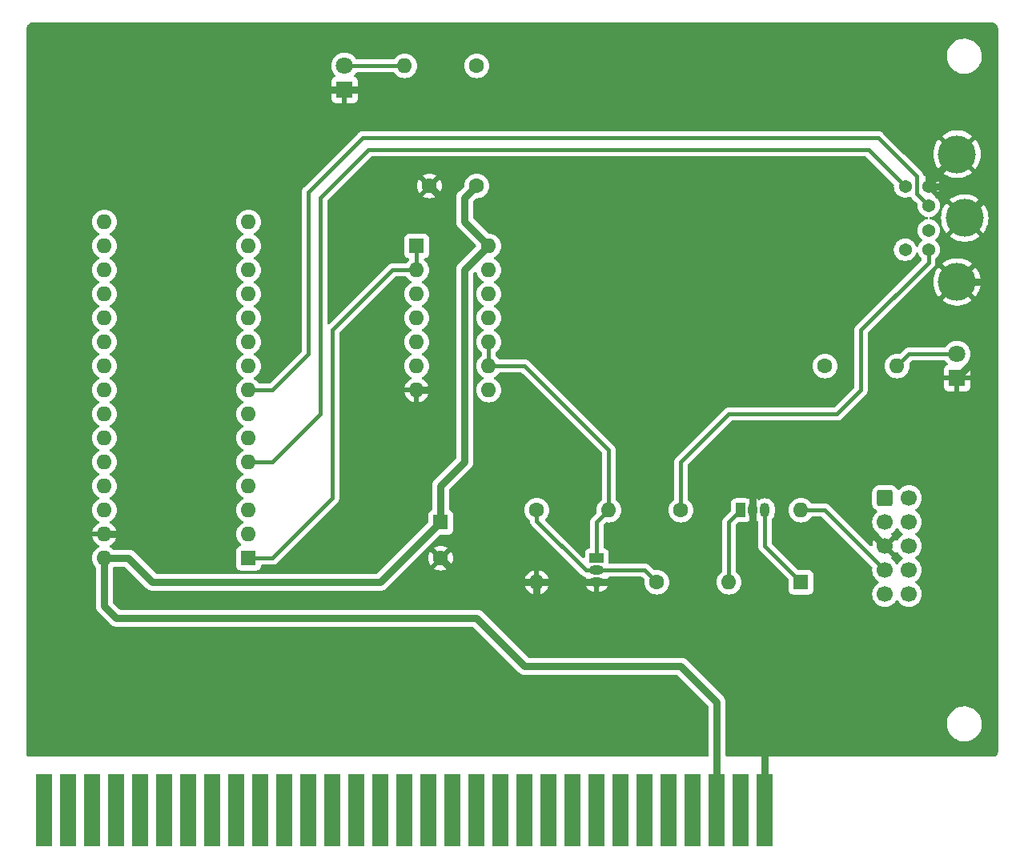
<source format=gbr>
%TF.GenerationSoftware,KiCad,Pcbnew,7.0.6*%
%TF.CreationDate,2023-08-13T11:57:56+02:00*%
%TF.ProjectId,ps2_mouse_to_serial_port_adapter_ISA_card,7073325f-6d6f-4757-9365-5f746f5f7365,rev?*%
%TF.SameCoordinates,Original*%
%TF.FileFunction,Copper,L2,Bot*%
%TF.FilePolarity,Positive*%
%FSLAX46Y46*%
G04 Gerber Fmt 4.6, Leading zero omitted, Abs format (unit mm)*
G04 Created by KiCad (PCBNEW 7.0.6) date 2023-08-13 11:57:56*
%MOMM*%
%LPD*%
G01*
G04 APERTURE LIST*
G04 Aperture macros list*
%AMRoundRect*
0 Rectangle with rounded corners*
0 $1 Rounding radius*
0 $2 $3 $4 $5 $6 $7 $8 $9 X,Y pos of 4 corners*
0 Add a 4 corners polygon primitive as box body*
4,1,4,$2,$3,$4,$5,$6,$7,$8,$9,$2,$3,0*
0 Add four circle primitives for the rounded corners*
1,1,$1+$1,$2,$3*
1,1,$1+$1,$4,$5*
1,1,$1+$1,$6,$7*
1,1,$1+$1,$8,$9*
0 Add four rect primitives between the rounded corners*
20,1,$1+$1,$2,$3,$4,$5,0*
20,1,$1+$1,$4,$5,$6,$7,0*
20,1,$1+$1,$6,$7,$8,$9,0*
20,1,$1+$1,$8,$9,$2,$3,0*%
G04 Aperture macros list end*
%TA.AperFunction,ComponentPad*%
%ADD10C,1.600000*%
%TD*%
%TA.AperFunction,ComponentPad*%
%ADD11O,1.600000X1.600000*%
%TD*%
%TA.AperFunction,ComponentPad*%
%ADD12R,1.050000X1.500000*%
%TD*%
%TA.AperFunction,ComponentPad*%
%ADD13O,1.050000X1.500000*%
%TD*%
%TA.AperFunction,ComponentPad*%
%ADD14RoundRect,0.250000X-0.600000X-0.600000X0.600000X-0.600000X0.600000X0.600000X-0.600000X0.600000X0*%
%TD*%
%TA.AperFunction,ComponentPad*%
%ADD15C,1.700000*%
%TD*%
%TA.AperFunction,ConnectorPad*%
%ADD16R,1.780000X7.620000*%
%TD*%
%TA.AperFunction,ComponentPad*%
%ADD17R,1.800000X1.800000*%
%TD*%
%TA.AperFunction,ComponentPad*%
%ADD18C,1.800000*%
%TD*%
%TA.AperFunction,ComponentPad*%
%ADD19R,1.600000X1.600000*%
%TD*%
%TA.AperFunction,ComponentPad*%
%ADD20C,1.371600*%
%TD*%
%TA.AperFunction,ComponentPad*%
%ADD21C,4.000500*%
%TD*%
%TA.AperFunction,ComponentPad*%
%ADD22R,1.500000X1.050000*%
%TD*%
%TA.AperFunction,ComponentPad*%
%ADD23O,1.500000X1.050000*%
%TD*%
%TA.AperFunction,Conductor*%
%ADD24C,0.800000*%
%TD*%
%TA.AperFunction,Conductor*%
%ADD25C,0.200000*%
%TD*%
%TA.AperFunction,Conductor*%
%ADD26C,0.400000*%
%TD*%
G04 APERTURE END LIST*
D10*
%TO.P,R3,1*%
%TO.N,/+5V*%
X82550000Y-64770000D03*
D11*
%TO.P,R3,2*%
%TO.N,Net-(Q1-C)*%
X74930000Y-64770000D03*
%TD*%
D12*
%TO.P,U2,1,VO*%
%TO.N,Net-(U2-VO)*%
X88900000Y-64770000D03*
D13*
%TO.P,U2,2,GND*%
%TO.N,/GND*%
X90170000Y-64770000D03*
%TO.P,U2,3,VI*%
%TO.N,Net-(D1-K)*%
X91440000Y-64770000D03*
%TD*%
D14*
%TO.P,J1,1,Pin_1*%
%TO.N,unconnected-(J1-Pin_1-Pad1)*%
X104140000Y-63500000D03*
D15*
%TO.P,J1,2,Pin_2*%
%TO.N,Net-(J1-Pin_2)*%
X106680000Y-63500000D03*
%TO.P,J1,3,Pin_3*%
%TO.N,unconnected-(J1-Pin_3-Pad3)*%
X104140000Y-66040000D03*
%TO.P,J1,4,Pin_4*%
%TO.N,unconnected-(J1-Pin_4-Pad4)*%
X106680000Y-66040000D03*
%TO.P,J1,5,Pin_5*%
%TO.N,/GND*%
X104140000Y-68580000D03*
%TO.P,J1,6,Pin_6*%
%TO.N,unconnected-(J1-Pin_6-Pad6)*%
X106680000Y-68580000D03*
%TO.P,J1,7,Pin_7*%
%TO.N,Net-(D1-A)*%
X104140000Y-71120000D03*
%TO.P,J1,8,Pin_8*%
%TO.N,unconnected-(J1-Pin_8-Pad8)*%
X106680000Y-71120000D03*
%TO.P,J1,9,Pin_9*%
%TO.N,unconnected-(J1-Pin_9-Pad9)*%
X104140000Y-73660000D03*
%TO.P,J1,10,Pin_10*%
%TO.N,unconnected-(J1-Pin_10-Pad10)*%
X106680000Y-73660000D03*
%TD*%
D16*
%TO.P,J3,1,GND*%
%TO.N,/GND*%
X91440000Y-96520000D03*
%TO.P,J3,2,RESET*%
%TO.N,unconnected-(J3-RESET-Pad2)*%
X88900000Y-96520000D03*
%TO.P,J3,3,VCC*%
%TO.N,/+5V*%
X86360000Y-96520000D03*
%TO.P,J3,4,IRQ2*%
%TO.N,unconnected-(J3-IRQ2-Pad4)*%
X83820000Y-96520000D03*
%TO.P,J3,5,-5V*%
%TO.N,unconnected-(J3--5V-Pad5)*%
X81280000Y-96520000D03*
%TO.P,J3,6,DRQ2*%
%TO.N,unconnected-(J3-DRQ2-Pad6)*%
X78740000Y-96520000D03*
%TO.P,J3,7,-12V*%
%TO.N,unconnected-(J3--12V-Pad7)*%
X76200000Y-96520000D03*
%TO.P,J3,8,UNUSED*%
%TO.N,unconnected-(J3-UNUSED-Pad8)*%
X73660000Y-96520000D03*
%TO.P,J3,9,+12V*%
%TO.N,unconnected-(J3-+12V-Pad9)*%
X71120000Y-96520000D03*
%TO.P,J3,10,GND*%
%TO.N,unconnected-(J3-GND-Pad10)*%
X68580000Y-96520000D03*
%TO.P,J3,11,~{SMEMW}*%
%TO.N,unconnected-(J3-~{SMEMW}-Pad11)*%
X66040000Y-96520000D03*
%TO.P,J3,12,~{SMEMR}*%
%TO.N,unconnected-(J3-~{SMEMR}-Pad12)*%
X63500000Y-96520000D03*
%TO.P,J3,13,~{IOW}*%
%TO.N,unconnected-(J3-~{IOW}-Pad13)*%
X60960000Y-96520000D03*
%TO.P,J3,14,~{IOR}*%
%TO.N,unconnected-(J3-~{IOR}-Pad14)*%
X58420000Y-96520000D03*
%TO.P,J3,15,~{DACK3}*%
%TO.N,unconnected-(J3-~{DACK3}-Pad15)*%
X55880000Y-96520000D03*
%TO.P,J3,16,DRQ3*%
%TO.N,unconnected-(J3-DRQ3-Pad16)*%
X53340000Y-96520000D03*
%TO.P,J3,17,~{DACK1}*%
%TO.N,unconnected-(J3-~{DACK1}-Pad17)*%
X50800000Y-96520000D03*
%TO.P,J3,18,DRQ1*%
%TO.N,unconnected-(J3-DRQ1-Pad18)*%
X48260000Y-96520000D03*
%TO.P,J3,19,~{DACK0}*%
%TO.N,unconnected-(J3-~{DACK0}-Pad19)*%
X45720000Y-96520000D03*
%TO.P,J3,20,CLK*%
%TO.N,unconnected-(J3-CLK-Pad20)*%
X43180000Y-96520000D03*
%TO.P,J3,21,IRQ7*%
%TO.N,unconnected-(J3-IRQ7-Pad21)*%
X40640000Y-96520000D03*
%TO.P,J3,22,IRQ6*%
%TO.N,unconnected-(J3-IRQ6-Pad22)*%
X38100000Y-96520000D03*
%TO.P,J3,23,IRQ5*%
%TO.N,unconnected-(J3-IRQ5-Pad23)*%
X35560000Y-96520000D03*
%TO.P,J3,24,IRQ4*%
%TO.N,unconnected-(J3-IRQ4-Pad24)*%
X33020000Y-96520000D03*
%TO.P,J3,25,IRQ3*%
%TO.N,unconnected-(J3-IRQ3-Pad25)*%
X30480000Y-96520000D03*
%TO.P,J3,26,~{DACK2}*%
%TO.N,unconnected-(J3-~{DACK2}-Pad26)*%
X27940000Y-96520000D03*
%TO.P,J3,27,TC*%
%TO.N,unconnected-(J3-TC-Pad27)*%
X25400000Y-96520000D03*
%TO.P,J3,28,ALE*%
%TO.N,unconnected-(J3-ALE-Pad28)*%
X22860000Y-96520000D03*
%TO.P,J3,29,VCC*%
%TO.N,unconnected-(J3-VCC-Pad29)*%
X20320000Y-96520000D03*
%TO.P,J3,30,OSC*%
%TO.N,unconnected-(J3-OSC-Pad30)*%
X17780000Y-96520000D03*
%TO.P,J3,31,GND*%
%TO.N,unconnected-(J3-GND-Pad31)*%
X15240000Y-96520000D03*
%TD*%
D17*
%TO.P,D2,1,K*%
%TO.N,/GND*%
X111760000Y-50800000D03*
D18*
%TO.P,D2,2,A*%
%TO.N,Net-(D2-A)*%
X111760000Y-48260000D03*
%TD*%
D19*
%TO.P,U1,1*%
%TO.N,Net-(A1-D1{slash}TX)*%
X54610000Y-36830000D03*
D11*
%TO.P,U1,2*%
X54610000Y-39370000D03*
%TO.P,U1,3*%
%TO.N,Net-(J1-Pin_2)*%
X54610000Y-41910000D03*
%TO.P,U1,4*%
%TO.N,unconnected-(U1-Pad4)*%
X54610000Y-44450000D03*
%TO.P,U1,5*%
%TO.N,unconnected-(U1-Pad5)*%
X54610000Y-46990000D03*
%TO.P,U1,6*%
%TO.N,unconnected-(U1-Pad6)*%
X54610000Y-49530000D03*
%TO.P,U1,7,GND*%
%TO.N,/GND*%
X54610000Y-52070000D03*
%TO.P,U1,8*%
%TO.N,Net-(A1-D7)*%
X62230000Y-52070000D03*
%TO.P,U1,9*%
%TO.N,Net-(Q1-C)*%
X62230000Y-49530000D03*
%TO.P,U1,10*%
X62230000Y-46990000D03*
%TO.P,U1,11*%
%TO.N,unconnected-(U1-Pad11)*%
X62230000Y-44450000D03*
%TO.P,U1,12*%
%TO.N,unconnected-(U1-Pad12)*%
X62230000Y-41910000D03*
%TO.P,U1,13*%
%TO.N,unconnected-(U1-Pad13)*%
X62230000Y-39370000D03*
%TO.P,U1,14,VCC*%
%TO.N,/+5V*%
X62230000Y-36830000D03*
%TD*%
D20*
%TO.P,J2,1*%
%TO.N,Net-(A1-D5)*%
X108760260Y-32580580D03*
%TO.P,J2,2*%
%TO.N,unconnected-(J2-Pad2)*%
X108760260Y-35181540D03*
%TO.P,J2,3*%
%TO.N,/GND*%
X108760260Y-30530800D03*
%TO.P,J2,4*%
%TO.N,/+5V*%
X108760260Y-37231320D03*
%TO.P,J2,5*%
%TO.N,Net-(A1-D2)*%
X106268520Y-30530800D03*
%TO.P,J2,6*%
%TO.N,unconnected-(J2-Pad6)*%
X106268520Y-37231320D03*
D21*
%TO.P,J2,GND*%
%TO.N,/GND*%
X111760000Y-27122120D03*
X112570260Y-33881060D03*
X111760000Y-40640000D03*
%TD*%
D22*
%TO.P,Q1,1,C*%
%TO.N,Net-(Q1-C)*%
X73660000Y-69850000D03*
D23*
%TO.P,Q1,2,B*%
%TO.N,Net-(Q1-B)*%
X73660000Y-71120000D03*
%TO.P,Q1,3,E*%
%TO.N,/GND*%
X73660000Y-72390000D03*
%TD*%
D10*
%TO.P,R4,1*%
%TO.N,Net-(A1-D8)*%
X97790000Y-49530000D03*
D11*
%TO.P,R4,2*%
%TO.N,Net-(D2-A)*%
X105410000Y-49530000D03*
%TD*%
D10*
%TO.P,R5,1*%
%TO.N,/+5V*%
X60960000Y-17780000D03*
D11*
%TO.P,R5,2*%
%TO.N,Net-(D3-A)*%
X53340000Y-17780000D03*
%TD*%
D19*
%TO.P,D1,1,K*%
%TO.N,Net-(D1-K)*%
X95250000Y-72390000D03*
D11*
%TO.P,D1,2,A*%
%TO.N,Net-(D1-A)*%
X95250000Y-64770000D03*
%TD*%
D19*
%TO.P,C1,1*%
%TO.N,/+5V*%
X57150000Y-66050000D03*
D10*
%TO.P,C1,2*%
%TO.N,/GND*%
X57150000Y-69850000D03*
%TD*%
%TO.P,R1,1*%
%TO.N,Net-(Q1-B)*%
X80010000Y-72390000D03*
D11*
%TO.P,R1,2*%
%TO.N,Net-(U2-VO)*%
X87630000Y-72390000D03*
%TD*%
D10*
%TO.P,R2,1*%
%TO.N,Net-(Q1-B)*%
X67310000Y-64770000D03*
D11*
%TO.P,R2,2*%
%TO.N,/GND*%
X67310000Y-72390000D03*
%TD*%
D10*
%TO.P,C2,1*%
%TO.N,/+5V*%
X60960000Y-30480000D03*
%TO.P,C2,2*%
%TO.N,/GND*%
X55960000Y-30480000D03*
%TD*%
D17*
%TO.P,D3,1,K*%
%TO.N,/GND*%
X46990000Y-20320000D03*
D18*
%TO.P,D3,2,A*%
%TO.N,Net-(D3-A)*%
X46990000Y-17780000D03*
%TD*%
D19*
%TO.P,A1,1,D1/TX*%
%TO.N,Net-(A1-D1{slash}TX)*%
X36830000Y-69850000D03*
D11*
%TO.P,A1,2,D0/RX*%
%TO.N,unconnected-(A1-D0{slash}RX-Pad2)*%
X36830000Y-67310000D03*
%TO.P,A1,3,~{RESET}*%
%TO.N,unconnected-(A1-~{RESET}-Pad3)*%
X36830000Y-64770000D03*
%TO.P,A1,4,GND*%
%TO.N,unconnected-(A1-GND-Pad4)*%
X36830000Y-62230000D03*
%TO.P,A1,5,D2*%
%TO.N,Net-(A1-D2)*%
X36830000Y-59690000D03*
%TO.P,A1,6,D3*%
%TO.N,unconnected-(A1-D3-Pad6)*%
X36830000Y-57150000D03*
%TO.P,A1,7,D4*%
%TO.N,unconnected-(A1-D4-Pad7)*%
X36830000Y-54610000D03*
%TO.P,A1,8,D5*%
%TO.N,Net-(A1-D5)*%
X36830000Y-52070000D03*
%TO.P,A1,9,D6*%
%TO.N,unconnected-(A1-D6-Pad9)*%
X36830000Y-49530000D03*
%TO.P,A1,10,D7*%
%TO.N,Net-(A1-D7)*%
X36830000Y-46990000D03*
%TO.P,A1,11,D8*%
%TO.N,Net-(A1-D8)*%
X36830000Y-44450000D03*
%TO.P,A1,12,D9*%
%TO.N,unconnected-(A1-D9-Pad12)*%
X36830000Y-41910000D03*
%TO.P,A1,13,D10*%
%TO.N,unconnected-(A1-D10-Pad13)*%
X36830000Y-39370000D03*
%TO.P,A1,14,D11*%
%TO.N,unconnected-(A1-D11-Pad14)*%
X36830000Y-36830000D03*
%TO.P,A1,15,D12*%
%TO.N,unconnected-(A1-D12-Pad15)*%
X36830000Y-34290000D03*
%TO.P,A1,16,D13*%
%TO.N,unconnected-(A1-D13-Pad16)*%
X21590000Y-34290000D03*
%TO.P,A1,17,3V3*%
%TO.N,unconnected-(A1-3V3-Pad17)*%
X21590000Y-36830000D03*
%TO.P,A1,18,AREF*%
%TO.N,unconnected-(A1-AREF-Pad18)*%
X21590000Y-39370000D03*
%TO.P,A1,19,A0*%
%TO.N,unconnected-(A1-A0-Pad19)*%
X21590000Y-41910000D03*
%TO.P,A1,20,A1*%
%TO.N,unconnected-(A1-A1-Pad20)*%
X21590000Y-44450000D03*
%TO.P,A1,21,A2*%
%TO.N,unconnected-(A1-A2-Pad21)*%
X21590000Y-46990000D03*
%TO.P,A1,22,A3*%
%TO.N,unconnected-(A1-A3-Pad22)*%
X21590000Y-49530000D03*
%TO.P,A1,23,A4*%
%TO.N,unconnected-(A1-A4-Pad23)*%
X21590000Y-52070000D03*
%TO.P,A1,24,A5*%
%TO.N,unconnected-(A1-A5-Pad24)*%
X21590000Y-54610000D03*
%TO.P,A1,25,A6*%
%TO.N,unconnected-(A1-A6-Pad25)*%
X21590000Y-57150000D03*
%TO.P,A1,26,A7*%
%TO.N,unconnected-(A1-A7-Pad26)*%
X21590000Y-59690000D03*
%TO.P,A1,27,+5V*%
%TO.N,unconnected-(A1-+5V-Pad27)*%
X21590000Y-62230000D03*
%TO.P,A1,28,~{RESET}*%
%TO.N,unconnected-(A1-~{RESET}-Pad28)*%
X21590000Y-64770000D03*
%TO.P,A1,29,GND*%
%TO.N,/GND*%
X21590000Y-67310000D03*
%TO.P,A1,30,VIN*%
%TO.N,/+5V*%
X21590000Y-69850000D03*
%TD*%
D24*
%TO.N,/GND*%
X112570260Y-33860740D02*
X114490500Y-31940500D01*
X114490500Y-31940500D02*
X115570000Y-33020000D01*
X67310000Y-74930000D02*
X67310000Y-72390000D01*
X67310000Y-72390000D02*
X73660000Y-72390000D01*
D25*
X112570260Y-33881060D02*
X112570260Y-33860740D01*
D24*
X100330000Y-64770000D02*
X100330000Y-63500000D01*
X115570000Y-46990000D02*
X111760000Y-50800000D01*
X57150000Y-69850000D02*
X59690000Y-72390000D01*
X90170000Y-73660000D02*
X90170000Y-64770000D01*
D25*
X108760260Y-30121860D02*
X108760260Y-30530800D01*
D24*
X100330000Y-20320000D02*
X46990000Y-20320000D01*
X108760260Y-28750260D02*
X100330000Y-20320000D01*
X113080800Y-30530800D02*
X114490500Y-31940500D01*
X36830000Y-20320000D02*
X25400000Y-31750000D01*
X59690000Y-72390000D02*
X67310000Y-72390000D01*
X108760260Y-30530800D02*
X113080800Y-30530800D01*
X57150000Y-31670000D02*
X55960000Y-30480000D01*
X87630000Y-76200000D02*
X90170000Y-73660000D01*
X54610000Y-52070000D02*
X55880000Y-52070000D01*
X91440000Y-96520000D02*
X91440000Y-86360000D01*
X24130000Y-67310000D02*
X21590000Y-67310000D01*
X78740000Y-76200000D02*
X87630000Y-76200000D01*
X100330000Y-63500000D02*
X99517034Y-62687034D01*
X90170000Y-63220000D02*
X90170000Y-64770000D01*
X73660000Y-72390000D02*
X74930000Y-72390000D01*
X104140000Y-68580000D02*
X100330000Y-64770000D01*
X115570000Y-40640000D02*
X115570000Y-46990000D01*
X74930000Y-72390000D02*
X78740000Y-76200000D01*
X111760000Y-27122120D02*
X108760260Y-30121860D01*
X90702966Y-62687034D02*
X90170000Y-63220000D01*
X83820000Y-78740000D02*
X71120000Y-78740000D01*
X115570000Y-33020000D02*
X115570000Y-40640000D01*
X25400000Y-66040000D02*
X24130000Y-67310000D01*
X108760260Y-30530800D02*
X108760260Y-28750260D01*
X111760000Y-40640000D02*
X115570000Y-40640000D01*
X71120000Y-78740000D02*
X67310000Y-74930000D01*
X55880000Y-52070000D02*
X57150000Y-50800000D01*
X99517034Y-62687034D02*
X90702966Y-62687034D01*
X91440000Y-86360000D02*
X83820000Y-78740000D01*
X25400000Y-31750000D02*
X25400000Y-66040000D01*
X57150000Y-50800000D02*
X57150000Y-31670000D01*
X46990000Y-20320000D02*
X36830000Y-20320000D01*
D26*
%TO.N,Net-(D2-A)*%
X106680000Y-48260000D02*
X105410000Y-49530000D01*
X111760000Y-48260000D02*
X106680000Y-48260000D01*
%TO.N,Net-(Q1-C)*%
X66040000Y-49530000D02*
X74930000Y-58420000D01*
X74930000Y-58420000D02*
X74930000Y-64770000D01*
X62230000Y-46990000D02*
X62230000Y-49530000D01*
X62230000Y-49530000D02*
X66040000Y-49530000D01*
X73660000Y-66040000D02*
X74930000Y-64770000D01*
X73660000Y-69850000D02*
X73660000Y-66040000D01*
%TO.N,Net-(Q1-B)*%
X78740000Y-71120000D02*
X73660000Y-71120000D01*
X67310000Y-65901370D02*
X67310000Y-64770000D01*
X72528630Y-71120000D02*
X67310000Y-65901370D01*
X80010000Y-72390000D02*
X78740000Y-71120000D01*
X73660000Y-71120000D02*
X72528630Y-71120000D01*
%TO.N,/+5V*%
X87630000Y-54610000D02*
X82550000Y-59690000D01*
D24*
X59690000Y-34290000D02*
X59690000Y-31750000D01*
X59690000Y-31750000D02*
X60960000Y-30480000D01*
X59690000Y-59690000D02*
X57150000Y-62230000D01*
X24130000Y-69850000D02*
X26670000Y-72390000D01*
X62230000Y-36830000D02*
X59690000Y-39370000D01*
X66040000Y-81280000D02*
X82550000Y-81280000D01*
D26*
X101600000Y-45720000D02*
X101600000Y-52070000D01*
D24*
X86360000Y-85090000D02*
X86360000Y-96520000D01*
X82550000Y-81280000D02*
X86360000Y-85090000D01*
D26*
X99060000Y-54610000D02*
X87630000Y-54610000D01*
D24*
X60960000Y-76200000D02*
X66040000Y-81280000D01*
X21590000Y-69850000D02*
X21590000Y-74930000D01*
D26*
X108760260Y-37231320D02*
X108760260Y-38559740D01*
D24*
X22860000Y-76200000D02*
X60960000Y-76200000D01*
X21590000Y-69850000D02*
X24130000Y-69850000D01*
X62230000Y-36830000D02*
X59690000Y-34290000D01*
X50800000Y-72390000D02*
X57140000Y-66050000D01*
D26*
X108760260Y-38559740D02*
X101600000Y-45720000D01*
X101600000Y-52070000D02*
X99060000Y-54610000D01*
X82550000Y-59690000D02*
X82550000Y-64770000D01*
D24*
X26670000Y-72390000D02*
X50800000Y-72390000D01*
X21590000Y-74930000D02*
X22860000Y-76200000D01*
X59690000Y-39370000D02*
X59690000Y-59690000D01*
X57150000Y-62230000D02*
X57150000Y-66050000D01*
D26*
%TO.N,Net-(A1-D1{slash}TX)*%
X45720000Y-45720000D02*
X52070000Y-39370000D01*
X36830000Y-69850000D02*
X39370000Y-69850000D01*
X45720000Y-63500000D02*
X45720000Y-45720000D01*
X39370000Y-69850000D02*
X45720000Y-63500000D01*
X54610000Y-36830000D02*
X54610000Y-39370000D01*
X52070000Y-39370000D02*
X54610000Y-39370000D01*
%TO.N,Net-(A1-D2)*%
X44450000Y-54610000D02*
X39370000Y-59690000D01*
X49530000Y-26670000D02*
X44450000Y-31750000D01*
X39370000Y-59690000D02*
X36830000Y-59690000D01*
X44450000Y-31750000D02*
X44450000Y-54610000D01*
X106268520Y-30530800D02*
X102407720Y-26670000D01*
X102407720Y-26670000D02*
X49530000Y-26670000D01*
%TO.N,Net-(A1-D5)*%
X107492434Y-31292434D02*
X107492434Y-29448114D01*
X103444320Y-25400000D02*
X48895000Y-25400000D01*
X43180000Y-48260000D02*
X39370000Y-52070000D01*
X48895000Y-25400000D02*
X43180000Y-31115000D01*
X108760260Y-32580580D02*
X107950000Y-31770320D01*
X107950000Y-31750000D02*
X107492434Y-31292434D01*
X107492434Y-29448114D02*
X103444320Y-25400000D01*
X107950000Y-31770320D02*
X107950000Y-31750000D01*
X39370000Y-52070000D02*
X36830000Y-52070000D01*
X43180000Y-31115000D02*
X43180000Y-48260000D01*
%TO.N,Net-(D3-A)*%
X46990000Y-17780000D02*
X53340000Y-17780000D01*
%TO.N,Net-(D1-K)*%
X91440000Y-68580000D02*
X95250000Y-72390000D01*
X91440000Y-64770000D02*
X91440000Y-68580000D01*
%TO.N,Net-(D1-A)*%
X104140000Y-71120000D02*
X97790000Y-64770000D01*
X97790000Y-64770000D02*
X95250000Y-64770000D01*
%TO.N,Net-(U2-VO)*%
X87630000Y-72390000D02*
X87630000Y-66040000D01*
X87630000Y-66040000D02*
X88900000Y-64770000D01*
%TD*%
%TA.AperFunction,Conductor*%
%TO.N,/GND*%
G36*
X105254925Y-69341373D02*
G01*
X105308119Y-69265405D01*
X105362696Y-69221781D01*
X105432195Y-69214588D01*
X105494549Y-69246110D01*
X105511269Y-69265405D01*
X105524180Y-69283844D01*
X105641505Y-69451401D01*
X105641506Y-69451402D01*
X105808597Y-69618493D01*
X105808603Y-69618498D01*
X105994158Y-69748425D01*
X106037783Y-69803002D01*
X106044977Y-69872500D01*
X106013454Y-69934855D01*
X105994158Y-69951575D01*
X105808597Y-70081505D01*
X105641508Y-70248594D01*
X105511574Y-70434159D01*
X105456997Y-70477784D01*
X105387498Y-70484976D01*
X105325144Y-70453454D01*
X105308424Y-70434158D01*
X105298160Y-70419500D01*
X105235748Y-70330365D01*
X105178494Y-70248597D01*
X105011402Y-70081506D01*
X105011401Y-70081505D01*
X104825405Y-69951269D01*
X104781781Y-69896692D01*
X104774588Y-69827193D01*
X104806110Y-69764839D01*
X104825405Y-69748119D01*
X104901373Y-69694925D01*
X104272533Y-69066086D01*
X104282315Y-69064680D01*
X104413100Y-69004952D01*
X104521761Y-68910798D01*
X104599493Y-68789844D01*
X104623076Y-68709524D01*
X105254925Y-69341373D01*
G37*
%TD.AperFunction*%
%TA.AperFunction,Conductor*%
G36*
X105494854Y-66706546D02*
G01*
X105511574Y-66725841D01*
X105641505Y-66911401D01*
X105641506Y-66911402D01*
X105808597Y-67078493D01*
X105808603Y-67078498D01*
X105994158Y-67208425D01*
X106037783Y-67263002D01*
X106044977Y-67332500D01*
X106013454Y-67394855D01*
X105994158Y-67411575D01*
X105808597Y-67541505D01*
X105641505Y-67708597D01*
X105511269Y-67894595D01*
X105456692Y-67938220D01*
X105387194Y-67945414D01*
X105324839Y-67913891D01*
X105308119Y-67894595D01*
X105254925Y-67818626D01*
X105254925Y-67818625D01*
X104623076Y-68450475D01*
X104599493Y-68370156D01*
X104521761Y-68249202D01*
X104413100Y-68155048D01*
X104282315Y-68095320D01*
X104272533Y-68093913D01*
X104901373Y-67465073D01*
X104901373Y-67465072D01*
X104825405Y-67411880D01*
X104781780Y-67357304D01*
X104774586Y-67287805D01*
X104806108Y-67225451D01*
X104825399Y-67208734D01*
X105011401Y-67078495D01*
X105178495Y-66911401D01*
X105308426Y-66725840D01*
X105363001Y-66682217D01*
X105432499Y-66675023D01*
X105494854Y-66706546D01*
G37*
%TD.AperFunction*%
%TA.AperFunction,Conductor*%
G36*
X115446457Y-13200889D02*
G01*
X115572091Y-13215045D01*
X115599151Y-13221221D01*
X115708587Y-13259515D01*
X115733591Y-13271556D01*
X115831766Y-13333242D01*
X115853471Y-13350552D01*
X115935447Y-13432528D01*
X115952757Y-13454234D01*
X116014441Y-13552404D01*
X116026486Y-13577416D01*
X116064776Y-13686841D01*
X116070955Y-13713912D01*
X116085110Y-13839535D01*
X116085500Y-13846481D01*
X116085500Y-90293517D01*
X116085110Y-90300465D01*
X116070955Y-90426087D01*
X116064776Y-90453158D01*
X116026486Y-90562583D01*
X116014439Y-90587600D01*
X115952760Y-90685762D01*
X115935448Y-90707470D01*
X115874236Y-90768682D01*
X115812916Y-90802166D01*
X115786557Y-90805000D01*
X87384500Y-90805000D01*
X87317461Y-90785315D01*
X87271706Y-90732511D01*
X87260500Y-90681000D01*
X87260500Y-87443763D01*
X110667787Y-87443763D01*
X110697413Y-87713013D01*
X110697415Y-87713024D01*
X110765926Y-87975082D01*
X110765928Y-87975088D01*
X110871870Y-88224390D01*
X110943998Y-88342575D01*
X111012979Y-88455605D01*
X111012986Y-88455615D01*
X111186253Y-88663819D01*
X111186259Y-88663824D01*
X111387998Y-88844582D01*
X111613910Y-88994044D01*
X111859176Y-89109020D01*
X111859183Y-89109022D01*
X111859185Y-89109023D01*
X112118557Y-89187057D01*
X112118564Y-89187058D01*
X112118569Y-89187060D01*
X112386561Y-89226500D01*
X112386566Y-89226500D01*
X112589636Y-89226500D01*
X112641133Y-89222730D01*
X112792156Y-89211677D01*
X112904758Y-89186593D01*
X113056546Y-89152782D01*
X113056548Y-89152781D01*
X113056553Y-89152780D01*
X113309558Y-89056014D01*
X113545777Y-88923441D01*
X113760177Y-88757888D01*
X113948186Y-88562881D01*
X114105799Y-88342579D01*
X114179787Y-88198669D01*
X114229649Y-88101690D01*
X114229651Y-88101684D01*
X114229656Y-88101675D01*
X114317118Y-87845305D01*
X114366319Y-87578933D01*
X114376212Y-87308235D01*
X114346586Y-87038982D01*
X114278072Y-86776912D01*
X114172130Y-86527610D01*
X114031018Y-86296390D01*
X113941747Y-86189119D01*
X113857746Y-86088180D01*
X113857740Y-86088175D01*
X113656002Y-85907418D01*
X113430092Y-85757957D01*
X113430090Y-85757956D01*
X113184824Y-85642980D01*
X113184819Y-85642978D01*
X113184814Y-85642976D01*
X112925442Y-85564942D01*
X112925428Y-85564939D01*
X112809791Y-85547921D01*
X112657439Y-85525500D01*
X112454369Y-85525500D01*
X112454364Y-85525500D01*
X112251844Y-85540323D01*
X112251831Y-85540325D01*
X111987453Y-85599217D01*
X111987446Y-85599220D01*
X111734439Y-85695987D01*
X111498226Y-85828557D01*
X111283822Y-85994112D01*
X111095822Y-86189109D01*
X111095816Y-86189116D01*
X110938202Y-86409419D01*
X110938199Y-86409424D01*
X110814350Y-86650309D01*
X110814343Y-86650327D01*
X110726884Y-86906685D01*
X110726881Y-86906699D01*
X110677681Y-87173068D01*
X110677680Y-87173075D01*
X110667787Y-87443763D01*
X87260500Y-87443763D01*
X87260500Y-85170626D01*
X87262027Y-85151225D01*
X87264219Y-85137388D01*
X87260584Y-85068040D01*
X87260500Y-85064797D01*
X87260500Y-85042809D01*
X87260499Y-85042800D01*
X87258201Y-85020936D01*
X87257947Y-85017720D01*
X87254313Y-84948355D01*
X87250685Y-84934814D01*
X87247139Y-84915688D01*
X87245674Y-84901744D01*
X87224209Y-84835682D01*
X87223296Y-84832601D01*
X87205320Y-84765512D01*
X87198956Y-84753022D01*
X87191511Y-84735050D01*
X87187179Y-84721716D01*
X87152453Y-84661569D01*
X87150903Y-84658714D01*
X87119383Y-84596851D01*
X87110557Y-84585952D01*
X87099540Y-84569920D01*
X87097065Y-84565633D01*
X87092533Y-84557784D01*
X87066514Y-84528887D01*
X87046058Y-84506168D01*
X87043964Y-84503716D01*
X87030120Y-84486620D01*
X87014568Y-84471068D01*
X87012348Y-84468730D01*
X86965871Y-84417112D01*
X86965869Y-84417110D01*
X86954529Y-84408871D01*
X86939736Y-84396236D01*
X83243764Y-80700265D01*
X83231126Y-80685468D01*
X83222887Y-80674128D01*
X83171277Y-80627657D01*
X83168922Y-80625423D01*
X83153382Y-80609882D01*
X83136295Y-80596043D01*
X83133831Y-80593939D01*
X83082220Y-80547470D01*
X83082213Y-80547465D01*
X83070070Y-80540454D01*
X83054043Y-80529438D01*
X83043153Y-80520620D01*
X83043151Y-80520619D01*
X83043149Y-80520617D01*
X83024259Y-80510992D01*
X82981266Y-80489085D01*
X82978414Y-80487537D01*
X82918282Y-80452820D01*
X82904949Y-80448488D01*
X82886978Y-80441043D01*
X82874498Y-80434684D01*
X82874486Y-80434679D01*
X82807409Y-80416705D01*
X82804309Y-80415787D01*
X82738256Y-80394326D01*
X82738251Y-80394325D01*
X82738249Y-80394325D01*
X82724314Y-80392860D01*
X82705189Y-80389315D01*
X82691653Y-80385688D01*
X82691643Y-80385686D01*
X82622290Y-80382051D01*
X82619059Y-80381797D01*
X82604537Y-80380271D01*
X82597192Y-80379500D01*
X82597189Y-80379500D01*
X82575203Y-80379500D01*
X82571959Y-80379415D01*
X82502612Y-80375781D01*
X82502611Y-80375781D01*
X82488772Y-80377973D01*
X82469373Y-80379500D01*
X66464362Y-80379500D01*
X66397323Y-80359815D01*
X66376681Y-80343181D01*
X61653764Y-75620265D01*
X61641126Y-75605468D01*
X61632887Y-75594128D01*
X61581277Y-75547657D01*
X61578922Y-75545423D01*
X61563382Y-75529882D01*
X61546295Y-75516043D01*
X61543831Y-75513939D01*
X61492220Y-75467470D01*
X61492213Y-75467465D01*
X61480070Y-75460454D01*
X61464043Y-75449438D01*
X61453153Y-75440620D01*
X61453151Y-75440619D01*
X61453149Y-75440617D01*
X61434259Y-75430992D01*
X61391266Y-75409085D01*
X61388414Y-75407537D01*
X61328282Y-75372820D01*
X61314949Y-75368488D01*
X61296978Y-75361043D01*
X61284498Y-75354684D01*
X61284486Y-75354679D01*
X61217409Y-75336705D01*
X61214309Y-75335787D01*
X61148256Y-75314326D01*
X61148251Y-75314325D01*
X61148249Y-75314325D01*
X61134314Y-75312860D01*
X61115189Y-75309315D01*
X61101653Y-75305688D01*
X61101643Y-75305686D01*
X61032290Y-75302051D01*
X61029059Y-75301797D01*
X61014537Y-75300271D01*
X61007192Y-75299500D01*
X61007189Y-75299500D01*
X60985203Y-75299500D01*
X60981959Y-75299415D01*
X60912612Y-75295781D01*
X60912611Y-75295781D01*
X60898772Y-75297973D01*
X60879373Y-75299500D01*
X23284361Y-75299500D01*
X23217322Y-75279815D01*
X23196680Y-75263181D01*
X22526819Y-74593320D01*
X22493334Y-74531997D01*
X22490500Y-74505639D01*
X22490500Y-70874500D01*
X22510185Y-70807461D01*
X22562989Y-70761706D01*
X22614500Y-70750500D01*
X23705639Y-70750500D01*
X23772678Y-70770185D01*
X23793320Y-70786819D01*
X25976235Y-72969734D01*
X25988869Y-72984525D01*
X25995356Y-72993454D01*
X25997113Y-72995872D01*
X26048722Y-73042341D01*
X26051071Y-73044570D01*
X26066620Y-73060119D01*
X26083684Y-73073938D01*
X26083702Y-73073952D01*
X26086170Y-73076060D01*
X26137781Y-73122531D01*
X26137782Y-73122531D01*
X26137784Y-73122533D01*
X26137786Y-73122534D01*
X26149918Y-73129538D01*
X26165955Y-73140560D01*
X26176849Y-73149382D01*
X26176851Y-73149383D01*
X26238747Y-73180920D01*
X26241552Y-73182443D01*
X26260998Y-73193670D01*
X26301707Y-73217175D01*
X26301715Y-73217178D01*
X26301716Y-73217179D01*
X26315046Y-73221510D01*
X26333019Y-73228954D01*
X26345512Y-73235320D01*
X26412590Y-73253292D01*
X26415699Y-73254214D01*
X26428933Y-73258514D01*
X26481744Y-73275674D01*
X26492116Y-73276763D01*
X26495684Y-73277139D01*
X26514825Y-73280687D01*
X26528348Y-73284311D01*
X26528354Y-73284312D01*
X26597711Y-73287946D01*
X26600921Y-73288199D01*
X26622808Y-73290500D01*
X26644803Y-73290500D01*
X26648046Y-73290584D01*
X26717388Y-73294219D01*
X26731227Y-73292027D01*
X26750627Y-73290500D01*
X50719373Y-73290500D01*
X50738772Y-73292027D01*
X50752612Y-73294219D01*
X50821959Y-73290584D01*
X50825203Y-73290500D01*
X50847191Y-73290500D01*
X50847192Y-73290500D01*
X50863988Y-73288734D01*
X50869064Y-73288201D01*
X50872284Y-73287947D01*
X50941646Y-73284313D01*
X50955187Y-73280683D01*
X50974313Y-73277138D01*
X50988256Y-73275674D01*
X51054306Y-73254212D01*
X51057368Y-73253304D01*
X51124488Y-73235320D01*
X51136976Y-73228956D01*
X51154950Y-73221510D01*
X51168284Y-73217179D01*
X51228476Y-73182425D01*
X51231222Y-73180934D01*
X51293149Y-73149383D01*
X51304031Y-73140569D01*
X51320083Y-73129537D01*
X51332216Y-73122533D01*
X51383847Y-73076043D01*
X51386260Y-73073982D01*
X51403380Y-73060119D01*
X51418929Y-73044568D01*
X51421277Y-73042341D01*
X51472888Y-72995871D01*
X51481130Y-72984525D01*
X51493760Y-72969737D01*
X52323498Y-72139999D01*
X66031127Y-72139999D01*
X66031128Y-72140000D01*
X66994314Y-72140000D01*
X66982359Y-72151955D01*
X66924835Y-72264852D01*
X66905014Y-72390000D01*
X66924835Y-72515148D01*
X66982359Y-72628045D01*
X66994314Y-72640000D01*
X66031128Y-72640000D01*
X66083730Y-72836317D01*
X66083734Y-72836326D01*
X66179865Y-73042482D01*
X66310342Y-73228820D01*
X66471179Y-73389657D01*
X66657517Y-73520134D01*
X66863673Y-73616265D01*
X66863682Y-73616269D01*
X67059999Y-73668872D01*
X67060000Y-73668871D01*
X67060000Y-72705686D01*
X67071955Y-72717641D01*
X67184852Y-72775165D01*
X67278519Y-72790000D01*
X67341481Y-72790000D01*
X67435148Y-72775165D01*
X67548045Y-72717641D01*
X67560000Y-72705686D01*
X67560000Y-73668872D01*
X67756317Y-73616269D01*
X67756326Y-73616265D01*
X67962482Y-73520134D01*
X68148820Y-73389657D01*
X68309657Y-73228820D01*
X68440134Y-73042482D01*
X68536265Y-72836326D01*
X68536269Y-72836317D01*
X68588872Y-72640000D01*
X67625686Y-72640000D01*
X67637641Y-72628045D01*
X67695165Y-72515148D01*
X67714986Y-72390000D01*
X67695165Y-72264852D01*
X67637641Y-72151955D01*
X67625686Y-72140000D01*
X68588872Y-72140000D01*
X68588872Y-72139999D01*
X68536269Y-71943682D01*
X68536265Y-71943673D01*
X68440134Y-71737517D01*
X68309657Y-71551179D01*
X68148820Y-71390342D01*
X67962482Y-71259865D01*
X67756328Y-71163734D01*
X67560000Y-71111127D01*
X67560000Y-72074314D01*
X67548045Y-72062359D01*
X67435148Y-72004835D01*
X67341481Y-71990000D01*
X67278519Y-71990000D01*
X67184852Y-72004835D01*
X67071955Y-72062359D01*
X67060000Y-72074314D01*
X67060000Y-71111127D01*
X66863671Y-71163734D01*
X66657517Y-71259865D01*
X66471179Y-71390342D01*
X66310342Y-71551179D01*
X66179865Y-71737517D01*
X66083734Y-71943673D01*
X66083730Y-71943682D01*
X66031127Y-72139999D01*
X52323498Y-72139999D01*
X54613495Y-69850002D01*
X55845034Y-69850002D01*
X55864858Y-70076599D01*
X55864860Y-70076610D01*
X55923730Y-70296317D01*
X55923734Y-70296326D01*
X56019865Y-70502481D01*
X56019866Y-70502483D01*
X56070973Y-70575471D01*
X56070974Y-70575472D01*
X56752046Y-69894399D01*
X56764835Y-69975148D01*
X56822359Y-70088045D01*
X56911955Y-70177641D01*
X57024852Y-70235165D01*
X57105599Y-70247953D01*
X56424526Y-70929025D01*
X56424526Y-70929026D01*
X56497512Y-70980131D01*
X56497516Y-70980133D01*
X56703673Y-71076265D01*
X56703682Y-71076269D01*
X56923389Y-71135139D01*
X56923400Y-71135141D01*
X57149998Y-71154966D01*
X57150002Y-71154966D01*
X57376599Y-71135141D01*
X57376610Y-71135139D01*
X57596317Y-71076269D01*
X57596331Y-71076264D01*
X57802478Y-70980136D01*
X57875472Y-70929025D01*
X57194401Y-70247953D01*
X57275148Y-70235165D01*
X57388045Y-70177641D01*
X57477641Y-70088045D01*
X57535165Y-69975148D01*
X57547953Y-69894400D01*
X58229025Y-70575472D01*
X58280136Y-70502478D01*
X58376264Y-70296331D01*
X58376269Y-70296317D01*
X58435139Y-70076610D01*
X58435141Y-70076599D01*
X58454966Y-69850002D01*
X58454966Y-69849997D01*
X58435141Y-69623400D01*
X58435139Y-69623389D01*
X58376269Y-69403682D01*
X58376265Y-69403673D01*
X58280133Y-69197516D01*
X58280131Y-69197512D01*
X58229026Y-69124526D01*
X58229025Y-69124526D01*
X57547953Y-69805598D01*
X57535165Y-69724852D01*
X57477641Y-69611955D01*
X57388045Y-69522359D01*
X57275148Y-69464835D01*
X57194400Y-69452046D01*
X57875472Y-68770974D01*
X57875471Y-68770973D01*
X57802483Y-68719866D01*
X57802481Y-68719865D01*
X57596326Y-68623734D01*
X57596317Y-68623730D01*
X57376610Y-68564860D01*
X57376599Y-68564858D01*
X57150002Y-68545034D01*
X57149998Y-68545034D01*
X56923400Y-68564858D01*
X56923389Y-68564860D01*
X56703682Y-68623730D01*
X56703673Y-68623734D01*
X56497513Y-68719868D01*
X56424527Y-68770972D01*
X56424526Y-68770973D01*
X57105600Y-69452046D01*
X57024852Y-69464835D01*
X56911955Y-69522359D01*
X56822359Y-69611955D01*
X56764835Y-69724852D01*
X56752046Y-69805599D01*
X56070973Y-69124526D01*
X56070972Y-69124527D01*
X56019868Y-69197513D01*
X55923734Y-69403673D01*
X55923730Y-69403682D01*
X55864860Y-69623389D01*
X55864858Y-69623400D01*
X55845034Y-69849997D01*
X55845034Y-69850002D01*
X54613495Y-69850002D01*
X57076680Y-67386817D01*
X57138003Y-67353333D01*
X57164361Y-67350499D01*
X57997871Y-67350499D01*
X57997872Y-67350499D01*
X58057483Y-67344091D01*
X58192331Y-67293796D01*
X58307546Y-67207546D01*
X58393796Y-67092331D01*
X58444091Y-66957483D01*
X58450500Y-66897873D01*
X58450499Y-65202128D01*
X58444091Y-65142517D01*
X58429860Y-65104363D01*
X58393797Y-65007671D01*
X58393793Y-65007664D01*
X58307547Y-64892455D01*
X58307544Y-64892452D01*
X58192335Y-64806206D01*
X58192328Y-64806202D01*
X58131167Y-64783391D01*
X58075233Y-64741520D01*
X58050816Y-64676056D01*
X58050500Y-64667209D01*
X58050500Y-62654360D01*
X58070185Y-62587321D01*
X58086814Y-62566684D01*
X60269737Y-60383760D01*
X60284525Y-60371130D01*
X60295871Y-60362888D01*
X60342347Y-60311270D01*
X60344570Y-60308928D01*
X60350838Y-60302660D01*
X60360119Y-60293380D01*
X60373982Y-60276260D01*
X60376049Y-60273841D01*
X60422533Y-60222216D01*
X60429538Y-60210080D01*
X60440570Y-60194031D01*
X60449381Y-60183151D01*
X60449383Y-60183149D01*
X60449382Y-60183148D01*
X60480934Y-60121222D01*
X60482425Y-60118476D01*
X60517179Y-60058284D01*
X60521509Y-60044956D01*
X60528960Y-60026969D01*
X60535319Y-60014490D01*
X60535320Y-60014488D01*
X60544518Y-59980157D01*
X60553297Y-59947390D01*
X60554201Y-59944337D01*
X60575674Y-59878256D01*
X60577139Y-59864307D01*
X60580684Y-59845183D01*
X60584312Y-59831646D01*
X60587947Y-59762284D01*
X60588200Y-59759071D01*
X60590500Y-59737192D01*
X60590500Y-59715196D01*
X60590585Y-59711950D01*
X60591735Y-59690000D01*
X60594219Y-59642612D01*
X60592026Y-59628766D01*
X60590499Y-59609385D01*
X60590499Y-39794359D01*
X60610184Y-39727321D01*
X60626813Y-39706684D01*
X60748636Y-39584861D01*
X60809957Y-39551378D01*
X60879649Y-39556362D01*
X60935582Y-39598234D01*
X60956090Y-39640451D01*
X61003258Y-39816488D01*
X61003261Y-39816497D01*
X61099431Y-40022732D01*
X61099432Y-40022734D01*
X61229954Y-40209141D01*
X61390858Y-40370045D01*
X61390861Y-40370047D01*
X61577266Y-40500568D01*
X61635275Y-40527618D01*
X61687714Y-40573791D01*
X61706866Y-40640984D01*
X61686650Y-40707865D01*
X61635275Y-40752382D01*
X61577267Y-40779431D01*
X61577265Y-40779432D01*
X61390858Y-40909954D01*
X61229954Y-41070858D01*
X61099432Y-41257265D01*
X61099431Y-41257267D01*
X61003261Y-41463502D01*
X61003258Y-41463511D01*
X60944366Y-41683302D01*
X60944364Y-41683313D01*
X60924532Y-41909998D01*
X60924532Y-41910001D01*
X60944364Y-42136686D01*
X60944366Y-42136697D01*
X61003258Y-42356488D01*
X61003261Y-42356497D01*
X61099431Y-42562732D01*
X61099432Y-42562734D01*
X61229954Y-42749141D01*
X61390858Y-42910045D01*
X61390861Y-42910047D01*
X61577266Y-43040568D01*
X61635275Y-43067618D01*
X61687714Y-43113791D01*
X61706866Y-43180984D01*
X61686650Y-43247865D01*
X61635275Y-43292382D01*
X61577267Y-43319431D01*
X61577265Y-43319432D01*
X61390858Y-43449954D01*
X61229954Y-43610858D01*
X61099432Y-43797265D01*
X61099431Y-43797267D01*
X61003261Y-44003502D01*
X61003258Y-44003511D01*
X60944366Y-44223302D01*
X60944364Y-44223313D01*
X60924532Y-44449998D01*
X60924532Y-44450001D01*
X60944364Y-44676686D01*
X60944366Y-44676697D01*
X61003258Y-44896488D01*
X61003261Y-44896497D01*
X61099431Y-45102732D01*
X61099432Y-45102734D01*
X61229954Y-45289141D01*
X61390858Y-45450045D01*
X61390861Y-45450047D01*
X61577266Y-45580568D01*
X61635275Y-45607618D01*
X61687714Y-45653791D01*
X61706866Y-45720984D01*
X61686650Y-45787865D01*
X61635275Y-45832382D01*
X61577267Y-45859431D01*
X61577265Y-45859432D01*
X61390858Y-45989954D01*
X61229954Y-46150858D01*
X61099432Y-46337265D01*
X61099431Y-46337267D01*
X61003261Y-46543502D01*
X61003258Y-46543511D01*
X60944366Y-46763302D01*
X60944364Y-46763313D01*
X60924532Y-46989998D01*
X60924532Y-46990001D01*
X60944364Y-47216686D01*
X60944366Y-47216697D01*
X61003258Y-47436488D01*
X61003261Y-47436497D01*
X61099431Y-47642732D01*
X61099432Y-47642734D01*
X61229954Y-47829141D01*
X61390857Y-47990044D01*
X61390860Y-47990046D01*
X61390861Y-47990047D01*
X61476623Y-48050097D01*
X61520248Y-48104673D01*
X61529500Y-48151672D01*
X61529500Y-48368326D01*
X61509815Y-48435365D01*
X61476624Y-48469901D01*
X61390863Y-48529951D01*
X61229951Y-48690862D01*
X61099432Y-48877265D01*
X61099431Y-48877267D01*
X61003261Y-49083502D01*
X61003258Y-49083511D01*
X60944366Y-49303302D01*
X60944364Y-49303313D01*
X60924532Y-49529998D01*
X60924532Y-49530001D01*
X60944364Y-49756686D01*
X60944366Y-49756697D01*
X61003258Y-49976488D01*
X61003261Y-49976497D01*
X61099431Y-50182732D01*
X61099432Y-50182734D01*
X61229954Y-50369141D01*
X61390858Y-50530045D01*
X61390861Y-50530047D01*
X61577266Y-50660568D01*
X61635275Y-50687618D01*
X61687714Y-50733791D01*
X61706866Y-50800984D01*
X61686650Y-50867865D01*
X61635275Y-50912382D01*
X61577267Y-50939431D01*
X61577265Y-50939432D01*
X61390858Y-51069954D01*
X61229954Y-51230858D01*
X61099432Y-51417265D01*
X61099431Y-51417267D01*
X61003261Y-51623502D01*
X61003258Y-51623511D01*
X60944366Y-51843302D01*
X60944364Y-51843313D01*
X60924532Y-52069998D01*
X60924532Y-52070001D01*
X60944364Y-52296686D01*
X60944366Y-52296697D01*
X61003258Y-52516488D01*
X61003261Y-52516497D01*
X61099431Y-52722732D01*
X61099432Y-52722734D01*
X61229954Y-52909141D01*
X61390858Y-53070045D01*
X61390861Y-53070047D01*
X61577266Y-53200568D01*
X61783504Y-53296739D01*
X62003308Y-53355635D01*
X62165230Y-53369801D01*
X62229998Y-53375468D01*
X62230000Y-53375468D01*
X62230002Y-53375468D01*
X62286672Y-53370509D01*
X62456692Y-53355635D01*
X62676496Y-53296739D01*
X62882734Y-53200568D01*
X63069139Y-53070047D01*
X63230047Y-52909139D01*
X63360568Y-52722734D01*
X63456739Y-52516496D01*
X63515635Y-52296692D01*
X63535468Y-52070000D01*
X63515635Y-51843308D01*
X63456739Y-51623504D01*
X63360568Y-51417266D01*
X63230047Y-51230861D01*
X63230045Y-51230858D01*
X63069141Y-51069954D01*
X62882734Y-50939432D01*
X62882728Y-50939429D01*
X62824725Y-50912382D01*
X62772285Y-50866210D01*
X62753133Y-50799017D01*
X62773348Y-50732135D01*
X62824725Y-50687618D01*
X62882734Y-50660568D01*
X63069139Y-50530047D01*
X63230047Y-50369139D01*
X63290096Y-50283377D01*
X63344675Y-50239752D01*
X63391673Y-50230500D01*
X65698481Y-50230500D01*
X65765520Y-50250185D01*
X65786162Y-50266819D01*
X74193181Y-58673837D01*
X74226666Y-58735160D01*
X74229500Y-58761518D01*
X74229500Y-63608326D01*
X74209815Y-63675365D01*
X74176624Y-63709901D01*
X74090863Y-63769951D01*
X73929951Y-63930862D01*
X73799432Y-64117265D01*
X73799431Y-64117267D01*
X73703261Y-64323502D01*
X73703258Y-64323511D01*
X73644366Y-64543302D01*
X73644364Y-64543313D01*
X73624532Y-64769998D01*
X73624532Y-64770001D01*
X73625828Y-64784812D01*
X73642724Y-64977941D01*
X73644819Y-65001881D01*
X73631052Y-65070381D01*
X73608972Y-65100369D01*
X73180966Y-65528375D01*
X73178240Y-65530942D01*
X73131818Y-65572068D01*
X73096586Y-65623109D01*
X73094368Y-65626124D01*
X73056124Y-65674939D01*
X73056119Y-65674948D01*
X73051960Y-65684188D01*
X73040942Y-65703723D01*
X73035187Y-65712061D01*
X73035183Y-65712067D01*
X73035182Y-65712070D01*
X73035180Y-65712074D01*
X73035179Y-65712077D01*
X73013189Y-65770055D01*
X73011757Y-65773513D01*
X72986305Y-65830068D01*
X72984477Y-65840042D01*
X72978453Y-65861653D01*
X72974860Y-65871127D01*
X72974859Y-65871128D01*
X72967384Y-65932685D01*
X72966821Y-65936386D01*
X72955642Y-65997390D01*
X72955642Y-65997395D01*
X72959387Y-66059302D01*
X72959500Y-66063047D01*
X72959500Y-68702648D01*
X72939815Y-68769687D01*
X72887011Y-68815442D01*
X72848755Y-68825938D01*
X72802516Y-68830909D01*
X72667671Y-68881202D01*
X72667664Y-68881206D01*
X72552455Y-68967452D01*
X72552452Y-68967455D01*
X72466206Y-69082664D01*
X72466202Y-69082671D01*
X72415908Y-69217517D01*
X72409501Y-69277116D01*
X72409501Y-69277123D01*
X72409500Y-69277135D01*
X72409500Y-69710851D01*
X72389815Y-69777890D01*
X72337011Y-69823645D01*
X72267853Y-69833589D01*
X72204297Y-69804564D01*
X72197819Y-69798532D01*
X68246917Y-65847630D01*
X68213432Y-65786307D01*
X68218416Y-65716615D01*
X68246914Y-65672271D01*
X68310047Y-65609139D01*
X68440568Y-65422734D01*
X68536739Y-65216496D01*
X68595635Y-64996692D01*
X68615468Y-64770000D01*
X68614169Y-64755158D01*
X68602107Y-64617281D01*
X68595635Y-64543308D01*
X68536739Y-64323504D01*
X68440568Y-64117266D01*
X68310047Y-63930861D01*
X68310045Y-63930858D01*
X68149141Y-63769954D01*
X67962734Y-63639432D01*
X67962732Y-63639431D01*
X67756497Y-63543261D01*
X67756488Y-63543258D01*
X67536697Y-63484366D01*
X67536693Y-63484365D01*
X67536692Y-63484365D01*
X67536691Y-63484364D01*
X67536686Y-63484364D01*
X67310002Y-63464532D01*
X67309998Y-63464532D01*
X67083313Y-63484364D01*
X67083302Y-63484366D01*
X66863511Y-63543258D01*
X66863502Y-63543261D01*
X66657267Y-63639431D01*
X66657265Y-63639432D01*
X66470858Y-63769954D01*
X66309954Y-63930858D01*
X66179432Y-64117265D01*
X66179431Y-64117267D01*
X66083261Y-64323502D01*
X66083258Y-64323511D01*
X66024366Y-64543302D01*
X66024364Y-64543313D01*
X66004532Y-64769998D01*
X66004532Y-64770001D01*
X66024364Y-64996686D01*
X66024366Y-64996697D01*
X66083258Y-65216488D01*
X66083261Y-65216497D01*
X66179431Y-65422732D01*
X66179432Y-65422734D01*
X66309954Y-65609141D01*
X66470858Y-65770045D01*
X66553417Y-65827853D01*
X66597042Y-65882429D01*
X66606068Y-65936907D01*
X66605641Y-65943965D01*
X66605642Y-65943975D01*
X66605642Y-65943976D01*
X66611156Y-65974065D01*
X66616821Y-66004982D01*
X66617384Y-66008683D01*
X66624859Y-66070240D01*
X66624860Y-66070244D01*
X66628451Y-66079713D01*
X66634474Y-66101316D01*
X66636304Y-66111300D01*
X66661759Y-66167860D01*
X66663189Y-66171311D01*
X66685182Y-66229300D01*
X66685183Y-66229301D01*
X66690936Y-66237636D01*
X66701961Y-66257183D01*
X66706120Y-66266425D01*
X66706122Y-66266427D01*
X66743768Y-66314479D01*
X66744371Y-66315248D01*
X66746591Y-66318266D01*
X66781812Y-66369294D01*
X66781816Y-66369298D01*
X66781817Y-66369299D01*
X66828250Y-66410434D01*
X66830941Y-66412968D01*
X72017029Y-71599056D01*
X72019565Y-71601750D01*
X72060701Y-71648183D01*
X72092061Y-71669829D01*
X72111740Y-71683413D01*
X72114757Y-71685633D01*
X72163568Y-71723874D01*
X72163573Y-71723877D01*
X72172804Y-71728031D01*
X72192357Y-71739059D01*
X72200700Y-71744818D01*
X72258687Y-71766809D01*
X72262142Y-71768239D01*
X72291723Y-71781553D01*
X72318693Y-71793692D01*
X72318694Y-71793692D01*
X72318698Y-71793694D01*
X72328660Y-71795519D01*
X72350281Y-71801546D01*
X72359755Y-71805139D01*
X72359758Y-71805140D01*
X72391842Y-71809035D01*
X72456019Y-71836655D01*
X72495077Y-71894588D01*
X72496614Y-71964441D01*
X72486258Y-71990579D01*
X72483442Y-71995846D01*
X72439715Y-72140000D01*
X73325729Y-72140000D01*
X73331809Y-72140299D01*
X73367776Y-72143841D01*
X73376145Y-72144665D01*
X73341722Y-72182059D01*
X73291449Y-72296670D01*
X73281114Y-72421395D01*
X73311837Y-72542719D01*
X73375394Y-72640000D01*
X72439715Y-72640000D01*
X72483442Y-72784153D01*
X72578615Y-72962209D01*
X72578620Y-72962215D01*
X72706707Y-73118292D01*
X72862784Y-73246379D01*
X72862790Y-73246384D01*
X73040845Y-73341556D01*
X73234067Y-73400170D01*
X73384642Y-73415000D01*
X73410000Y-73415000D01*
X73410000Y-72670617D01*
X73479052Y-72724363D01*
X73597424Y-72765000D01*
X73691073Y-72765000D01*
X73783446Y-72749586D01*
X73893514Y-72690019D01*
X73910000Y-72672110D01*
X73910000Y-73415000D01*
X73935358Y-73415000D01*
X74085932Y-73400170D01*
X74279154Y-73341556D01*
X74457209Y-73246384D01*
X74457215Y-73246379D01*
X74613292Y-73118292D01*
X74741379Y-72962215D01*
X74741384Y-72962209D01*
X74836557Y-72784153D01*
X74880285Y-72640000D01*
X73939560Y-72640000D01*
X73978278Y-72597941D01*
X74028551Y-72483330D01*
X74038886Y-72358605D01*
X74008163Y-72237281D01*
X73947424Y-72144313D01*
X73952223Y-72143841D01*
X73988191Y-72140299D01*
X73994271Y-72140000D01*
X74880285Y-72140000D01*
X74836555Y-71995841D01*
X74834942Y-71991945D01*
X74827478Y-71922475D01*
X74858757Y-71859998D01*
X74918849Y-71824350D01*
X74949506Y-71820500D01*
X78398481Y-71820500D01*
X78465520Y-71840185D01*
X78486162Y-71856819D01*
X78688972Y-72059629D01*
X78722457Y-72120952D01*
X78724819Y-72158117D01*
X78704532Y-72389998D01*
X78704532Y-72390001D01*
X78724364Y-72616686D01*
X78724366Y-72616697D01*
X78783258Y-72836488D01*
X78783261Y-72836497D01*
X78879431Y-73042732D01*
X78879432Y-73042734D01*
X79009954Y-73229141D01*
X79170858Y-73390045D01*
X79170861Y-73390047D01*
X79357266Y-73520568D01*
X79563504Y-73616739D01*
X79783308Y-73675635D01*
X79945230Y-73689801D01*
X80009998Y-73695468D01*
X80010000Y-73695468D01*
X80010002Y-73695468D01*
X80066807Y-73690498D01*
X80236692Y-73675635D01*
X80456496Y-73616739D01*
X80662734Y-73520568D01*
X80849139Y-73390047D01*
X81010047Y-73229139D01*
X81140568Y-73042734D01*
X81236739Y-72836496D01*
X81295635Y-72616692D01*
X81315468Y-72390001D01*
X86324532Y-72390001D01*
X86344364Y-72616686D01*
X86344366Y-72616697D01*
X86403258Y-72836488D01*
X86403261Y-72836497D01*
X86499431Y-73042732D01*
X86499432Y-73042734D01*
X86629954Y-73229141D01*
X86790858Y-73390045D01*
X86790861Y-73390047D01*
X86977266Y-73520568D01*
X87183504Y-73616739D01*
X87403308Y-73675635D01*
X87565230Y-73689801D01*
X87629998Y-73695468D01*
X87630000Y-73695468D01*
X87630002Y-73695468D01*
X87686807Y-73690498D01*
X87856692Y-73675635D01*
X88076496Y-73616739D01*
X88282734Y-73520568D01*
X88469139Y-73390047D01*
X88630047Y-73229139D01*
X88760568Y-73042734D01*
X88856739Y-72836496D01*
X88915635Y-72616692D01*
X88935468Y-72390000D01*
X88915635Y-72163308D01*
X88856739Y-71943504D01*
X88760568Y-71737266D01*
X88695307Y-71644063D01*
X88630048Y-71550862D01*
X88561702Y-71482516D01*
X88469139Y-71389953D01*
X88419804Y-71355408D01*
X88383376Y-71329901D01*
X88339751Y-71275324D01*
X88330500Y-71228326D01*
X88330500Y-66381518D01*
X88350185Y-66314479D01*
X88366815Y-66293841D01*
X88603838Y-66056817D01*
X88665161Y-66023333D01*
X88691519Y-66020499D01*
X89472871Y-66020499D01*
X89472872Y-66020499D01*
X89532483Y-66014091D01*
X89667331Y-65963796D01*
X89667335Y-65963792D01*
X89675118Y-65959544D01*
X89676167Y-65961465D01*
X89730219Y-65941300D01*
X89775071Y-65946322D01*
X89920000Y-65990285D01*
X89920000Y-65622350D01*
X89920356Y-65615717D01*
X89925499Y-65567881D01*
X89925500Y-65567873D01*
X89925499Y-65054897D01*
X89989052Y-65104363D01*
X90107424Y-65145000D01*
X90201073Y-65145000D01*
X90293446Y-65129586D01*
X90403514Y-65070019D01*
X90415630Y-65056856D01*
X90419701Y-65098190D01*
X90420000Y-65104270D01*
X90420000Y-65990285D01*
X90564153Y-65946557D01*
X90568040Y-65944947D01*
X90637509Y-65937474D01*
X90699990Y-65968745D01*
X90735646Y-66028832D01*
X90739499Y-66059505D01*
X90739499Y-68556951D01*
X90739386Y-68560694D01*
X90735641Y-68622601D01*
X90735642Y-68622605D01*
X90746821Y-68683612D01*
X90747384Y-68687313D01*
X90754859Y-68748870D01*
X90754860Y-68748874D01*
X90758451Y-68758343D01*
X90764474Y-68779946D01*
X90766304Y-68789930D01*
X90791759Y-68846490D01*
X90793189Y-68849941D01*
X90815182Y-68907930D01*
X90815183Y-68907931D01*
X90820936Y-68916266D01*
X90831961Y-68935813D01*
X90836120Y-68945055D01*
X90836124Y-68945060D01*
X90841601Y-68952051D01*
X90868029Y-68985784D01*
X90874371Y-68993878D01*
X90876591Y-68996896D01*
X90911812Y-69047924D01*
X90911816Y-69047928D01*
X90911817Y-69047929D01*
X90958250Y-69089064D01*
X90960941Y-69091598D01*
X92444814Y-70575471D01*
X93913181Y-72043838D01*
X93946666Y-72105161D01*
X93949500Y-72131519D01*
X93949500Y-73237870D01*
X93949501Y-73237876D01*
X93955908Y-73297483D01*
X94006202Y-73432328D01*
X94006206Y-73432335D01*
X94092452Y-73547544D01*
X94092455Y-73547547D01*
X94207664Y-73633793D01*
X94207671Y-73633797D01*
X94342517Y-73684091D01*
X94342516Y-73684091D01*
X94349444Y-73684835D01*
X94402127Y-73690500D01*
X96097872Y-73690499D01*
X96157483Y-73684091D01*
X96292331Y-73633796D01*
X96407546Y-73547546D01*
X96493796Y-73432331D01*
X96544091Y-73297483D01*
X96550500Y-73237873D01*
X96550499Y-71542128D01*
X96544091Y-71482517D01*
X96539353Y-71469815D01*
X96493797Y-71347671D01*
X96493793Y-71347664D01*
X96407547Y-71232455D01*
X96407544Y-71232452D01*
X96292335Y-71146206D01*
X96292328Y-71146202D01*
X96157482Y-71095908D01*
X96157483Y-71095908D01*
X96097883Y-71089501D01*
X96097881Y-71089500D01*
X96097873Y-71089500D01*
X96097865Y-71089500D01*
X94991519Y-71089500D01*
X94924480Y-71069815D01*
X94903838Y-71053181D01*
X92176819Y-68326162D01*
X92143334Y-68264839D01*
X92140500Y-68238481D01*
X92140500Y-65802312D01*
X92160185Y-65735273D01*
X92168647Y-65723647D01*
X92184998Y-65703723D01*
X92296798Y-65567494D01*
X92392023Y-65389341D01*
X92450662Y-65196033D01*
X92465500Y-65045380D01*
X92465500Y-64770001D01*
X93944532Y-64770001D01*
X93964364Y-64996686D01*
X93964366Y-64996697D01*
X94023258Y-65216488D01*
X94023261Y-65216497D01*
X94119431Y-65422732D01*
X94119432Y-65422734D01*
X94249954Y-65609141D01*
X94410858Y-65770045D01*
X94410861Y-65770047D01*
X94597266Y-65900568D01*
X94803504Y-65996739D01*
X94803509Y-65996740D01*
X94803511Y-65996741D01*
X94805952Y-65997395D01*
X95023308Y-66055635D01*
X95185230Y-66069801D01*
X95249998Y-66075468D01*
X95250000Y-66075468D01*
X95250002Y-66075468D01*
X95306673Y-66070509D01*
X95476692Y-66055635D01*
X95696496Y-65996739D01*
X95902734Y-65900568D01*
X96089139Y-65770047D01*
X96250047Y-65609139D01*
X96310096Y-65523377D01*
X96364675Y-65479752D01*
X96411673Y-65470500D01*
X97448481Y-65470500D01*
X97515520Y-65490185D01*
X97536162Y-65506819D01*
X102777348Y-70748005D01*
X102810833Y-70809328D01*
X102809442Y-70867778D01*
X102804939Y-70884584D01*
X102804936Y-70884597D01*
X102784341Y-71119999D01*
X102784341Y-71120000D01*
X102804936Y-71355403D01*
X102804938Y-71355413D01*
X102866094Y-71583655D01*
X102866096Y-71583659D01*
X102866097Y-71583663D01*
X102937724Y-71737267D01*
X102965965Y-71797830D01*
X102965967Y-71797834D01*
X103053242Y-71922475D01*
X103101501Y-71991396D01*
X103101506Y-71991402D01*
X103268597Y-72158493D01*
X103268603Y-72158498D01*
X103454158Y-72288425D01*
X103497783Y-72343002D01*
X103504977Y-72412500D01*
X103473454Y-72474855D01*
X103454158Y-72491575D01*
X103268597Y-72621505D01*
X103101505Y-72788597D01*
X102965965Y-72982169D01*
X102965964Y-72982171D01*
X102866098Y-73196335D01*
X102866094Y-73196344D01*
X102804938Y-73424586D01*
X102804936Y-73424596D01*
X102784341Y-73659999D01*
X102784341Y-73660000D01*
X102804936Y-73895403D01*
X102804938Y-73895413D01*
X102866094Y-74123655D01*
X102866096Y-74123659D01*
X102866097Y-74123663D01*
X102870000Y-74132032D01*
X102965965Y-74337830D01*
X102965967Y-74337834D01*
X103074281Y-74492521D01*
X103101505Y-74531401D01*
X103268599Y-74698495D01*
X103365384Y-74766265D01*
X103462165Y-74834032D01*
X103462167Y-74834033D01*
X103462170Y-74834035D01*
X103676337Y-74933903D01*
X103904592Y-74995063D01*
X104092918Y-75011539D01*
X104139999Y-75015659D01*
X104140000Y-75015659D01*
X104140001Y-75015659D01*
X104179234Y-75012226D01*
X104375408Y-74995063D01*
X104603663Y-74933903D01*
X104817830Y-74834035D01*
X105011401Y-74698495D01*
X105178495Y-74531401D01*
X105308424Y-74345842D01*
X105363002Y-74302217D01*
X105432500Y-74295023D01*
X105494855Y-74326546D01*
X105511575Y-74345842D01*
X105641500Y-74531395D01*
X105641505Y-74531401D01*
X105808599Y-74698495D01*
X105905384Y-74766265D01*
X106002165Y-74834032D01*
X106002167Y-74834033D01*
X106002170Y-74834035D01*
X106216337Y-74933903D01*
X106444592Y-74995063D01*
X106632918Y-75011539D01*
X106679999Y-75015659D01*
X106680000Y-75015659D01*
X106680001Y-75015659D01*
X106719234Y-75012226D01*
X106915408Y-74995063D01*
X107143663Y-74933903D01*
X107357830Y-74834035D01*
X107551401Y-74698495D01*
X107718495Y-74531401D01*
X107854035Y-74337830D01*
X107953903Y-74123663D01*
X108015063Y-73895408D01*
X108035659Y-73660000D01*
X108033366Y-73633797D01*
X108015740Y-73432331D01*
X108015063Y-73424592D01*
X107961456Y-73224525D01*
X107953905Y-73196344D01*
X107953904Y-73196343D01*
X107953903Y-73196337D01*
X107854035Y-72982171D01*
X107850160Y-72976636D01*
X107718494Y-72788597D01*
X107551402Y-72621506D01*
X107551396Y-72621501D01*
X107365842Y-72491575D01*
X107322217Y-72436998D01*
X107315023Y-72367500D01*
X107346546Y-72305145D01*
X107365842Y-72288425D01*
X107544527Y-72163308D01*
X107551401Y-72158495D01*
X107718495Y-71991401D01*
X107854035Y-71797830D01*
X107953903Y-71583663D01*
X108015063Y-71355408D01*
X108035659Y-71120000D01*
X108033366Y-71093797D01*
X108023422Y-70980131D01*
X108015063Y-70884592D01*
X107953903Y-70656337D01*
X107854035Y-70442171D01*
X107851431Y-70438451D01*
X107718494Y-70248597D01*
X107551402Y-70081506D01*
X107551396Y-70081501D01*
X107365842Y-69951575D01*
X107322217Y-69896998D01*
X107315023Y-69827500D01*
X107346546Y-69765145D01*
X107365842Y-69748425D01*
X107442248Y-69694925D01*
X107551401Y-69618495D01*
X107718495Y-69451401D01*
X107854035Y-69257830D01*
X107953903Y-69043663D01*
X108015063Y-68815408D01*
X108035659Y-68580000D01*
X108034830Y-68570530D01*
X108028105Y-68493657D01*
X108015063Y-68344592D01*
X107953903Y-68116337D01*
X107854035Y-67902171D01*
X107848731Y-67894595D01*
X107718494Y-67708597D01*
X107551402Y-67541506D01*
X107551396Y-67541501D01*
X107365842Y-67411575D01*
X107322217Y-67356998D01*
X107315023Y-67287500D01*
X107346546Y-67225145D01*
X107365842Y-67208425D01*
X107388026Y-67192891D01*
X107551401Y-67078495D01*
X107718495Y-66911401D01*
X107854035Y-66717830D01*
X107953903Y-66503663D01*
X108015063Y-66275408D01*
X108035659Y-66040000D01*
X108015063Y-65804592D01*
X107953903Y-65576337D01*
X107854035Y-65362171D01*
X107848425Y-65354158D01*
X107718494Y-65168597D01*
X107551402Y-65001506D01*
X107551396Y-65001501D01*
X107365842Y-64871575D01*
X107322217Y-64816998D01*
X107315023Y-64747500D01*
X107346546Y-64685145D01*
X107365842Y-64668425D01*
X107508325Y-64568657D01*
X107551401Y-64538495D01*
X107718495Y-64371401D01*
X107854035Y-64177830D01*
X107953903Y-63963663D01*
X108015063Y-63735408D01*
X108035659Y-63500000D01*
X108033643Y-63476963D01*
X108015063Y-63264596D01*
X108015063Y-63264592D01*
X107953903Y-63036337D01*
X107854035Y-62822171D01*
X107752034Y-62676497D01*
X107718494Y-62628597D01*
X107551402Y-62461506D01*
X107551395Y-62461501D01*
X107357834Y-62325967D01*
X107357830Y-62325965D01*
X107357830Y-62325964D01*
X107143663Y-62226097D01*
X107143659Y-62226096D01*
X107143655Y-62226094D01*
X106915413Y-62164938D01*
X106915403Y-62164936D01*
X106680001Y-62144341D01*
X106679999Y-62144341D01*
X106444596Y-62164936D01*
X106444586Y-62164938D01*
X106216344Y-62226094D01*
X106216335Y-62226098D01*
X106002171Y-62325964D01*
X106002169Y-62325965D01*
X105808597Y-62461505D01*
X105641503Y-62628599D01*
X105640349Y-62629975D01*
X105639688Y-62630414D01*
X105637676Y-62632427D01*
X105637271Y-62632022D01*
X105582173Y-62668671D01*
X105512312Y-62669772D01*
X105452946Y-62632928D01*
X105427663Y-62589265D01*
X105424814Y-62580666D01*
X105332712Y-62431344D01*
X105208656Y-62307288D01*
X105083353Y-62230001D01*
X105059336Y-62215187D01*
X105059331Y-62215185D01*
X105027982Y-62204797D01*
X104892797Y-62160001D01*
X104892795Y-62160000D01*
X104790010Y-62149500D01*
X103489998Y-62149500D01*
X103489981Y-62149501D01*
X103387203Y-62160000D01*
X103387200Y-62160001D01*
X103220668Y-62215185D01*
X103220663Y-62215187D01*
X103071342Y-62307289D01*
X102947289Y-62431342D01*
X102855187Y-62580663D01*
X102855185Y-62580668D01*
X102838701Y-62630414D01*
X102800001Y-62747203D01*
X102800001Y-62747204D01*
X102800000Y-62747204D01*
X102789500Y-62849983D01*
X102789500Y-64150001D01*
X102789501Y-64150018D01*
X102800000Y-64252796D01*
X102800001Y-64252799D01*
X102839303Y-64371402D01*
X102855186Y-64419334D01*
X102947288Y-64568656D01*
X103071344Y-64692712D01*
X103220666Y-64784814D01*
X103229264Y-64787663D01*
X103286707Y-64827433D01*
X103313531Y-64891948D01*
X103301217Y-64960724D01*
X103272234Y-64997483D01*
X103272427Y-64997676D01*
X103270798Y-64999304D01*
X103269975Y-65000349D01*
X103268599Y-65001503D01*
X103101505Y-65168597D01*
X102965965Y-65362169D01*
X102965964Y-65362171D01*
X102866098Y-65576335D01*
X102866094Y-65576344D01*
X102804938Y-65804586D01*
X102804936Y-65804596D01*
X102784341Y-66039999D01*
X102784341Y-66040000D01*
X102804936Y-66275403D01*
X102804938Y-66275413D01*
X102866094Y-66503655D01*
X102866096Y-66503659D01*
X102866097Y-66503663D01*
X102937724Y-66657267D01*
X102965965Y-66717830D01*
X102965967Y-66717834D01*
X103030503Y-66810000D01*
X103101505Y-66911401D01*
X103268599Y-67078495D01*
X103454158Y-67208425D01*
X103454594Y-67208730D01*
X103498218Y-67263307D01*
X103505411Y-67332806D01*
X103473889Y-67395160D01*
X103454593Y-67411880D01*
X103378626Y-67465072D01*
X103378625Y-67465072D01*
X104007466Y-68093913D01*
X103997685Y-68095320D01*
X103866900Y-68155048D01*
X103758239Y-68249202D01*
X103680507Y-68370156D01*
X103656923Y-68450476D01*
X103025072Y-67818625D01*
X102966401Y-67902419D01*
X102866570Y-68116507D01*
X102866566Y-68116516D01*
X102805432Y-68344673D01*
X102805430Y-68344683D01*
X102792396Y-68493657D01*
X102766943Y-68558726D01*
X102710352Y-68599704D01*
X102640590Y-68603582D01*
X102581187Y-68570530D01*
X100481515Y-66470858D01*
X98301598Y-64290941D01*
X98299064Y-64288250D01*
X98257929Y-64241817D01*
X98257928Y-64241816D01*
X98257924Y-64241812D01*
X98206896Y-64206591D01*
X98203887Y-64204377D01*
X98155060Y-64166124D01*
X98155055Y-64166120D01*
X98145813Y-64161961D01*
X98126266Y-64150936D01*
X98117931Y-64145183D01*
X98117932Y-64145183D01*
X98117930Y-64145182D01*
X98059941Y-64123189D01*
X98056490Y-64121759D01*
X97999930Y-64096304D01*
X97989946Y-64094474D01*
X97968343Y-64088451D01*
X97958874Y-64084860D01*
X97958870Y-64084859D01*
X97897313Y-64077384D01*
X97893612Y-64076821D01*
X97832608Y-64065642D01*
X97832603Y-64065642D01*
X97770697Y-64069387D01*
X97766952Y-64069500D01*
X96411673Y-64069500D01*
X96344634Y-64049815D01*
X96310098Y-64016623D01*
X96250045Y-63930858D01*
X96089141Y-63769954D01*
X95902734Y-63639432D01*
X95902732Y-63639431D01*
X95696497Y-63543261D01*
X95696488Y-63543258D01*
X95476697Y-63484366D01*
X95476693Y-63484365D01*
X95476692Y-63484365D01*
X95476691Y-63484364D01*
X95476686Y-63484364D01*
X95250002Y-63464532D01*
X95249998Y-63464532D01*
X95023313Y-63484364D01*
X95023302Y-63484366D01*
X94803511Y-63543258D01*
X94803502Y-63543261D01*
X94597267Y-63639431D01*
X94597265Y-63639432D01*
X94410858Y-63769954D01*
X94249954Y-63930858D01*
X94119432Y-64117265D01*
X94119431Y-64117267D01*
X94023261Y-64323502D01*
X94023258Y-64323511D01*
X93964366Y-64543302D01*
X93964364Y-64543313D01*
X93944532Y-64769998D01*
X93944532Y-64770001D01*
X92465500Y-64770001D01*
X92465500Y-64494620D01*
X92450662Y-64343967D01*
X92392023Y-64150659D01*
X92392021Y-64150656D01*
X92392021Y-64150654D01*
X92296801Y-63972511D01*
X92296799Y-63972509D01*
X92296798Y-63972506D01*
X92249891Y-63915349D01*
X92168647Y-63816352D01*
X92012495Y-63688203D01*
X92012488Y-63688198D01*
X91834345Y-63592978D01*
X91641031Y-63534337D01*
X91440000Y-63514538D01*
X91238968Y-63534337D01*
X91045654Y-63592978D01*
X90862922Y-63690651D01*
X90794519Y-63704893D01*
X90746016Y-63690651D01*
X90564150Y-63593441D01*
X90420000Y-63549712D01*
X90420000Y-64435728D01*
X90419701Y-64441808D01*
X90415370Y-64485779D01*
X90350948Y-64435637D01*
X90232576Y-64395000D01*
X90138927Y-64395000D01*
X90046554Y-64410414D01*
X89936486Y-64469981D01*
X89925499Y-64481915D01*
X89925499Y-63972128D01*
X89920354Y-63924274D01*
X89920000Y-63917644D01*
X89920000Y-63549713D01*
X89775071Y-63593677D01*
X89705204Y-63594300D01*
X89675564Y-63579628D01*
X89675114Y-63580454D01*
X89667328Y-63576202D01*
X89532482Y-63525908D01*
X89532483Y-63525908D01*
X89472883Y-63519501D01*
X89472881Y-63519500D01*
X89472873Y-63519500D01*
X89472864Y-63519500D01*
X88327129Y-63519500D01*
X88327123Y-63519501D01*
X88267516Y-63525908D01*
X88132671Y-63576202D01*
X88132664Y-63576206D01*
X88017455Y-63662452D01*
X88017452Y-63662455D01*
X87931206Y-63777664D01*
X87931202Y-63777671D01*
X87880908Y-63912517D01*
X87875411Y-63963655D01*
X87874501Y-63972123D01*
X87874500Y-63972135D01*
X87874500Y-64753480D01*
X87854815Y-64820519D01*
X87838181Y-64841161D01*
X87150966Y-65528375D01*
X87148240Y-65530942D01*
X87101818Y-65572068D01*
X87066586Y-65623109D01*
X87064368Y-65626124D01*
X87026124Y-65674939D01*
X87026119Y-65674948D01*
X87021960Y-65684188D01*
X87010942Y-65703723D01*
X87005187Y-65712061D01*
X87005183Y-65712067D01*
X87005182Y-65712070D01*
X87005180Y-65712074D01*
X87005179Y-65712077D01*
X86983189Y-65770055D01*
X86981757Y-65773513D01*
X86956305Y-65830068D01*
X86954477Y-65840042D01*
X86948453Y-65861653D01*
X86944860Y-65871127D01*
X86944859Y-65871128D01*
X86937384Y-65932685D01*
X86936821Y-65936386D01*
X86925642Y-65997390D01*
X86925642Y-65997395D01*
X86929387Y-66059302D01*
X86929500Y-66063047D01*
X86929500Y-71228326D01*
X86909815Y-71295365D01*
X86876624Y-71329901D01*
X86790863Y-71389951D01*
X86629951Y-71550862D01*
X86499432Y-71737265D01*
X86499431Y-71737267D01*
X86403261Y-71943502D01*
X86403258Y-71943511D01*
X86344366Y-72163302D01*
X86344364Y-72163313D01*
X86324532Y-72389998D01*
X86324532Y-72390001D01*
X81315468Y-72390001D01*
X81315468Y-72390000D01*
X81295635Y-72163308D01*
X81236739Y-71943504D01*
X81140568Y-71737266D01*
X81010047Y-71550861D01*
X81010045Y-71550858D01*
X80849141Y-71389954D01*
X80662734Y-71259432D01*
X80662732Y-71259431D01*
X80456497Y-71163261D01*
X80456488Y-71163258D01*
X80236697Y-71104366D01*
X80236693Y-71104365D01*
X80236692Y-71104365D01*
X80236691Y-71104364D01*
X80236686Y-71104364D01*
X80010002Y-71084532D01*
X80009998Y-71084532D01*
X79778117Y-71104819D01*
X79709617Y-71091052D01*
X79679629Y-71068972D01*
X79478435Y-70867778D01*
X79251598Y-70640941D01*
X79249064Y-70638250D01*
X79207929Y-70591817D01*
X79207928Y-70591816D01*
X79207924Y-70591812D01*
X79156896Y-70556591D01*
X79153887Y-70554377D01*
X79117055Y-70525522D01*
X79105060Y-70516124D01*
X79105055Y-70516120D01*
X79095813Y-70511961D01*
X79076266Y-70500936D01*
X79072357Y-70498238D01*
X79067930Y-70495182D01*
X79009941Y-70473189D01*
X79006490Y-70471759D01*
X78949930Y-70446304D01*
X78939946Y-70444474D01*
X78918343Y-70438451D01*
X78908874Y-70434860D01*
X78908870Y-70434859D01*
X78847313Y-70427384D01*
X78843612Y-70426821D01*
X78782608Y-70415642D01*
X78782603Y-70415642D01*
X78720697Y-70419387D01*
X78716952Y-70419500D01*
X75034500Y-70419500D01*
X74967461Y-70399815D01*
X74921706Y-70347011D01*
X74910500Y-70295500D01*
X74910499Y-69277129D01*
X74910498Y-69277123D01*
X74910497Y-69277116D01*
X74904091Y-69217517D01*
X74896538Y-69197267D01*
X74853797Y-69082671D01*
X74853793Y-69082664D01*
X74767547Y-68967455D01*
X74767544Y-68967452D01*
X74652335Y-68881206D01*
X74652328Y-68881202D01*
X74517483Y-68830908D01*
X74471243Y-68825937D01*
X74406693Y-68799199D01*
X74366845Y-68741806D01*
X74360500Y-68702648D01*
X74360500Y-66381517D01*
X74380185Y-66314478D01*
X74396814Y-66293841D01*
X74599630Y-66091025D01*
X74660951Y-66057542D01*
X74698117Y-66055180D01*
X74703303Y-66055633D01*
X74703308Y-66055635D01*
X74908263Y-66073566D01*
X74929999Y-66075468D01*
X74930000Y-66075468D01*
X74930002Y-66075468D01*
X74986673Y-66070509D01*
X75156692Y-66055635D01*
X75376496Y-65996739D01*
X75582734Y-65900568D01*
X75769139Y-65770047D01*
X75930047Y-65609139D01*
X76060568Y-65422734D01*
X76156739Y-65216496D01*
X76215635Y-64996692D01*
X76235468Y-64770000D01*
X76234169Y-64755158D01*
X76222107Y-64617281D01*
X76215635Y-64543308D01*
X76156739Y-64323504D01*
X76060568Y-64117266D01*
X75984793Y-64009047D01*
X75930048Y-63930862D01*
X75855005Y-63855819D01*
X75769139Y-63769953D01*
X75719804Y-63735408D01*
X75683376Y-63709901D01*
X75639751Y-63655324D01*
X75630500Y-63608326D01*
X75630500Y-58443047D01*
X75630613Y-58439302D01*
X75634358Y-58377394D01*
X75623175Y-58316371D01*
X75622613Y-58312674D01*
X75620618Y-58296251D01*
X75615140Y-58251128D01*
X75611548Y-58241656D01*
X75605521Y-58220034D01*
X75603695Y-58210071D01*
X75603695Y-58210069D01*
X75578224Y-58153476D01*
X75576817Y-58150079D01*
X75554818Y-58092070D01*
X75554816Y-58092068D01*
X75554816Y-58092066D01*
X75549062Y-58083731D01*
X75538034Y-58064177D01*
X75533881Y-58054949D01*
X75533878Y-58054945D01*
X75533878Y-58054944D01*
X75495626Y-58006120D01*
X75493416Y-58003115D01*
X75483769Y-57989139D01*
X75458183Y-57952071D01*
X75411742Y-57910928D01*
X75409048Y-57908392D01*
X67030658Y-49530001D01*
X96484532Y-49530001D01*
X96504364Y-49756686D01*
X96504366Y-49756697D01*
X96563258Y-49976488D01*
X96563261Y-49976497D01*
X96659431Y-50182732D01*
X96659432Y-50182734D01*
X96789954Y-50369141D01*
X96950858Y-50530045D01*
X96950861Y-50530047D01*
X97137266Y-50660568D01*
X97343504Y-50756739D01*
X97563308Y-50815635D01*
X97725230Y-50829801D01*
X97789998Y-50835468D01*
X97790000Y-50835468D01*
X97790002Y-50835468D01*
X97846672Y-50830509D01*
X98016692Y-50815635D01*
X98236496Y-50756739D01*
X98442734Y-50660568D01*
X98629139Y-50530047D01*
X98790047Y-50369139D01*
X98920568Y-50182734D01*
X99016739Y-49976496D01*
X99075635Y-49756692D01*
X99095468Y-49530000D01*
X99075635Y-49303308D01*
X99016739Y-49083504D01*
X98920568Y-48877266D01*
X98790047Y-48690861D01*
X98790045Y-48690858D01*
X98629141Y-48529954D01*
X98442734Y-48399432D01*
X98442732Y-48399431D01*
X98236497Y-48303261D01*
X98236488Y-48303258D01*
X98016697Y-48244366D01*
X98016693Y-48244365D01*
X98016692Y-48244365D01*
X98016691Y-48244364D01*
X98016686Y-48244364D01*
X97790002Y-48224532D01*
X97789998Y-48224532D01*
X97563313Y-48244364D01*
X97563302Y-48244366D01*
X97343511Y-48303258D01*
X97343502Y-48303261D01*
X97137267Y-48399431D01*
X97137265Y-48399432D01*
X96950858Y-48529954D01*
X96789954Y-48690858D01*
X96659432Y-48877265D01*
X96659431Y-48877267D01*
X96563261Y-49083502D01*
X96563258Y-49083511D01*
X96504366Y-49303302D01*
X96504364Y-49303313D01*
X96484532Y-49529998D01*
X96484532Y-49530001D01*
X67030658Y-49530001D01*
X66551598Y-49050941D01*
X66549064Y-49048250D01*
X66507929Y-49001817D01*
X66507928Y-49001816D01*
X66507924Y-49001812D01*
X66456896Y-48966591D01*
X66453887Y-48964377D01*
X66405060Y-48926124D01*
X66405055Y-48926120D01*
X66395813Y-48921961D01*
X66376266Y-48910936D01*
X66367931Y-48905183D01*
X66367932Y-48905183D01*
X66367930Y-48905182D01*
X66309941Y-48883189D01*
X66306490Y-48881759D01*
X66249930Y-48856304D01*
X66239946Y-48854474D01*
X66218343Y-48848451D01*
X66208874Y-48844860D01*
X66208870Y-48844859D01*
X66147313Y-48837384D01*
X66143612Y-48836821D01*
X66082608Y-48825642D01*
X66082603Y-48825642D01*
X66020697Y-48829387D01*
X66016952Y-48829500D01*
X63391673Y-48829500D01*
X63324634Y-48809815D01*
X63290098Y-48776623D01*
X63230048Y-48690862D01*
X63208122Y-48668936D01*
X63069139Y-48529953D01*
X63013944Y-48491305D01*
X62983376Y-48469901D01*
X62939751Y-48415324D01*
X62930500Y-48368326D01*
X62930500Y-48151672D01*
X62950185Y-48084633D01*
X62983375Y-48050098D01*
X63069139Y-47990047D01*
X63230047Y-47829139D01*
X63360568Y-47642734D01*
X63456739Y-47436496D01*
X63515635Y-47216692D01*
X63535468Y-46990000D01*
X63515635Y-46763308D01*
X63456739Y-46543504D01*
X63360568Y-46337266D01*
X63230047Y-46150861D01*
X63230045Y-46150858D01*
X63069141Y-45989954D01*
X62882734Y-45859432D01*
X62882728Y-45859429D01*
X62824725Y-45832382D01*
X62772285Y-45786210D01*
X62753133Y-45719017D01*
X62773348Y-45652135D01*
X62824725Y-45607618D01*
X62882734Y-45580568D01*
X63069139Y-45450047D01*
X63230047Y-45289139D01*
X63360568Y-45102734D01*
X63456739Y-44896496D01*
X63515635Y-44676692D01*
X63535468Y-44450000D01*
X63515635Y-44223308D01*
X63456739Y-44003504D01*
X63360568Y-43797266D01*
X63230047Y-43610861D01*
X63230045Y-43610858D01*
X63069141Y-43449954D01*
X62882734Y-43319432D01*
X62882728Y-43319429D01*
X62824725Y-43292382D01*
X62772285Y-43246210D01*
X62753133Y-43179017D01*
X62773348Y-43112135D01*
X62824725Y-43067618D01*
X62882734Y-43040568D01*
X63069139Y-42910047D01*
X63230047Y-42749139D01*
X63360568Y-42562734D01*
X63456739Y-42356496D01*
X63515635Y-42136692D01*
X63535468Y-41910000D01*
X63515635Y-41683308D01*
X63456739Y-41463504D01*
X63360568Y-41257266D01*
X63230047Y-41070861D01*
X63230045Y-41070858D01*
X63069141Y-40909954D01*
X62882734Y-40779432D01*
X62882728Y-40779429D01*
X62824725Y-40752382D01*
X62772285Y-40706210D01*
X62753133Y-40639017D01*
X62773348Y-40572135D01*
X62824725Y-40527618D01*
X62882734Y-40500568D01*
X63069139Y-40370047D01*
X63230047Y-40209139D01*
X63360568Y-40022734D01*
X63456739Y-39816496D01*
X63515635Y-39596692D01*
X63535468Y-39370000D01*
X63515635Y-39143308D01*
X63461205Y-38940172D01*
X63456741Y-38923511D01*
X63456738Y-38923502D01*
X63412989Y-38829682D01*
X63360568Y-38717266D01*
X63262839Y-38577693D01*
X63230045Y-38530858D01*
X63069141Y-38369954D01*
X62882734Y-38239432D01*
X62882728Y-38239429D01*
X62824725Y-38212382D01*
X62772285Y-38166210D01*
X62753133Y-38099017D01*
X62773348Y-38032135D01*
X62824725Y-37987618D01*
X62882734Y-37960568D01*
X63069139Y-37830047D01*
X63230047Y-37669139D01*
X63360568Y-37482734D01*
X63456739Y-37276496D01*
X63515635Y-37056692D01*
X63535468Y-36830000D01*
X63532925Y-36800939D01*
X63515708Y-36604143D01*
X63515635Y-36603308D01*
X63456739Y-36383504D01*
X63360568Y-36177266D01*
X63230047Y-35990861D01*
X63230045Y-35990858D01*
X63069141Y-35829954D01*
X62882734Y-35699432D01*
X62882732Y-35699431D01*
X62676497Y-35603261D01*
X62676488Y-35603258D01*
X62456697Y-35544366D01*
X62456687Y-35544364D01*
X62239925Y-35525400D01*
X62174857Y-35499947D01*
X62163052Y-35489553D01*
X60626819Y-33953320D01*
X60593334Y-33891997D01*
X60590500Y-33865639D01*
X60590500Y-32174360D01*
X60610185Y-32107321D01*
X60626815Y-32086683D01*
X60893053Y-31820444D01*
X60954374Y-31786961D01*
X60969914Y-31784600D01*
X61186692Y-31765635D01*
X61406496Y-31706739D01*
X61612734Y-31610568D01*
X61799139Y-31480047D01*
X61960047Y-31319139D01*
X62090568Y-31132734D01*
X62186739Y-30926496D01*
X62245635Y-30706692D01*
X62265468Y-30480000D01*
X62264599Y-30470073D01*
X62245635Y-30253313D01*
X62245635Y-30253312D01*
X62245635Y-30253308D01*
X62186739Y-30033504D01*
X62090568Y-29827266D01*
X61960047Y-29640861D01*
X61960045Y-29640858D01*
X61799141Y-29479954D01*
X61612734Y-29349432D01*
X61612732Y-29349431D01*
X61406497Y-29253261D01*
X61406488Y-29253258D01*
X61186697Y-29194366D01*
X61186693Y-29194365D01*
X61186692Y-29194365D01*
X61186691Y-29194364D01*
X61186686Y-29194364D01*
X60960002Y-29174532D01*
X60959998Y-29174532D01*
X60733313Y-29194364D01*
X60733302Y-29194366D01*
X60513511Y-29253258D01*
X60513502Y-29253261D01*
X60307267Y-29349431D01*
X60307265Y-29349432D01*
X60120858Y-29479954D01*
X59959954Y-29640858D01*
X59829432Y-29827265D01*
X59829431Y-29827267D01*
X59733261Y-30033502D01*
X59733258Y-30033511D01*
X59674366Y-30253302D01*
X59674364Y-30253312D01*
X59655400Y-30470073D01*
X59629947Y-30535141D01*
X59619553Y-30546946D01*
X59110263Y-31056236D01*
X59095474Y-31068869D01*
X59084126Y-31077114D01*
X59037666Y-31128713D01*
X59035435Y-31131065D01*
X59019890Y-31146610D01*
X59019875Y-31146627D01*
X59006039Y-31163710D01*
X59003936Y-31166172D01*
X58957469Y-31217781D01*
X58957466Y-31217785D01*
X58950458Y-31229923D01*
X58939444Y-31245948D01*
X58930626Y-31256837D01*
X58930616Y-31256853D01*
X58899082Y-31318740D01*
X58897533Y-31321592D01*
X58862821Y-31381713D01*
X58858487Y-31395053D01*
X58851045Y-31413020D01*
X58844680Y-31425512D01*
X58826706Y-31492584D01*
X58825785Y-31495692D01*
X58804326Y-31561742D01*
X58804325Y-31561745D01*
X58802860Y-31575686D01*
X58799315Y-31594812D01*
X58795686Y-31608352D01*
X58792051Y-31677710D01*
X58791797Y-31680941D01*
X58789500Y-31702810D01*
X58789500Y-31724797D01*
X58789415Y-31728042D01*
X58786800Y-31777952D01*
X58785781Y-31797388D01*
X58786626Y-31802725D01*
X58787973Y-31811225D01*
X58789500Y-31830626D01*
X58789500Y-34209373D01*
X58787973Y-34228772D01*
X58785781Y-34242611D01*
X58789415Y-34311956D01*
X58789500Y-34315201D01*
X58789500Y-34337189D01*
X58791797Y-34359059D01*
X58792051Y-34362290D01*
X58795686Y-34431643D01*
X58795688Y-34431653D01*
X58799315Y-34445189D01*
X58802860Y-34464314D01*
X58804325Y-34478249D01*
X58804326Y-34478256D01*
X58812716Y-34504080D01*
X58825784Y-34544298D01*
X58826705Y-34547409D01*
X58844679Y-34614486D01*
X58844684Y-34614498D01*
X58851043Y-34626978D01*
X58858488Y-34644949D01*
X58862820Y-34658282D01*
X58897537Y-34718414D01*
X58899085Y-34721266D01*
X58914318Y-34751160D01*
X58930617Y-34783149D01*
X58930619Y-34783151D01*
X58930620Y-34783153D01*
X58939438Y-34794043D01*
X58950454Y-34810070D01*
X58957465Y-34822213D01*
X58957470Y-34822220D01*
X59003939Y-34873831D01*
X59006043Y-34876295D01*
X59019882Y-34893382D01*
X59035423Y-34908922D01*
X59037657Y-34911277D01*
X59084128Y-34962887D01*
X59095468Y-34971126D01*
X59110265Y-34983764D01*
X60868819Y-36742318D01*
X60902304Y-36803641D01*
X60897320Y-36873333D01*
X60868819Y-36917680D01*
X59110263Y-38676236D01*
X59095474Y-38688869D01*
X59084126Y-38697114D01*
X59037666Y-38748713D01*
X59035435Y-38751065D01*
X59019890Y-38766610D01*
X59019875Y-38766627D01*
X59006039Y-38783710D01*
X59003936Y-38786172D01*
X58957469Y-38837781D01*
X58957466Y-38837785D01*
X58950458Y-38849923D01*
X58939444Y-38865948D01*
X58930626Y-38876837D01*
X58930616Y-38876853D01*
X58899082Y-38938740D01*
X58897533Y-38941592D01*
X58862821Y-39001713D01*
X58858487Y-39015053D01*
X58851045Y-39033020D01*
X58844680Y-39045512D01*
X58826706Y-39112584D01*
X58825785Y-39115692D01*
X58804326Y-39181742D01*
X58804325Y-39181745D01*
X58802860Y-39195686D01*
X58799315Y-39214812D01*
X58795686Y-39228352D01*
X58792051Y-39297710D01*
X58791797Y-39300941D01*
X58789500Y-39322810D01*
X58789500Y-39344797D01*
X58789415Y-39348042D01*
X58785781Y-39417387D01*
X58787973Y-39431225D01*
X58789500Y-39450626D01*
X58789500Y-59265637D01*
X58769815Y-59332676D01*
X58753181Y-59353318D01*
X56570263Y-61536236D01*
X56555474Y-61548869D01*
X56544126Y-61557114D01*
X56497666Y-61608713D01*
X56495435Y-61611065D01*
X56479890Y-61626610D01*
X56479875Y-61626627D01*
X56466039Y-61643710D01*
X56463936Y-61646172D01*
X56417469Y-61697781D01*
X56417466Y-61697785D01*
X56410458Y-61709923D01*
X56399444Y-61725948D01*
X56390626Y-61736837D01*
X56390616Y-61736853D01*
X56359082Y-61798740D01*
X56357533Y-61801592D01*
X56322821Y-61861713D01*
X56318487Y-61875053D01*
X56311045Y-61893020D01*
X56304680Y-61905512D01*
X56286706Y-61972584D01*
X56285785Y-61975692D01*
X56264326Y-62041742D01*
X56264325Y-62041745D01*
X56262860Y-62055686D01*
X56259315Y-62074812D01*
X56255686Y-62088352D01*
X56252051Y-62157710D01*
X56251797Y-62160941D01*
X56249500Y-62182810D01*
X56249500Y-62204797D01*
X56249415Y-62208042D01*
X56245781Y-62277387D01*
X56247973Y-62291225D01*
X56249500Y-62310626D01*
X56249500Y-64667209D01*
X56229815Y-64734248D01*
X56177011Y-64780003D01*
X56168833Y-64783391D01*
X56107671Y-64806202D01*
X56107664Y-64806206D01*
X55992455Y-64892452D01*
X55992452Y-64892455D01*
X55906206Y-65007664D01*
X55906202Y-65007671D01*
X55855908Y-65142517D01*
X55850155Y-65196031D01*
X55849501Y-65202123D01*
X55849500Y-65202135D01*
X55849500Y-66015638D01*
X55829815Y-66082677D01*
X55813181Y-66103319D01*
X50463320Y-71453181D01*
X50401997Y-71486666D01*
X50375639Y-71489500D01*
X27094361Y-71489500D01*
X27027322Y-71469815D01*
X27006680Y-71453181D01*
X24823764Y-69270265D01*
X24811126Y-69255468D01*
X24802887Y-69244128D01*
X24751277Y-69197657D01*
X24748922Y-69195423D01*
X24733382Y-69179882D01*
X24716295Y-69166043D01*
X24713831Y-69163939D01*
X24662220Y-69117470D01*
X24662213Y-69117465D01*
X24650070Y-69110454D01*
X24634043Y-69099438D01*
X24623153Y-69090620D01*
X24623151Y-69090619D01*
X24623149Y-69090617D01*
X24596446Y-69077011D01*
X24561266Y-69059085D01*
X24558414Y-69057537D01*
X24498282Y-69022820D01*
X24484949Y-69018488D01*
X24466978Y-69011043D01*
X24454498Y-69004684D01*
X24454486Y-69004679D01*
X24387409Y-68986705D01*
X24384309Y-68985787D01*
X24318256Y-68964326D01*
X24318251Y-68964325D01*
X24318249Y-68964325D01*
X24304314Y-68962860D01*
X24285189Y-68959315D01*
X24271653Y-68955688D01*
X24271643Y-68955686D01*
X24202290Y-68952051D01*
X24199059Y-68951797D01*
X24184537Y-68950271D01*
X24177192Y-68949500D01*
X24177189Y-68949500D01*
X24155203Y-68949500D01*
X24151959Y-68949415D01*
X24082612Y-68945781D01*
X24082611Y-68945781D01*
X24068772Y-68947973D01*
X24049373Y-68949500D01*
X22580048Y-68949500D01*
X22513009Y-68929815D01*
X22492371Y-68913185D01*
X22429139Y-68849953D01*
X22429138Y-68849952D01*
X22429137Y-68849951D01*
X22242734Y-68719432D01*
X22242732Y-68719431D01*
X22206741Y-68702648D01*
X22184132Y-68692105D01*
X22131694Y-68645934D01*
X22112542Y-68578740D01*
X22132758Y-68511859D01*
X22184134Y-68467341D01*
X22242484Y-68440132D01*
X22428820Y-68309657D01*
X22589657Y-68148820D01*
X22720134Y-67962482D01*
X22816265Y-67756326D01*
X22816269Y-67756317D01*
X22868872Y-67560000D01*
X22023686Y-67560000D01*
X22049493Y-67519844D01*
X22090000Y-67381889D01*
X22090000Y-67310001D01*
X35524532Y-67310001D01*
X35544364Y-67536686D01*
X35544366Y-67536697D01*
X35603258Y-67756488D01*
X35603261Y-67756497D01*
X35699431Y-67962732D01*
X35699432Y-67962734D01*
X35829954Y-68149141D01*
X35990858Y-68310045D01*
X36015462Y-68327273D01*
X36059087Y-68381849D01*
X36066281Y-68451348D01*
X36034758Y-68513703D01*
X35974529Y-68549117D01*
X35957593Y-68552138D01*
X35922516Y-68555908D01*
X35787671Y-68606202D01*
X35787664Y-68606206D01*
X35672455Y-68692452D01*
X35672452Y-68692455D01*
X35586206Y-68807664D01*
X35586202Y-68807671D01*
X35535908Y-68942517D01*
X35530062Y-68996896D01*
X35529501Y-69002123D01*
X35529500Y-69002135D01*
X35529500Y-70697870D01*
X35529501Y-70697876D01*
X35535908Y-70757483D01*
X35586202Y-70892328D01*
X35586206Y-70892335D01*
X35672452Y-71007544D01*
X35672455Y-71007547D01*
X35787664Y-71093793D01*
X35787671Y-71093797D01*
X35922517Y-71144091D01*
X35922516Y-71144091D01*
X35929444Y-71144835D01*
X35982127Y-71150500D01*
X37677872Y-71150499D01*
X37737483Y-71144091D01*
X37872331Y-71093796D01*
X37987546Y-71007546D01*
X38073796Y-70892331D01*
X38124091Y-70757483D01*
X38130500Y-70697873D01*
X38130500Y-70674500D01*
X38150185Y-70607461D01*
X38202989Y-70561706D01*
X38254500Y-70550500D01*
X39346952Y-70550500D01*
X39350697Y-70550613D01*
X39358042Y-70551057D01*
X39412606Y-70554358D01*
X39450314Y-70547447D01*
X39473621Y-70543177D01*
X39477325Y-70542613D01*
X39495170Y-70540446D01*
X39538872Y-70535140D01*
X39548335Y-70531550D01*
X39569961Y-70525522D01*
X39570893Y-70525351D01*
X39579932Y-70523695D01*
X39636512Y-70498229D01*
X39639942Y-70496809D01*
X39697930Y-70474818D01*
X39706266Y-70469062D01*
X39725821Y-70458034D01*
X39735057Y-70453878D01*
X39783896Y-70415613D01*
X39786876Y-70413421D01*
X39837929Y-70378183D01*
X39879065Y-70331748D01*
X39881599Y-70329056D01*
X46199056Y-64011599D01*
X46201748Y-64009065D01*
X46248183Y-63967929D01*
X46283436Y-63916855D01*
X46285613Y-63913896D01*
X46323878Y-63865057D01*
X46328037Y-63855815D01*
X46339062Y-63836268D01*
X46344818Y-63827930D01*
X46366820Y-63769912D01*
X46368235Y-63766495D01*
X46393694Y-63709932D01*
X46395520Y-63699965D01*
X46401548Y-63678340D01*
X46405140Y-63668872D01*
X46411999Y-63612382D01*
X46412615Y-63607309D01*
X46413179Y-63603605D01*
X46420031Y-63566210D01*
X46424357Y-63542606D01*
X46422959Y-63519501D01*
X46420613Y-63480707D01*
X46420500Y-63476963D01*
X46420500Y-46061519D01*
X46440185Y-45994480D01*
X46456819Y-45973838D01*
X52323838Y-40106819D01*
X52385161Y-40073334D01*
X52411519Y-40070500D01*
X53448327Y-40070500D01*
X53515366Y-40090185D01*
X53549902Y-40123377D01*
X53609954Y-40209141D01*
X53770858Y-40370045D01*
X53770861Y-40370047D01*
X53957266Y-40500568D01*
X54015275Y-40527618D01*
X54067714Y-40573791D01*
X54086866Y-40640984D01*
X54066650Y-40707865D01*
X54015275Y-40752382D01*
X53957267Y-40779431D01*
X53957265Y-40779432D01*
X53770858Y-40909954D01*
X53609954Y-41070858D01*
X53479432Y-41257265D01*
X53479431Y-41257267D01*
X53383261Y-41463502D01*
X53383258Y-41463511D01*
X53324366Y-41683302D01*
X53324364Y-41683313D01*
X53304532Y-41909998D01*
X53304532Y-41910001D01*
X53324364Y-42136686D01*
X53324366Y-42136697D01*
X53383258Y-42356488D01*
X53383261Y-42356497D01*
X53479431Y-42562732D01*
X53479432Y-42562734D01*
X53609954Y-42749141D01*
X53770858Y-42910045D01*
X53770861Y-42910047D01*
X53957266Y-43040568D01*
X54015278Y-43067619D01*
X54067713Y-43113788D01*
X54086866Y-43180982D01*
X54066651Y-43247863D01*
X54015277Y-43292380D01*
X53957268Y-43319430D01*
X53957265Y-43319432D01*
X53770858Y-43449954D01*
X53609954Y-43610858D01*
X53479432Y-43797265D01*
X53479431Y-43797267D01*
X53383261Y-44003502D01*
X53383258Y-44003511D01*
X53324366Y-44223302D01*
X53324364Y-44223313D01*
X53304532Y-44449998D01*
X53304532Y-44450001D01*
X53324364Y-44676686D01*
X53324366Y-44676697D01*
X53383258Y-44896488D01*
X53383261Y-44896497D01*
X53479431Y-45102732D01*
X53479432Y-45102734D01*
X53609954Y-45289141D01*
X53770858Y-45450045D01*
X53770861Y-45450047D01*
X53957266Y-45580568D01*
X54015275Y-45607618D01*
X54067714Y-45653791D01*
X54086866Y-45720984D01*
X54066650Y-45787865D01*
X54015275Y-45832382D01*
X53957267Y-45859431D01*
X53957265Y-45859432D01*
X53770858Y-45989954D01*
X53609954Y-46150858D01*
X53479432Y-46337265D01*
X53479431Y-46337267D01*
X53383261Y-46543502D01*
X53383258Y-46543511D01*
X53324366Y-46763302D01*
X53324364Y-46763313D01*
X53304532Y-46989998D01*
X53304532Y-46990001D01*
X53324364Y-47216686D01*
X53324366Y-47216697D01*
X53383258Y-47436488D01*
X53383261Y-47436497D01*
X53479431Y-47642732D01*
X53479432Y-47642734D01*
X53609954Y-47829141D01*
X53770858Y-47990045D01*
X53770861Y-47990047D01*
X53957266Y-48120568D01*
X54015275Y-48147618D01*
X54067714Y-48193791D01*
X54086866Y-48260984D01*
X54066650Y-48327865D01*
X54015275Y-48372382D01*
X53957267Y-48399431D01*
X53957265Y-48399432D01*
X53770858Y-48529954D01*
X53609954Y-48690858D01*
X53479432Y-48877265D01*
X53479431Y-48877267D01*
X53383261Y-49083502D01*
X53383258Y-49083511D01*
X53324366Y-49303302D01*
X53324364Y-49303313D01*
X53304532Y-49529998D01*
X53304532Y-49530001D01*
X53324364Y-49756686D01*
X53324366Y-49756697D01*
X53383258Y-49976488D01*
X53383261Y-49976497D01*
X53479431Y-50182732D01*
X53479432Y-50182734D01*
X53609954Y-50369141D01*
X53770858Y-50530045D01*
X53770861Y-50530047D01*
X53957266Y-50660568D01*
X54015865Y-50687893D01*
X54068305Y-50734065D01*
X54087457Y-50801258D01*
X54067242Y-50868139D01*
X54015867Y-50912657D01*
X53957515Y-50939867D01*
X53771179Y-51070342D01*
X53610342Y-51231179D01*
X53479865Y-51417517D01*
X53383734Y-51623673D01*
X53383730Y-51623682D01*
X53331127Y-51819999D01*
X53331128Y-51820000D01*
X54294314Y-51820000D01*
X54282359Y-51831955D01*
X54224835Y-51944852D01*
X54205014Y-52070000D01*
X54224835Y-52195148D01*
X54282359Y-52308045D01*
X54294314Y-52320000D01*
X53331128Y-52320000D01*
X53383730Y-52516317D01*
X53383734Y-52516326D01*
X53479865Y-52722482D01*
X53610342Y-52908820D01*
X53771179Y-53069657D01*
X53957517Y-53200134D01*
X54163673Y-53296265D01*
X54163682Y-53296269D01*
X54359999Y-53348872D01*
X54359999Y-53348871D01*
X54359999Y-52385685D01*
X54371955Y-52397641D01*
X54484852Y-52455165D01*
X54578519Y-52470000D01*
X54641481Y-52470000D01*
X54735148Y-52455165D01*
X54848045Y-52397641D01*
X54860000Y-52385686D01*
X54860000Y-53348872D01*
X55056317Y-53296269D01*
X55056326Y-53296265D01*
X55262482Y-53200134D01*
X55448820Y-53069657D01*
X55609657Y-52908820D01*
X55740134Y-52722482D01*
X55836265Y-52516326D01*
X55836269Y-52516317D01*
X55888872Y-52320000D01*
X54925686Y-52320000D01*
X54937641Y-52308045D01*
X54995165Y-52195148D01*
X55014986Y-52070000D01*
X54995165Y-51944852D01*
X54937641Y-51831955D01*
X54925686Y-51820000D01*
X55888872Y-51820000D01*
X55888872Y-51819999D01*
X55836269Y-51623682D01*
X55836265Y-51623673D01*
X55740134Y-51417517D01*
X55609657Y-51231179D01*
X55448820Y-51070342D01*
X55262482Y-50939865D01*
X55204133Y-50912657D01*
X55151694Y-50866484D01*
X55132542Y-50799291D01*
X55152758Y-50732410D01*
X55204129Y-50687895D01*
X55262734Y-50660568D01*
X55449139Y-50530047D01*
X55610047Y-50369139D01*
X55740568Y-50182734D01*
X55836739Y-49976496D01*
X55895635Y-49756692D01*
X55915468Y-49530000D01*
X55895635Y-49303308D01*
X55836739Y-49083504D01*
X55740568Y-48877266D01*
X55610047Y-48690861D01*
X55610045Y-48690858D01*
X55449141Y-48529954D01*
X55262734Y-48399432D01*
X55262728Y-48399429D01*
X55204725Y-48372382D01*
X55152285Y-48326210D01*
X55133133Y-48259017D01*
X55153348Y-48192135D01*
X55204725Y-48147618D01*
X55262734Y-48120568D01*
X55449139Y-47990047D01*
X55610047Y-47829139D01*
X55740568Y-47642734D01*
X55836739Y-47436496D01*
X55895635Y-47216692D01*
X55915468Y-46990000D01*
X55895635Y-46763308D01*
X55836739Y-46543504D01*
X55740568Y-46337266D01*
X55610047Y-46150861D01*
X55610045Y-46150858D01*
X55449141Y-45989954D01*
X55262734Y-45859432D01*
X55262728Y-45859429D01*
X55204725Y-45832382D01*
X55152285Y-45786210D01*
X55133133Y-45719017D01*
X55153348Y-45652135D01*
X55204725Y-45607618D01*
X55262734Y-45580568D01*
X55449139Y-45450047D01*
X55610047Y-45289139D01*
X55740568Y-45102734D01*
X55836739Y-44896496D01*
X55895635Y-44676692D01*
X55915468Y-44450000D01*
X55895635Y-44223308D01*
X55836739Y-44003504D01*
X55740568Y-43797266D01*
X55610047Y-43610861D01*
X55610045Y-43610858D01*
X55449141Y-43449954D01*
X55262734Y-43319432D01*
X55262728Y-43319429D01*
X55204725Y-43292382D01*
X55152285Y-43246210D01*
X55133133Y-43179017D01*
X55153348Y-43112135D01*
X55204725Y-43067618D01*
X55262734Y-43040568D01*
X55449139Y-42910047D01*
X55610047Y-42749139D01*
X55740568Y-42562734D01*
X55836739Y-42356496D01*
X55895635Y-42136692D01*
X55915468Y-41910000D01*
X55895635Y-41683308D01*
X55836739Y-41463504D01*
X55740568Y-41257266D01*
X55610047Y-41070861D01*
X55610045Y-41070858D01*
X55449141Y-40909954D01*
X55262734Y-40779432D01*
X55262728Y-40779429D01*
X55204725Y-40752382D01*
X55152285Y-40706210D01*
X55133133Y-40639017D01*
X55153348Y-40572135D01*
X55204725Y-40527618D01*
X55262734Y-40500568D01*
X55449139Y-40370047D01*
X55610047Y-40209139D01*
X55740568Y-40022734D01*
X55836739Y-39816496D01*
X55895635Y-39596692D01*
X55915468Y-39370000D01*
X55895635Y-39143308D01*
X55841205Y-38940172D01*
X55836741Y-38923511D01*
X55836738Y-38923502D01*
X55792989Y-38829682D01*
X55740568Y-38717266D01*
X55660101Y-38602346D01*
X55610048Y-38530862D01*
X55603978Y-38524792D01*
X55449139Y-38369953D01*
X55424535Y-38352725D01*
X55380912Y-38298149D01*
X55373719Y-38228650D01*
X55405241Y-38166296D01*
X55465471Y-38130882D01*
X55482404Y-38127861D01*
X55517483Y-38124091D01*
X55652331Y-38073796D01*
X55767546Y-37987546D01*
X55853796Y-37872331D01*
X55904091Y-37737483D01*
X55910500Y-37677873D01*
X55910499Y-35982128D01*
X55904091Y-35922517D01*
X55869567Y-35829954D01*
X55853797Y-35787671D01*
X55853793Y-35787664D01*
X55767547Y-35672455D01*
X55767544Y-35672452D01*
X55652335Y-35586206D01*
X55652328Y-35586202D01*
X55517482Y-35535908D01*
X55517483Y-35535908D01*
X55457883Y-35529501D01*
X55457881Y-35529500D01*
X55457873Y-35529500D01*
X55457864Y-35529500D01*
X53762129Y-35529500D01*
X53762123Y-35529501D01*
X53702516Y-35535908D01*
X53567671Y-35586202D01*
X53567664Y-35586206D01*
X53452455Y-35672452D01*
X53452452Y-35672455D01*
X53366206Y-35787664D01*
X53366202Y-35787671D01*
X53315908Y-35922517D01*
X53309501Y-35982116D01*
X53309501Y-35982123D01*
X53309500Y-35982135D01*
X53309500Y-37677870D01*
X53309501Y-37677876D01*
X53315908Y-37737483D01*
X53366202Y-37872328D01*
X53366206Y-37872335D01*
X53452452Y-37987544D01*
X53452455Y-37987547D01*
X53567664Y-38073793D01*
X53567671Y-38073797D01*
X53612618Y-38090561D01*
X53702517Y-38124091D01*
X53737596Y-38127862D01*
X53802144Y-38154599D01*
X53841993Y-38211991D01*
X53844488Y-38281816D01*
X53808836Y-38341905D01*
X53795464Y-38352725D01*
X53770864Y-38369950D01*
X53609951Y-38530862D01*
X53549902Y-38616623D01*
X53495325Y-38660248D01*
X53448327Y-38669500D01*
X52093037Y-38669500D01*
X52089293Y-38669387D01*
X52027397Y-38665643D01*
X52027390Y-38665643D01*
X51966402Y-38676819D01*
X51962701Y-38677382D01*
X51901125Y-38684860D01*
X51891642Y-38688456D01*
X51870038Y-38694478D01*
X51868535Y-38694754D01*
X51860065Y-38696306D01*
X51803522Y-38721754D01*
X51800063Y-38723187D01*
X51763867Y-38736915D01*
X51742070Y-38745182D01*
X51742068Y-38745183D01*
X51742066Y-38745184D01*
X51742061Y-38745186D01*
X51733722Y-38750942D01*
X51714190Y-38761959D01*
X51704946Y-38766120D01*
X51704944Y-38766121D01*
X51704943Y-38766122D01*
X51700413Y-38769671D01*
X51656124Y-38804368D01*
X51653109Y-38806586D01*
X51602068Y-38841818D01*
X51560942Y-38888240D01*
X51558375Y-38890966D01*
X45362181Y-45087161D01*
X45300858Y-45120646D01*
X45231166Y-45115662D01*
X45175233Y-45073790D01*
X45150816Y-45008326D01*
X45150500Y-44999480D01*
X45150500Y-32091518D01*
X45170185Y-32024479D01*
X45186814Y-32003842D01*
X46710654Y-30480002D01*
X54655034Y-30480002D01*
X54674858Y-30706599D01*
X54674860Y-30706610D01*
X54733730Y-30926317D01*
X54733734Y-30926326D01*
X54829865Y-31132481D01*
X54829866Y-31132483D01*
X54880973Y-31205471D01*
X54880974Y-31205472D01*
X55562046Y-30524399D01*
X55574835Y-30605148D01*
X55632359Y-30718045D01*
X55721955Y-30807641D01*
X55834852Y-30865165D01*
X55915599Y-30877953D01*
X55234526Y-31559025D01*
X55234526Y-31559026D01*
X55307512Y-31610131D01*
X55307516Y-31610133D01*
X55513673Y-31706265D01*
X55513682Y-31706269D01*
X55733389Y-31765139D01*
X55733400Y-31765141D01*
X55959998Y-31784966D01*
X55960002Y-31784966D01*
X56186599Y-31765141D01*
X56186610Y-31765139D01*
X56406317Y-31706269D01*
X56406331Y-31706264D01*
X56612478Y-31610136D01*
X56685472Y-31559025D01*
X56004401Y-30877953D01*
X56085148Y-30865165D01*
X56198045Y-30807641D01*
X56287641Y-30718045D01*
X56345165Y-30605148D01*
X56357953Y-30524400D01*
X57039025Y-31205472D01*
X57090136Y-31132478D01*
X57186264Y-30926331D01*
X57186269Y-30926317D01*
X57245139Y-30706610D01*
X57245141Y-30706599D01*
X57264966Y-30480002D01*
X57264966Y-30479997D01*
X57245141Y-30253400D01*
X57245139Y-30253389D01*
X57186269Y-30033682D01*
X57186265Y-30033673D01*
X57090133Y-29827516D01*
X57090131Y-29827512D01*
X57039026Y-29754526D01*
X57039025Y-29754526D01*
X56357953Y-30435598D01*
X56345165Y-30354852D01*
X56287641Y-30241955D01*
X56198045Y-30152359D01*
X56085148Y-30094835D01*
X56004399Y-30082045D01*
X56685472Y-29400973D01*
X56612483Y-29349866D01*
X56612481Y-29349865D01*
X56406326Y-29253734D01*
X56406317Y-29253730D01*
X56186610Y-29194860D01*
X56186599Y-29194858D01*
X55960002Y-29175034D01*
X55959998Y-29175034D01*
X55733400Y-29194858D01*
X55733389Y-29194860D01*
X55513682Y-29253730D01*
X55513673Y-29253734D01*
X55307513Y-29349868D01*
X55234526Y-29400973D01*
X55915598Y-30082046D01*
X55834852Y-30094835D01*
X55721955Y-30152359D01*
X55632359Y-30241955D01*
X55574835Y-30354852D01*
X55562046Y-30435599D01*
X54880973Y-29754526D01*
X54880972Y-29754527D01*
X54829868Y-29827513D01*
X54733734Y-30033673D01*
X54733730Y-30033682D01*
X54674860Y-30253389D01*
X54674858Y-30253400D01*
X54655034Y-30479997D01*
X54655034Y-30480002D01*
X46710654Y-30480002D01*
X49783838Y-27406818D01*
X49845161Y-27373334D01*
X49871519Y-27370500D01*
X102066201Y-27370500D01*
X102133240Y-27390185D01*
X102153882Y-27406819D01*
X105052999Y-30305936D01*
X105086484Y-30367259D01*
X105088789Y-30405058D01*
X105077138Y-30530799D01*
X105097423Y-30749713D01*
X105157589Y-30961179D01*
X105255583Y-31157976D01*
X105255588Y-31157984D01*
X105300745Y-31217781D01*
X105388078Y-31333429D01*
X105550552Y-31481543D01*
X105737475Y-31597281D01*
X105942483Y-31676702D01*
X106158593Y-31717100D01*
X106158595Y-31717100D01*
X106378445Y-31717100D01*
X106378447Y-31717100D01*
X106594557Y-31676702D01*
X106745934Y-31618057D01*
X106815553Y-31612195D01*
X106877294Y-31644904D01*
X106888335Y-31657210D01*
X106904396Y-31677710D01*
X106924059Y-31702808D01*
X106926805Y-31706312D01*
X106929025Y-31709330D01*
X106964246Y-31760358D01*
X106964250Y-31760362D01*
X106964251Y-31760363D01*
X107010684Y-31801498D01*
X107013375Y-31804032D01*
X107348544Y-32139201D01*
X107353506Y-32144802D01*
X107384371Y-32184198D01*
X107386591Y-32187216D01*
X107421812Y-32238244D01*
X107421816Y-32238248D01*
X107421817Y-32238249D01*
X107468250Y-32279384D01*
X107470941Y-32281918D01*
X107544738Y-32355715D01*
X107544739Y-32355716D01*
X107578224Y-32417039D01*
X107580529Y-32454838D01*
X107568878Y-32580579D01*
X107589163Y-32799493D01*
X107649329Y-33010959D01*
X107747323Y-33207756D01*
X107747328Y-33207764D01*
X107785294Y-33258039D01*
X107879818Y-33383209D01*
X108042292Y-33531323D01*
X108166907Y-33608481D01*
X108213395Y-33637266D01*
X108229215Y-33647061D01*
X108434223Y-33726482D01*
X108609095Y-33759171D01*
X108671376Y-33790839D01*
X108706649Y-33851152D01*
X108703715Y-33920960D01*
X108663506Y-33978100D01*
X108609096Y-34002948D01*
X108434223Y-34035638D01*
X108376979Y-34057814D01*
X108229215Y-34115058D01*
X108229213Y-34115059D01*
X108042296Y-34230794D01*
X108042294Y-34230795D01*
X108042292Y-34230797D01*
X107879818Y-34378911D01*
X107879817Y-34378912D01*
X107747328Y-34554355D01*
X107747323Y-34554363D01*
X107649329Y-34751160D01*
X107589163Y-34962626D01*
X107568878Y-35181540D01*
X107589163Y-35400453D01*
X107649329Y-35611919D01*
X107747323Y-35808716D01*
X107747328Y-35808724D01*
X107879819Y-35984171D01*
X108023105Y-36114793D01*
X108059387Y-36174504D01*
X108057626Y-36244352D01*
X108023105Y-36298067D01*
X107879819Y-36428688D01*
X107747328Y-36604135D01*
X107747323Y-36604143D01*
X107649330Y-36800939D01*
X107633657Y-36856026D01*
X107596378Y-36915119D01*
X107533068Y-36944677D01*
X107463828Y-36935315D01*
X107410642Y-36890006D01*
X107395123Y-36856026D01*
X107379451Y-36800943D01*
X107350259Y-36742318D01*
X107281456Y-36604143D01*
X107281451Y-36604135D01*
X107246988Y-36558499D01*
X107148962Y-36428691D01*
X106986488Y-36280577D01*
X106866737Y-36206430D01*
X106799566Y-36164839D01*
X106799564Y-36164838D01*
X106728802Y-36137425D01*
X106594557Y-36085418D01*
X106378447Y-36045020D01*
X106158593Y-36045020D01*
X105942483Y-36085418D01*
X105885239Y-36107594D01*
X105737475Y-36164838D01*
X105737473Y-36164839D01*
X105550556Y-36280574D01*
X105550554Y-36280575D01*
X105550552Y-36280577D01*
X105388081Y-36428688D01*
X105388077Y-36428692D01*
X105255588Y-36604135D01*
X105255583Y-36604143D01*
X105157589Y-36800940D01*
X105097423Y-37012406D01*
X105077138Y-37231320D01*
X105097423Y-37450233D01*
X105157589Y-37661699D01*
X105255583Y-37858496D01*
X105255588Y-37858504D01*
X105266030Y-37872331D01*
X105388078Y-38033949D01*
X105550552Y-38182063D01*
X105737475Y-38297801D01*
X105942483Y-38377222D01*
X106158593Y-38417620D01*
X106158595Y-38417620D01*
X106378445Y-38417620D01*
X106378447Y-38417620D01*
X106594557Y-38377222D01*
X106799565Y-38297801D01*
X106986488Y-38182063D01*
X107148962Y-38033949D01*
X107281453Y-37858502D01*
X107379451Y-37661697D01*
X107395123Y-37606613D01*
X107432402Y-37547520D01*
X107495711Y-37517962D01*
X107564951Y-37527323D01*
X107618138Y-37572633D01*
X107633657Y-37606614D01*
X107649329Y-37661699D01*
X107747323Y-37858496D01*
X107747328Y-37858504D01*
X107879819Y-38033951D01*
X108001240Y-38144640D01*
X108037522Y-38204351D01*
X108035761Y-38274198D01*
X108005383Y-38323958D01*
X101120966Y-45208375D01*
X101118240Y-45210942D01*
X101071818Y-45252068D01*
X101036586Y-45303109D01*
X101034368Y-45306124D01*
X100996124Y-45354939D01*
X100996119Y-45354948D01*
X100991960Y-45364188D01*
X100980942Y-45383723D01*
X100975187Y-45392061D01*
X100975183Y-45392067D01*
X100975182Y-45392070D01*
X100975180Y-45392074D01*
X100975179Y-45392077D01*
X100953189Y-45450055D01*
X100951757Y-45453513D01*
X100926305Y-45510068D01*
X100924477Y-45520042D01*
X100918453Y-45541653D01*
X100914860Y-45551127D01*
X100914859Y-45551128D01*
X100907384Y-45612685D01*
X100906821Y-45616386D01*
X100895642Y-45677390D01*
X100895642Y-45677395D01*
X100899387Y-45739302D01*
X100899500Y-45743047D01*
X100899500Y-51728481D01*
X100879815Y-51795520D01*
X100863181Y-51816162D01*
X98806162Y-53873181D01*
X98744839Y-53906666D01*
X98718481Y-53909500D01*
X87653048Y-53909500D01*
X87649303Y-53909387D01*
X87587396Y-53905642D01*
X87587389Y-53905642D01*
X87526386Y-53916821D01*
X87522685Y-53917384D01*
X87461128Y-53924859D01*
X87461121Y-53924861D01*
X87451647Y-53928454D01*
X87430049Y-53934475D01*
X87420068Y-53936305D01*
X87420063Y-53936306D01*
X87363505Y-53961761D01*
X87360046Y-53963193D01*
X87302070Y-53985181D01*
X87302066Y-53985184D01*
X87293723Y-53990942D01*
X87274188Y-54001960D01*
X87264948Y-54006119D01*
X87264939Y-54006124D01*
X87216124Y-54044368D01*
X87213109Y-54046586D01*
X87162068Y-54081818D01*
X87120942Y-54128240D01*
X87118375Y-54130966D01*
X82070966Y-59178375D01*
X82068240Y-59180942D01*
X82021818Y-59222068D01*
X81986586Y-59273109D01*
X81984368Y-59276124D01*
X81946124Y-59324939D01*
X81946119Y-59324948D01*
X81941960Y-59334188D01*
X81930942Y-59353723D01*
X81925187Y-59362061D01*
X81925183Y-59362067D01*
X81925182Y-59362070D01*
X81925180Y-59362074D01*
X81925179Y-59362077D01*
X81903189Y-59420055D01*
X81901757Y-59423513D01*
X81876305Y-59480068D01*
X81874477Y-59490042D01*
X81868453Y-59511653D01*
X81864860Y-59521127D01*
X81864859Y-59521128D01*
X81857384Y-59582685D01*
X81856821Y-59586386D01*
X81845642Y-59647390D01*
X81845642Y-59647395D01*
X81849387Y-59709302D01*
X81849500Y-59713047D01*
X81849500Y-63608326D01*
X81829815Y-63675365D01*
X81796624Y-63709901D01*
X81710863Y-63769951D01*
X81549951Y-63930862D01*
X81419432Y-64117265D01*
X81419431Y-64117267D01*
X81323261Y-64323502D01*
X81323258Y-64323511D01*
X81264366Y-64543302D01*
X81264364Y-64543313D01*
X81244532Y-64769998D01*
X81244532Y-64770001D01*
X81264364Y-64996686D01*
X81264366Y-64996697D01*
X81323258Y-65216488D01*
X81323261Y-65216497D01*
X81419431Y-65422732D01*
X81419432Y-65422734D01*
X81549954Y-65609141D01*
X81710858Y-65770045D01*
X81710861Y-65770047D01*
X81897266Y-65900568D01*
X82103504Y-65996739D01*
X82103509Y-65996740D01*
X82103511Y-65996741D01*
X82105952Y-65997395D01*
X82323308Y-66055635D01*
X82485230Y-66069801D01*
X82549998Y-66075468D01*
X82550000Y-66075468D01*
X82550002Y-66075468D01*
X82606672Y-66070509D01*
X82776692Y-66055635D01*
X82996496Y-65996739D01*
X83202734Y-65900568D01*
X83389139Y-65770047D01*
X83550047Y-65609139D01*
X83680568Y-65422734D01*
X83776739Y-65216496D01*
X83835635Y-64996692D01*
X83855468Y-64770000D01*
X83854169Y-64755158D01*
X83842107Y-64617281D01*
X83835635Y-64543308D01*
X83776739Y-64323504D01*
X83680568Y-64117266D01*
X83604793Y-64009047D01*
X83550048Y-63930862D01*
X83475005Y-63855819D01*
X83389139Y-63769953D01*
X83339804Y-63735408D01*
X83303376Y-63709901D01*
X83259751Y-63655324D01*
X83250500Y-63608326D01*
X83250500Y-60031519D01*
X83270185Y-59964480D01*
X83286819Y-59943838D01*
X87883838Y-55346819D01*
X87945161Y-55313334D01*
X87971519Y-55310500D01*
X99036952Y-55310500D01*
X99040697Y-55310613D01*
X99048042Y-55311057D01*
X99102606Y-55314358D01*
X99140314Y-55307447D01*
X99163621Y-55303177D01*
X99167325Y-55302613D01*
X99185170Y-55300446D01*
X99228872Y-55295140D01*
X99238335Y-55291550D01*
X99259961Y-55285522D01*
X99260893Y-55285351D01*
X99269932Y-55283695D01*
X99326512Y-55258229D01*
X99329942Y-55256809D01*
X99387930Y-55234818D01*
X99396266Y-55229062D01*
X99415821Y-55218034D01*
X99425057Y-55213878D01*
X99473896Y-55175613D01*
X99476876Y-55173421D01*
X99527929Y-55138183D01*
X99569065Y-55091748D01*
X99571599Y-55089056D01*
X102079056Y-52581599D01*
X102081748Y-52579065D01*
X102128183Y-52537929D01*
X102163427Y-52486866D01*
X102165617Y-52483890D01*
X102203877Y-52435057D01*
X102208029Y-52425828D01*
X102219062Y-52406268D01*
X102219419Y-52405750D01*
X102224818Y-52397930D01*
X102246812Y-52339933D01*
X102248231Y-52336505D01*
X102273694Y-52279932D01*
X102275520Y-52269965D01*
X102281548Y-52248340D01*
X102285140Y-52238872D01*
X102292615Y-52177309D01*
X102293179Y-52173605D01*
X102298723Y-52143350D01*
X102304357Y-52112606D01*
X102300613Y-52050707D01*
X102300500Y-52046963D01*
X102300500Y-49530001D01*
X104104532Y-49530001D01*
X104124364Y-49756686D01*
X104124366Y-49756697D01*
X104183258Y-49976488D01*
X104183261Y-49976497D01*
X104279431Y-50182732D01*
X104279432Y-50182734D01*
X104409954Y-50369141D01*
X104570858Y-50530045D01*
X104570861Y-50530047D01*
X104757266Y-50660568D01*
X104963504Y-50756739D01*
X105183308Y-50815635D01*
X105345230Y-50829801D01*
X105409998Y-50835468D01*
X105410000Y-50835468D01*
X105410002Y-50835468D01*
X105466673Y-50830509D01*
X105636692Y-50815635D01*
X105856496Y-50756739D01*
X106062734Y-50660568D01*
X106249139Y-50530047D01*
X106410047Y-50369139D01*
X106540568Y-50182734D01*
X106636739Y-49976496D01*
X106695635Y-49756692D01*
X106715468Y-49530000D01*
X106695635Y-49303308D01*
X106695633Y-49303303D01*
X106695180Y-49298117D01*
X106708946Y-49229617D01*
X106731020Y-49199635D01*
X106933839Y-48996816D01*
X106995162Y-48963334D01*
X107021519Y-48960500D01*
X110477649Y-48960500D01*
X110544688Y-48980185D01*
X110581458Y-49016679D01*
X110625116Y-49083502D01*
X110651021Y-49123153D01*
X110712065Y-49189465D01*
X110746167Y-49226510D01*
X110777089Y-49289164D01*
X110769228Y-49358590D01*
X110725081Y-49412746D01*
X110698271Y-49426674D01*
X110617911Y-49456646D01*
X110617906Y-49456649D01*
X110502812Y-49542809D01*
X110502809Y-49542812D01*
X110416649Y-49657906D01*
X110416645Y-49657913D01*
X110366403Y-49792620D01*
X110366401Y-49792627D01*
X110360000Y-49852155D01*
X110360000Y-50550000D01*
X111384722Y-50550000D01*
X111336375Y-50633740D01*
X111306190Y-50765992D01*
X111316327Y-50901265D01*
X111365887Y-51027541D01*
X111383797Y-51050000D01*
X110360000Y-51050000D01*
X110360000Y-51747844D01*
X110366401Y-51807372D01*
X110366403Y-51807379D01*
X110416645Y-51942086D01*
X110416649Y-51942093D01*
X110502809Y-52057187D01*
X110502812Y-52057190D01*
X110617906Y-52143350D01*
X110617913Y-52143354D01*
X110752620Y-52193596D01*
X110752627Y-52193598D01*
X110812155Y-52199999D01*
X110812172Y-52200000D01*
X111510000Y-52200000D01*
X111510000Y-51174189D01*
X111562547Y-51210016D01*
X111692173Y-51250000D01*
X111793724Y-51250000D01*
X111894138Y-51234865D01*
X112010000Y-51179068D01*
X112010000Y-52200000D01*
X112707828Y-52200000D01*
X112707844Y-52199999D01*
X112767372Y-52193598D01*
X112767379Y-52193596D01*
X112902086Y-52143354D01*
X112902093Y-52143350D01*
X113017187Y-52057190D01*
X113017190Y-52057187D01*
X113103350Y-51942093D01*
X113103354Y-51942086D01*
X113153596Y-51807379D01*
X113153598Y-51807372D01*
X113159999Y-51747844D01*
X113160000Y-51747827D01*
X113160000Y-51050000D01*
X112135278Y-51050000D01*
X112183625Y-50966260D01*
X112213810Y-50834008D01*
X112203673Y-50698735D01*
X112154113Y-50572459D01*
X112136203Y-50550000D01*
X113160000Y-50550000D01*
X113160000Y-49852172D01*
X113159999Y-49852155D01*
X113153598Y-49792627D01*
X113153596Y-49792620D01*
X113103354Y-49657913D01*
X113103350Y-49657906D01*
X113017190Y-49542812D01*
X113017187Y-49542809D01*
X112902093Y-49456649D01*
X112902086Y-49456645D01*
X112821729Y-49426674D01*
X112765795Y-49384803D01*
X112741378Y-49319338D01*
X112756230Y-49251065D01*
X112773826Y-49226516D01*
X112868979Y-49123153D01*
X112995924Y-48928849D01*
X113089157Y-48716300D01*
X113146134Y-48491305D01*
X113147908Y-48469901D01*
X113165300Y-48260006D01*
X113165300Y-48259993D01*
X113146135Y-48028702D01*
X113146133Y-48028691D01*
X113089157Y-47803699D01*
X112995924Y-47591151D01*
X112868983Y-47396852D01*
X112868980Y-47396849D01*
X112868979Y-47396847D01*
X112711784Y-47226087D01*
X112711779Y-47226083D01*
X112711777Y-47226081D01*
X112528634Y-47083535D01*
X112528628Y-47083531D01*
X112324504Y-46973064D01*
X112324495Y-46973061D01*
X112104984Y-46897702D01*
X111933282Y-46869050D01*
X111876049Y-46859500D01*
X111643951Y-46859500D01*
X111598164Y-46867140D01*
X111415015Y-46897702D01*
X111195504Y-46973061D01*
X111195495Y-46973064D01*
X110991371Y-47083531D01*
X110991365Y-47083535D01*
X110808222Y-47226081D01*
X110808219Y-47226084D01*
X110651016Y-47396852D01*
X110581458Y-47503321D01*
X110528312Y-47548678D01*
X110477649Y-47559500D01*
X106703037Y-47559500D01*
X106699293Y-47559387D01*
X106637397Y-47555643D01*
X106637390Y-47555643D01*
X106576402Y-47566819D01*
X106572701Y-47567382D01*
X106511125Y-47574860D01*
X106501642Y-47578456D01*
X106480038Y-47584478D01*
X106478535Y-47584754D01*
X106470065Y-47586306D01*
X106413522Y-47611754D01*
X106410063Y-47613187D01*
X106373867Y-47626915D01*
X106352070Y-47635182D01*
X106352068Y-47635183D01*
X106352066Y-47635184D01*
X106352061Y-47635186D01*
X106343722Y-47640942D01*
X106324190Y-47651959D01*
X106314946Y-47656120D01*
X106266124Y-47694368D01*
X106263109Y-47696586D01*
X106212068Y-47731818D01*
X106170942Y-47778240D01*
X106168375Y-47780966D01*
X105740369Y-48208972D01*
X105679046Y-48242457D01*
X105641881Y-48244819D01*
X105636680Y-48244364D01*
X105617171Y-48242657D01*
X105410002Y-48224532D01*
X105409998Y-48224532D01*
X105183313Y-48244364D01*
X105183302Y-48244366D01*
X104963511Y-48303258D01*
X104963502Y-48303261D01*
X104757267Y-48399431D01*
X104757265Y-48399432D01*
X104570858Y-48529954D01*
X104409954Y-48690858D01*
X104279432Y-48877265D01*
X104279431Y-48877267D01*
X104183261Y-49083502D01*
X104183258Y-49083511D01*
X104124366Y-49303302D01*
X104124364Y-49303313D01*
X104104532Y-49529998D01*
X104104532Y-49530001D01*
X102300500Y-49530001D01*
X102300500Y-46061518D01*
X102320185Y-45994479D01*
X102336814Y-45973842D01*
X107670650Y-40640005D01*
X109254807Y-40640005D01*
X109274559Y-40953973D01*
X109274560Y-40953980D01*
X109333513Y-41263020D01*
X109430730Y-41562224D01*
X109430732Y-41562229D01*
X109564680Y-41846882D01*
X109564684Y-41846888D01*
X109733254Y-42112513D01*
X109733256Y-42112516D01*
X109824108Y-42222337D01*
X110792678Y-41253766D01*
X110841923Y-41333300D01*
X110984948Y-41490191D01*
X111143572Y-41609979D01*
X110174793Y-42578758D01*
X110174794Y-42578760D01*
X110417638Y-42755196D01*
X110417656Y-42755207D01*
X110693341Y-42906766D01*
X110693349Y-42906770D01*
X110985849Y-43022579D01*
X110985852Y-43022580D01*
X111290577Y-43100819D01*
X111602688Y-43140249D01*
X111602700Y-43140250D01*
X111917300Y-43140250D01*
X111917311Y-43140249D01*
X112229422Y-43100819D01*
X112534147Y-43022580D01*
X112534150Y-43022579D01*
X112826650Y-42906770D01*
X112826658Y-42906766D01*
X113102343Y-42755207D01*
X113102353Y-42755201D01*
X113345204Y-42578758D01*
X113345205Y-42578758D01*
X112376427Y-41609979D01*
X112535052Y-41490191D01*
X112678077Y-41333300D01*
X112727321Y-41253768D01*
X113695890Y-42222337D01*
X113786742Y-42112517D01*
X113786745Y-42112513D01*
X113955315Y-41846888D01*
X113955319Y-41846882D01*
X114089267Y-41562229D01*
X114089269Y-41562224D01*
X114186486Y-41263020D01*
X114245439Y-40953980D01*
X114245440Y-40953973D01*
X114265193Y-40640005D01*
X114265193Y-40639994D01*
X114245440Y-40326026D01*
X114245439Y-40326019D01*
X114186486Y-40016979D01*
X114089269Y-39717775D01*
X114089267Y-39717770D01*
X113955319Y-39433117D01*
X113955315Y-39433111D01*
X113786747Y-39167489D01*
X113695889Y-39057661D01*
X112727320Y-40026230D01*
X112678077Y-39946700D01*
X112535052Y-39789809D01*
X112376426Y-39670019D01*
X113345205Y-38701240D01*
X113345204Y-38701238D01*
X113102361Y-38524803D01*
X113102343Y-38524792D01*
X112826658Y-38373233D01*
X112826650Y-38373229D01*
X112534150Y-38257420D01*
X112534147Y-38257419D01*
X112229422Y-38179180D01*
X111917311Y-38139750D01*
X111602688Y-38139750D01*
X111290577Y-38179180D01*
X110985852Y-38257419D01*
X110985849Y-38257420D01*
X110693349Y-38373229D01*
X110693341Y-38373233D01*
X110417653Y-38524793D01*
X110417648Y-38524796D01*
X110174794Y-38701239D01*
X110174793Y-38701240D01*
X111143573Y-39670019D01*
X110984948Y-39789809D01*
X110841923Y-39946700D01*
X110792678Y-40026231D01*
X109824108Y-39057661D01*
X109733256Y-39167484D01*
X109733254Y-39167487D01*
X109564684Y-39433111D01*
X109564680Y-39433117D01*
X109430732Y-39717770D01*
X109430730Y-39717775D01*
X109333513Y-40016979D01*
X109274560Y-40326019D01*
X109274559Y-40326026D01*
X109254807Y-40639994D01*
X109254807Y-40640005D01*
X107670650Y-40640005D01*
X109239316Y-39071339D01*
X109242008Y-39068805D01*
X109288443Y-39027669D01*
X109323677Y-38976623D01*
X109325880Y-38973627D01*
X109364138Y-38924796D01*
X109368297Y-38915553D01*
X109379321Y-38896008D01*
X109385078Y-38887670D01*
X109407070Y-38829679D01*
X109408492Y-38826243D01*
X109433955Y-38769671D01*
X109435782Y-38759699D01*
X109441806Y-38738087D01*
X109445400Y-38728612D01*
X109452873Y-38667064D01*
X109453437Y-38663359D01*
X109456795Y-38645029D01*
X109464618Y-38602346D01*
X109460873Y-38540436D01*
X109460760Y-38536691D01*
X109460760Y-38252738D01*
X109480445Y-38185699D01*
X109501217Y-38161105D01*
X109640702Y-38033949D01*
X109773193Y-37858502D01*
X109871191Y-37661697D01*
X109931356Y-37450236D01*
X109951642Y-37231320D01*
X109931356Y-37012404D01*
X109871191Y-36800943D01*
X109871190Y-36800940D01*
X109773196Y-36604143D01*
X109773191Y-36604135D01*
X109640700Y-36428688D01*
X109497414Y-36298067D01*
X109461132Y-36238356D01*
X109462893Y-36168509D01*
X109497414Y-36114793D01*
X109640700Y-35984171D01*
X109642243Y-35982129D01*
X109773193Y-35808722D01*
X109871191Y-35611917D01*
X109931356Y-35400456D01*
X109951642Y-35181540D01*
X109931356Y-34962624D01*
X109871191Y-34751163D01*
X109871190Y-34751160D01*
X109773196Y-34554363D01*
X109773191Y-34554355D01*
X109715728Y-34478262D01*
X109640702Y-34378911D01*
X109478228Y-34230797D01*
X109443627Y-34209373D01*
X109291306Y-34115059D01*
X109291304Y-34115058D01*
X109220542Y-34087645D01*
X109086297Y-34035638D01*
X108911422Y-34002948D01*
X108849143Y-33971281D01*
X108813870Y-33910968D01*
X108815127Y-33881065D01*
X110065067Y-33881065D01*
X110084819Y-34195033D01*
X110084820Y-34195040D01*
X110143773Y-34504080D01*
X110240990Y-34803284D01*
X110240992Y-34803289D01*
X110374940Y-35087942D01*
X110374944Y-35087948D01*
X110543514Y-35353573D01*
X110543516Y-35353576D01*
X110634368Y-35463397D01*
X111602938Y-34494827D01*
X111652183Y-34574360D01*
X111795208Y-34731251D01*
X111953832Y-34851039D01*
X110985053Y-35819818D01*
X110985054Y-35819820D01*
X111227898Y-35996256D01*
X111227916Y-35996267D01*
X111503601Y-36147826D01*
X111503609Y-36147830D01*
X111796109Y-36263639D01*
X111796112Y-36263640D01*
X112100837Y-36341879D01*
X112412948Y-36381309D01*
X112412960Y-36381310D01*
X112727560Y-36381310D01*
X112727571Y-36381309D01*
X113039682Y-36341879D01*
X113344407Y-36263640D01*
X113344410Y-36263639D01*
X113636910Y-36147830D01*
X113636918Y-36147826D01*
X113912603Y-35996267D01*
X113912613Y-35996261D01*
X114155464Y-35819818D01*
X114155465Y-35819818D01*
X113186687Y-34851039D01*
X113345312Y-34731251D01*
X113488337Y-34574360D01*
X113537581Y-34494828D01*
X114506150Y-35463397D01*
X114597002Y-35353577D01*
X114597005Y-35353573D01*
X114765575Y-35087948D01*
X114765579Y-35087942D01*
X114899527Y-34803289D01*
X114899529Y-34803284D01*
X114996746Y-34504080D01*
X115055699Y-34195040D01*
X115055700Y-34195033D01*
X115075453Y-33881065D01*
X115075453Y-33881054D01*
X115055700Y-33567086D01*
X115055699Y-33567079D01*
X114996746Y-33258039D01*
X114899529Y-32958835D01*
X114899527Y-32958830D01*
X114765579Y-32674177D01*
X114765575Y-32674171D01*
X114597007Y-32408549D01*
X114506149Y-32298721D01*
X113537580Y-33267290D01*
X113488337Y-33187760D01*
X113345312Y-33030869D01*
X113186686Y-32911079D01*
X114155465Y-31942300D01*
X114155464Y-31942298D01*
X113912621Y-31765863D01*
X113912603Y-31765852D01*
X113636918Y-31614293D01*
X113636910Y-31614289D01*
X113344410Y-31498480D01*
X113344407Y-31498479D01*
X113039682Y-31420240D01*
X112727571Y-31380810D01*
X112412948Y-31380810D01*
X112100837Y-31420240D01*
X111796112Y-31498479D01*
X111796109Y-31498480D01*
X111503609Y-31614289D01*
X111503601Y-31614293D01*
X111227913Y-31765853D01*
X111227908Y-31765856D01*
X110985054Y-31942299D01*
X110985053Y-31942300D01*
X111953833Y-32911079D01*
X111795208Y-33030869D01*
X111652183Y-33187760D01*
X111602938Y-33267291D01*
X110634368Y-32298721D01*
X110543516Y-32408544D01*
X110543514Y-32408547D01*
X110374944Y-32674171D01*
X110374940Y-32674177D01*
X110240992Y-32958830D01*
X110240990Y-32958835D01*
X110143773Y-33258039D01*
X110084820Y-33567079D01*
X110084819Y-33567086D01*
X110065067Y-33881054D01*
X110065067Y-33881065D01*
X108815127Y-33881065D01*
X108816804Y-33841160D01*
X108857013Y-33784020D01*
X108911422Y-33759171D01*
X109086297Y-33726482D01*
X109291305Y-33647061D01*
X109478228Y-33531323D01*
X109640702Y-33383209D01*
X109773193Y-33207762D01*
X109871191Y-33010957D01*
X109931356Y-32799496D01*
X109951642Y-32580580D01*
X109931356Y-32361664D01*
X109871191Y-32150203D01*
X109868502Y-32144802D01*
X109773196Y-31953403D01*
X109773191Y-31953395D01*
X109673111Y-31820868D01*
X109640702Y-31777951D01*
X109478228Y-31629837D01*
X109464176Y-31621136D01*
X109417542Y-31569108D01*
X109412059Y-31536152D01*
X108843657Y-30967750D01*
X108892759Y-30960350D01*
X109013484Y-30902212D01*
X109111710Y-30811072D01*
X109178707Y-30695028D01*
X109197166Y-30614153D01*
X109758983Y-31175970D01*
X109772766Y-31157718D01*
X109772771Y-31157711D01*
X109870720Y-30961001D01*
X109870721Y-30961000D01*
X109930863Y-30749619D01*
X109951140Y-30530800D01*
X109951140Y-30530799D01*
X109930863Y-30311980D01*
X109870721Y-30100601D01*
X109772766Y-29903881D01*
X109758982Y-29885628D01*
X109199579Y-30445032D01*
X109198511Y-30430772D01*
X109149557Y-30306040D01*
X109066012Y-30201278D01*
X108955300Y-30125796D01*
X108845560Y-30091945D01*
X109403272Y-29534234D01*
X109291081Y-29464768D01*
X109291080Y-29464767D01*
X109086158Y-29385381D01*
X108870139Y-29345000D01*
X108650381Y-29345000D01*
X108434362Y-29385381D01*
X108434353Y-29385383D01*
X108350088Y-29418027D01*
X108280465Y-29423888D01*
X108218725Y-29391178D01*
X108184471Y-29330281D01*
X108182200Y-29317344D01*
X108177574Y-29279241D01*
X108173982Y-29269770D01*
X108167955Y-29248148D01*
X108166129Y-29238185D01*
X108166129Y-29238183D01*
X108140658Y-29181590D01*
X108139251Y-29178193D01*
X108117252Y-29120184D01*
X108117250Y-29120182D01*
X108117250Y-29120180D01*
X108111496Y-29111845D01*
X108100468Y-29092291D01*
X108096314Y-29083061D01*
X108096312Y-29083058D01*
X108058055Y-29034226D01*
X108055861Y-29031244D01*
X108020617Y-28980185D01*
X107974184Y-28939049D01*
X107971490Y-28936513D01*
X106157102Y-27122125D01*
X109254807Y-27122125D01*
X109274559Y-27436093D01*
X109274560Y-27436100D01*
X109333513Y-27745140D01*
X109430730Y-28044344D01*
X109430732Y-28044349D01*
X109564680Y-28329002D01*
X109564684Y-28329008D01*
X109733254Y-28594633D01*
X109733256Y-28594636D01*
X109824108Y-28704457D01*
X110792678Y-27735887D01*
X110841923Y-27815420D01*
X110984948Y-27972311D01*
X111143572Y-28092099D01*
X110174793Y-29060878D01*
X110174794Y-29060880D01*
X110417638Y-29237316D01*
X110417656Y-29237327D01*
X110693341Y-29388886D01*
X110693349Y-29388890D01*
X110985849Y-29504699D01*
X110985852Y-29504700D01*
X111290577Y-29582939D01*
X111602688Y-29622369D01*
X111602700Y-29622370D01*
X111917300Y-29622370D01*
X111917311Y-29622369D01*
X112229422Y-29582939D01*
X112534147Y-29504700D01*
X112534150Y-29504699D01*
X112826650Y-29388890D01*
X112826658Y-29388886D01*
X113102343Y-29237327D01*
X113102353Y-29237321D01*
X113345204Y-29060878D01*
X113345205Y-29060878D01*
X112376427Y-28092099D01*
X112535052Y-27972311D01*
X112678077Y-27815420D01*
X112727321Y-27735888D01*
X113695890Y-28704457D01*
X113786742Y-28594637D01*
X113786745Y-28594633D01*
X113955315Y-28329008D01*
X113955319Y-28329002D01*
X114089267Y-28044349D01*
X114089269Y-28044344D01*
X114186486Y-27745140D01*
X114245439Y-27436100D01*
X114245440Y-27436093D01*
X114265193Y-27122125D01*
X114265193Y-27122114D01*
X114245440Y-26808146D01*
X114245439Y-26808139D01*
X114186486Y-26499099D01*
X114089269Y-26199895D01*
X114089267Y-26199890D01*
X113955319Y-25915237D01*
X113955315Y-25915231D01*
X113786747Y-25649609D01*
X113695889Y-25539781D01*
X112727320Y-26508350D01*
X112678077Y-26428820D01*
X112535052Y-26271929D01*
X112376426Y-26152139D01*
X113345205Y-25183360D01*
X113345204Y-25183358D01*
X113102361Y-25006923D01*
X113102343Y-25006912D01*
X112826658Y-24855353D01*
X112826650Y-24855349D01*
X112534150Y-24739540D01*
X112534147Y-24739539D01*
X112229422Y-24661300D01*
X111917311Y-24621870D01*
X111602688Y-24621870D01*
X111290577Y-24661300D01*
X110985852Y-24739539D01*
X110985849Y-24739540D01*
X110693349Y-24855349D01*
X110693341Y-24855353D01*
X110417653Y-25006913D01*
X110417648Y-25006916D01*
X110174794Y-25183359D01*
X110174793Y-25183360D01*
X111143573Y-26152139D01*
X110984948Y-26271929D01*
X110841923Y-26428820D01*
X110792678Y-26508351D01*
X109824108Y-25539781D01*
X109733256Y-25649604D01*
X109733254Y-25649607D01*
X109564684Y-25915231D01*
X109564680Y-25915237D01*
X109430732Y-26199890D01*
X109430730Y-26199895D01*
X109333513Y-26499099D01*
X109274560Y-26808139D01*
X109274559Y-26808146D01*
X109254807Y-27122114D01*
X109254807Y-27122125D01*
X106157102Y-27122125D01*
X103955918Y-24920941D01*
X103953383Y-24918248D01*
X103912249Y-24871817D01*
X103912248Y-24871816D01*
X103912244Y-24871812D01*
X103861216Y-24836591D01*
X103858207Y-24834377D01*
X103809380Y-24796124D01*
X103809375Y-24796120D01*
X103800133Y-24791961D01*
X103780586Y-24780936D01*
X103772251Y-24775183D01*
X103772252Y-24775183D01*
X103772250Y-24775182D01*
X103714258Y-24753188D01*
X103710810Y-24751759D01*
X103654250Y-24726304D01*
X103644266Y-24724474D01*
X103622663Y-24718451D01*
X103613194Y-24714860D01*
X103613190Y-24714859D01*
X103551633Y-24707384D01*
X103547932Y-24706821D01*
X103486928Y-24695642D01*
X103486923Y-24695642D01*
X103425017Y-24699387D01*
X103421272Y-24699500D01*
X48918048Y-24699500D01*
X48914303Y-24699387D01*
X48852396Y-24695642D01*
X48852389Y-24695642D01*
X48791386Y-24706821D01*
X48787685Y-24707384D01*
X48726128Y-24714859D01*
X48726121Y-24714861D01*
X48716647Y-24718454D01*
X48695049Y-24724475D01*
X48685069Y-24726304D01*
X48628519Y-24751755D01*
X48625060Y-24753188D01*
X48567071Y-24775181D01*
X48567063Y-24775185D01*
X48558721Y-24780943D01*
X48539189Y-24791960D01*
X48529946Y-24796120D01*
X48481135Y-24834360D01*
X48478120Y-24836579D01*
X48427072Y-24871816D01*
X48427065Y-24871822D01*
X48385935Y-24918248D01*
X48383368Y-24920974D01*
X42700966Y-30603375D01*
X42698240Y-30605942D01*
X42651818Y-30647068D01*
X42616586Y-30698109D01*
X42614368Y-30701124D01*
X42576124Y-30749939D01*
X42576119Y-30749948D01*
X42571960Y-30759188D01*
X42560942Y-30778723D01*
X42555187Y-30787061D01*
X42555183Y-30787067D01*
X42555182Y-30787070D01*
X42555180Y-30787074D01*
X42555179Y-30787077D01*
X42533189Y-30845055D01*
X42531757Y-30848513D01*
X42506305Y-30905068D01*
X42504477Y-30915042D01*
X42498453Y-30936653D01*
X42494860Y-30946127D01*
X42494859Y-30946128D01*
X42487384Y-31007685D01*
X42486821Y-31011386D01*
X42475642Y-31072390D01*
X42475642Y-31072395D01*
X42479387Y-31134302D01*
X42479500Y-31138047D01*
X42479500Y-47918481D01*
X42459815Y-47985520D01*
X42443181Y-48006162D01*
X39116162Y-51333181D01*
X39054839Y-51366666D01*
X39028481Y-51369500D01*
X37991673Y-51369500D01*
X37924634Y-51349815D01*
X37890098Y-51316623D01*
X37830045Y-51230858D01*
X37669141Y-51069954D01*
X37562546Y-50995316D01*
X37482734Y-50939432D01*
X37424722Y-50912380D01*
X37372284Y-50866208D01*
X37353133Y-50799014D01*
X37373349Y-50732133D01*
X37424721Y-50687619D01*
X37482734Y-50660568D01*
X37669139Y-50530047D01*
X37830047Y-50369139D01*
X37960568Y-50182734D01*
X38056739Y-49976496D01*
X38115635Y-49756692D01*
X38135468Y-49530000D01*
X38115635Y-49303308D01*
X38056739Y-49083504D01*
X37960568Y-48877266D01*
X37830047Y-48690861D01*
X37830045Y-48690858D01*
X37669141Y-48529954D01*
X37482734Y-48399432D01*
X37482728Y-48399429D01*
X37424725Y-48372382D01*
X37372285Y-48326210D01*
X37353133Y-48259017D01*
X37373348Y-48192135D01*
X37424725Y-48147618D01*
X37482734Y-48120568D01*
X37669139Y-47990047D01*
X37830047Y-47829139D01*
X37960568Y-47642734D01*
X38056739Y-47436496D01*
X38115635Y-47216692D01*
X38135468Y-46990000D01*
X38115635Y-46763308D01*
X38056739Y-46543504D01*
X37960568Y-46337266D01*
X37830047Y-46150861D01*
X37830045Y-46150858D01*
X37669141Y-45989954D01*
X37482734Y-45859432D01*
X37482728Y-45859429D01*
X37424725Y-45832382D01*
X37372285Y-45786210D01*
X37353133Y-45719017D01*
X37373348Y-45652135D01*
X37424725Y-45607618D01*
X37482734Y-45580568D01*
X37669139Y-45450047D01*
X37830047Y-45289139D01*
X37960568Y-45102734D01*
X38056739Y-44896496D01*
X38115635Y-44676692D01*
X38135468Y-44450000D01*
X38115635Y-44223308D01*
X38056739Y-44003504D01*
X37960568Y-43797266D01*
X37830047Y-43610861D01*
X37830045Y-43610858D01*
X37669141Y-43449954D01*
X37482734Y-43319432D01*
X37482728Y-43319429D01*
X37424725Y-43292382D01*
X37372285Y-43246210D01*
X37353133Y-43179017D01*
X37373348Y-43112135D01*
X37424725Y-43067618D01*
X37482734Y-43040568D01*
X37669139Y-42910047D01*
X37830047Y-42749139D01*
X37960568Y-42562734D01*
X38056739Y-42356496D01*
X38115635Y-42136692D01*
X38135468Y-41910000D01*
X38115635Y-41683308D01*
X38056739Y-41463504D01*
X37960568Y-41257266D01*
X37830047Y-41070861D01*
X37830045Y-41070858D01*
X37669141Y-40909954D01*
X37482734Y-40779432D01*
X37482728Y-40779429D01*
X37424725Y-40752382D01*
X37372285Y-40706210D01*
X37353133Y-40639017D01*
X37373348Y-40572135D01*
X37424725Y-40527618D01*
X37482734Y-40500568D01*
X37669139Y-40370047D01*
X37830047Y-40209139D01*
X37960568Y-40022734D01*
X38056739Y-39816496D01*
X38115635Y-39596692D01*
X38135468Y-39370000D01*
X38115635Y-39143308D01*
X38061205Y-38940172D01*
X38056741Y-38923511D01*
X38056738Y-38923502D01*
X38012989Y-38829682D01*
X37960568Y-38717266D01*
X37862839Y-38577693D01*
X37830045Y-38530858D01*
X37669141Y-38369954D01*
X37482734Y-38239432D01*
X37482728Y-38239429D01*
X37424725Y-38212382D01*
X37372285Y-38166210D01*
X37353133Y-38099017D01*
X37373348Y-38032135D01*
X37424725Y-37987618D01*
X37482734Y-37960568D01*
X37669139Y-37830047D01*
X37830047Y-37669139D01*
X37960568Y-37482734D01*
X38056739Y-37276496D01*
X38115635Y-37056692D01*
X38135468Y-36830000D01*
X38132925Y-36800939D01*
X38115708Y-36604143D01*
X38115635Y-36603308D01*
X38056739Y-36383504D01*
X37960568Y-36177266D01*
X37830047Y-35990861D01*
X37830045Y-35990858D01*
X37669141Y-35829954D01*
X37482734Y-35699432D01*
X37482728Y-35699429D01*
X37424882Y-35672455D01*
X37424724Y-35672381D01*
X37372285Y-35626210D01*
X37353133Y-35559017D01*
X37373348Y-35492135D01*
X37424725Y-35447618D01*
X37482734Y-35420568D01*
X37669139Y-35290047D01*
X37830047Y-35129139D01*
X37960568Y-34942734D01*
X38056739Y-34736496D01*
X38115635Y-34516692D01*
X38135468Y-34290000D01*
X38115635Y-34063308D01*
X38056739Y-33843504D01*
X37960568Y-33637266D01*
X37830047Y-33450861D01*
X37830045Y-33450858D01*
X37669141Y-33289954D01*
X37482734Y-33159432D01*
X37482732Y-33159431D01*
X37276497Y-33063261D01*
X37276488Y-33063258D01*
X37056697Y-33004366D01*
X37056693Y-33004365D01*
X37056692Y-33004365D01*
X37056691Y-33004364D01*
X37056686Y-33004364D01*
X36830002Y-32984532D01*
X36829998Y-32984532D01*
X36603313Y-33004364D01*
X36603302Y-33004366D01*
X36383511Y-33063258D01*
X36383502Y-33063261D01*
X36177267Y-33159431D01*
X36177265Y-33159432D01*
X35990858Y-33289954D01*
X35829954Y-33450858D01*
X35699432Y-33637265D01*
X35699431Y-33637267D01*
X35603261Y-33843502D01*
X35603258Y-33843511D01*
X35544366Y-34063302D01*
X35544364Y-34063313D01*
X35524532Y-34289998D01*
X35524532Y-34290001D01*
X35544364Y-34516686D01*
X35544366Y-34516697D01*
X35603258Y-34736488D01*
X35603261Y-34736497D01*
X35699431Y-34942732D01*
X35699432Y-34942734D01*
X35829954Y-35129141D01*
X35990858Y-35290045D01*
X35990861Y-35290047D01*
X36177266Y-35420568D01*
X36235275Y-35447618D01*
X36287714Y-35493791D01*
X36306866Y-35560984D01*
X36286650Y-35627865D01*
X36235275Y-35672381D01*
X36235118Y-35672455D01*
X36177267Y-35699431D01*
X36177265Y-35699432D01*
X35990858Y-35829954D01*
X35829954Y-35990858D01*
X35699432Y-36177265D01*
X35699431Y-36177267D01*
X35603261Y-36383502D01*
X35603258Y-36383511D01*
X35544366Y-36603302D01*
X35544364Y-36603313D01*
X35524532Y-36829998D01*
X35524532Y-36830001D01*
X35544364Y-37056686D01*
X35544366Y-37056697D01*
X35603258Y-37276488D01*
X35603261Y-37276497D01*
X35699431Y-37482732D01*
X35699432Y-37482734D01*
X35829954Y-37669141D01*
X35990858Y-37830045D01*
X35990861Y-37830047D01*
X36177266Y-37960568D01*
X36235275Y-37987618D01*
X36287714Y-38033791D01*
X36306866Y-38100984D01*
X36286650Y-38167865D01*
X36235275Y-38212382D01*
X36177267Y-38239431D01*
X36177265Y-38239432D01*
X35990858Y-38369954D01*
X35829954Y-38530858D01*
X35699432Y-38717265D01*
X35699431Y-38717267D01*
X35603261Y-38923502D01*
X35603258Y-38923511D01*
X35544366Y-39143302D01*
X35544364Y-39143313D01*
X35524532Y-39369998D01*
X35524532Y-39370001D01*
X35544364Y-39596686D01*
X35544366Y-39596697D01*
X35603258Y-39816488D01*
X35603261Y-39816497D01*
X35699431Y-40022732D01*
X35699432Y-40022734D01*
X35829954Y-40209141D01*
X35990858Y-40370045D01*
X35990861Y-40370047D01*
X36177266Y-40500568D01*
X36235275Y-40527618D01*
X36287714Y-40573791D01*
X36306866Y-40640984D01*
X36286650Y-40707865D01*
X36235275Y-40752382D01*
X36177267Y-40779431D01*
X36177265Y-40779432D01*
X35990858Y-40909954D01*
X35829954Y-41070858D01*
X35699432Y-41257265D01*
X35699431Y-41257267D01*
X35603261Y-41463502D01*
X35603258Y-41463511D01*
X35544366Y-41683302D01*
X35544364Y-41683313D01*
X35524532Y-41909998D01*
X35524532Y-41910001D01*
X35544364Y-42136686D01*
X35544366Y-42136697D01*
X35603258Y-42356488D01*
X35603261Y-42356497D01*
X35699431Y-42562732D01*
X35699432Y-42562734D01*
X35829954Y-42749141D01*
X35990858Y-42910045D01*
X35990861Y-42910047D01*
X36177266Y-43040568D01*
X36235275Y-43067618D01*
X36287714Y-43113791D01*
X36306866Y-43180984D01*
X36286650Y-43247865D01*
X36235275Y-43292382D01*
X36177267Y-43319431D01*
X36177265Y-43319432D01*
X35990858Y-43449954D01*
X35829954Y-43610858D01*
X35699432Y-43797265D01*
X35699431Y-43797267D01*
X35603261Y-44003502D01*
X35603258Y-44003511D01*
X35544366Y-44223302D01*
X35544364Y-44223313D01*
X35524532Y-44449998D01*
X35524532Y-44450001D01*
X35544364Y-44676686D01*
X35544366Y-44676697D01*
X35603258Y-44896488D01*
X35603261Y-44896497D01*
X35699431Y-45102732D01*
X35699432Y-45102734D01*
X35829954Y-45289141D01*
X35990858Y-45450045D01*
X35990861Y-45450047D01*
X36177266Y-45580568D01*
X36235275Y-45607618D01*
X36287714Y-45653791D01*
X36306866Y-45720984D01*
X36286650Y-45787865D01*
X36235275Y-45832382D01*
X36177267Y-45859431D01*
X36177265Y-45859432D01*
X35990858Y-45989954D01*
X35829954Y-46150858D01*
X35699432Y-46337265D01*
X35699431Y-46337267D01*
X35603261Y-46543502D01*
X35603258Y-46543511D01*
X35544366Y-46763302D01*
X35544364Y-46763313D01*
X35524532Y-46989998D01*
X35524532Y-46990001D01*
X35544364Y-47216686D01*
X35544366Y-47216697D01*
X35603258Y-47436488D01*
X35603261Y-47436497D01*
X35699431Y-47642732D01*
X35699432Y-47642734D01*
X35829954Y-47829141D01*
X35990858Y-47990045D01*
X35990861Y-47990047D01*
X36177266Y-48120568D01*
X36235275Y-48147618D01*
X36287714Y-48193791D01*
X36306866Y-48260984D01*
X36286650Y-48327865D01*
X36235275Y-48372382D01*
X36177267Y-48399431D01*
X36177265Y-48399432D01*
X35990858Y-48529954D01*
X35829954Y-48690858D01*
X35699432Y-48877265D01*
X35699431Y-48877267D01*
X35603261Y-49083502D01*
X35603258Y-49083511D01*
X35544366Y-49303302D01*
X35544364Y-49303313D01*
X35524532Y-49529998D01*
X35524532Y-49530001D01*
X35544364Y-49756686D01*
X35544366Y-49756697D01*
X35603258Y-49976488D01*
X35603261Y-49976497D01*
X35699431Y-50182732D01*
X35699432Y-50182734D01*
X35829954Y-50369141D01*
X35990858Y-50530045D01*
X35990861Y-50530047D01*
X36177266Y-50660568D01*
X36235275Y-50687618D01*
X36287714Y-50733791D01*
X36306866Y-50800984D01*
X36286650Y-50867865D01*
X36235275Y-50912382D01*
X36177267Y-50939431D01*
X36177265Y-50939432D01*
X35990858Y-51069954D01*
X35829954Y-51230858D01*
X35699432Y-51417265D01*
X35699431Y-51417267D01*
X35603261Y-51623502D01*
X35603258Y-51623511D01*
X35544366Y-51843302D01*
X35544364Y-51843313D01*
X35524532Y-52069998D01*
X35524532Y-52070001D01*
X35544364Y-52296686D01*
X35544366Y-52296697D01*
X35603258Y-52516488D01*
X35603261Y-52516497D01*
X35699431Y-52722732D01*
X35699432Y-52722734D01*
X35829954Y-52909141D01*
X35990858Y-53070045D01*
X35990861Y-53070047D01*
X36177266Y-53200568D01*
X36235275Y-53227618D01*
X36287714Y-53273791D01*
X36306866Y-53340984D01*
X36286650Y-53407865D01*
X36235275Y-53452382D01*
X36177267Y-53479431D01*
X36177265Y-53479432D01*
X35990858Y-53609954D01*
X35829954Y-53770858D01*
X35699432Y-53957265D01*
X35699431Y-53957267D01*
X35603261Y-54163502D01*
X35603258Y-54163511D01*
X35544366Y-54383302D01*
X35544364Y-54383313D01*
X35524532Y-54609998D01*
X35524532Y-54610001D01*
X35544364Y-54836686D01*
X35544366Y-54836697D01*
X35603258Y-55056488D01*
X35603261Y-55056497D01*
X35699431Y-55262732D01*
X35699432Y-55262734D01*
X35829954Y-55449141D01*
X35990858Y-55610045D01*
X35990861Y-55610047D01*
X36177266Y-55740568D01*
X36235275Y-55767618D01*
X36287714Y-55813791D01*
X36306866Y-55880984D01*
X36286650Y-55947865D01*
X36235275Y-55992382D01*
X36177267Y-56019431D01*
X36177265Y-56019432D01*
X35990858Y-56149954D01*
X35829954Y-56310858D01*
X35699432Y-56497265D01*
X35699431Y-56497267D01*
X35603261Y-56703502D01*
X35603258Y-56703511D01*
X35544366Y-56923302D01*
X35544364Y-56923313D01*
X35524532Y-57149998D01*
X35524532Y-57150001D01*
X35544364Y-57376686D01*
X35544366Y-57376697D01*
X35603258Y-57596488D01*
X35603261Y-57596497D01*
X35699431Y-57802732D01*
X35699432Y-57802734D01*
X35829954Y-57989141D01*
X35990858Y-58150045D01*
X36037693Y-58182839D01*
X36177266Y-58280568D01*
X36235275Y-58307618D01*
X36287714Y-58353791D01*
X36306866Y-58420984D01*
X36286650Y-58487865D01*
X36235275Y-58532382D01*
X36177267Y-58559431D01*
X36177265Y-58559432D01*
X35990858Y-58689954D01*
X35829954Y-58850858D01*
X35699432Y-59037265D01*
X35699431Y-59037267D01*
X35603261Y-59243502D01*
X35603258Y-59243511D01*
X35544366Y-59463302D01*
X35544364Y-59463313D01*
X35524532Y-59689998D01*
X35524532Y-59690001D01*
X35544364Y-59916686D01*
X35544366Y-59916697D01*
X35603258Y-60136488D01*
X35603261Y-60136497D01*
X35699431Y-60342732D01*
X35699432Y-60342734D01*
X35829954Y-60529141D01*
X35990858Y-60690045D01*
X35990861Y-60690047D01*
X36177266Y-60820568D01*
X36235275Y-60847618D01*
X36287714Y-60893791D01*
X36306866Y-60960984D01*
X36286650Y-61027865D01*
X36235275Y-61072382D01*
X36177267Y-61099431D01*
X36177265Y-61099432D01*
X35990858Y-61229954D01*
X35829954Y-61390858D01*
X35699432Y-61577265D01*
X35699431Y-61577267D01*
X35603261Y-61783502D01*
X35603258Y-61783511D01*
X35544366Y-62003302D01*
X35544364Y-62003313D01*
X35524532Y-62229998D01*
X35524532Y-62230001D01*
X35544364Y-62456686D01*
X35544366Y-62456697D01*
X35603258Y-62676488D01*
X35603261Y-62676497D01*
X35699431Y-62882732D01*
X35699432Y-62882734D01*
X35829954Y-63069141D01*
X35990858Y-63230045D01*
X35990861Y-63230047D01*
X36177266Y-63360568D01*
X36235275Y-63387618D01*
X36287714Y-63433791D01*
X36306866Y-63500984D01*
X36286650Y-63567865D01*
X36235275Y-63612382D01*
X36177267Y-63639431D01*
X36177265Y-63639432D01*
X35990858Y-63769954D01*
X35829954Y-63930858D01*
X35699432Y-64117265D01*
X35699431Y-64117267D01*
X35603261Y-64323502D01*
X35603258Y-64323511D01*
X35544366Y-64543302D01*
X35544364Y-64543313D01*
X35524532Y-64769998D01*
X35524532Y-64770001D01*
X35544364Y-64996686D01*
X35544366Y-64996697D01*
X35603258Y-65216488D01*
X35603261Y-65216497D01*
X35699431Y-65422732D01*
X35699432Y-65422734D01*
X35829954Y-65609141D01*
X35990858Y-65770045D01*
X35990861Y-65770047D01*
X36177266Y-65900568D01*
X36235275Y-65927618D01*
X36287714Y-65973791D01*
X36306866Y-66040984D01*
X36286650Y-66107865D01*
X36235275Y-66152382D01*
X36177267Y-66179431D01*
X36177265Y-66179432D01*
X35990858Y-66309954D01*
X35829954Y-66470858D01*
X35699432Y-66657265D01*
X35699431Y-66657267D01*
X35603261Y-66863502D01*
X35603258Y-66863511D01*
X35544366Y-67083302D01*
X35544364Y-67083313D01*
X35524532Y-67309998D01*
X35524532Y-67310001D01*
X22090000Y-67310001D01*
X22090000Y-67238111D01*
X22049493Y-67100156D01*
X22023686Y-67060000D01*
X22868872Y-67060000D01*
X22868872Y-67059999D01*
X22816269Y-66863682D01*
X22816265Y-66863673D01*
X22720134Y-66657517D01*
X22589657Y-66471179D01*
X22428820Y-66310342D01*
X22242482Y-66179865D01*
X22184133Y-66152657D01*
X22131694Y-66106484D01*
X22112542Y-66039291D01*
X22132758Y-65972410D01*
X22184129Y-65927895D01*
X22242734Y-65900568D01*
X22429139Y-65770047D01*
X22590047Y-65609139D01*
X22720568Y-65422734D01*
X22816739Y-65216496D01*
X22875635Y-64996692D01*
X22895468Y-64770000D01*
X22894169Y-64755158D01*
X22882107Y-64617281D01*
X22875635Y-64543308D01*
X22816739Y-64323504D01*
X22720568Y-64117266D01*
X22590047Y-63930861D01*
X22590045Y-63930858D01*
X22429141Y-63769954D01*
X22242734Y-63639432D01*
X22242728Y-63639429D01*
X22184725Y-63612382D01*
X22132285Y-63566210D01*
X22113133Y-63499017D01*
X22133348Y-63432135D01*
X22184725Y-63387618D01*
X22242734Y-63360568D01*
X22429139Y-63230047D01*
X22590047Y-63069139D01*
X22720568Y-62882734D01*
X22816739Y-62676496D01*
X22875635Y-62456692D01*
X22895468Y-62230000D01*
X22875635Y-62003308D01*
X22821205Y-61800172D01*
X22816741Y-61783511D01*
X22816738Y-61783502D01*
X22776765Y-61697781D01*
X22720568Y-61577266D01*
X22590047Y-61390861D01*
X22590045Y-61390858D01*
X22429141Y-61229954D01*
X22242734Y-61099432D01*
X22242728Y-61099429D01*
X22184725Y-61072382D01*
X22132285Y-61026210D01*
X22113133Y-60959017D01*
X22133348Y-60892135D01*
X22184725Y-60847618D01*
X22242734Y-60820568D01*
X22429139Y-60690047D01*
X22590047Y-60529139D01*
X22720568Y-60342734D01*
X22816739Y-60136496D01*
X22875635Y-59916692D01*
X22895468Y-59690000D01*
X22891740Y-59647394D01*
X22886079Y-59582685D01*
X22875635Y-59463308D01*
X22830916Y-59296415D01*
X22816741Y-59243511D01*
X22816738Y-59243502D01*
X22720568Y-59037266D01*
X22590047Y-58850861D01*
X22590045Y-58850858D01*
X22429141Y-58689954D01*
X22242734Y-58559432D01*
X22242728Y-58559429D01*
X22184725Y-58532382D01*
X22132285Y-58486210D01*
X22113133Y-58419017D01*
X22133348Y-58352135D01*
X22184725Y-58307618D01*
X22242734Y-58280568D01*
X22429139Y-58150047D01*
X22590047Y-57989139D01*
X22720568Y-57802734D01*
X22816739Y-57596496D01*
X22875635Y-57376692D01*
X22895468Y-57150000D01*
X22875635Y-56923308D01*
X22816739Y-56703504D01*
X22720568Y-56497266D01*
X22590047Y-56310861D01*
X22590045Y-56310858D01*
X22429141Y-56149954D01*
X22242734Y-56019432D01*
X22242728Y-56019429D01*
X22184725Y-55992382D01*
X22132285Y-55946210D01*
X22113133Y-55879017D01*
X22133348Y-55812135D01*
X22184725Y-55767618D01*
X22242734Y-55740568D01*
X22429139Y-55610047D01*
X22590047Y-55449139D01*
X22720568Y-55262734D01*
X22816739Y-55056496D01*
X22875635Y-54836692D01*
X22895468Y-54610000D01*
X22875635Y-54383308D01*
X22816739Y-54163504D01*
X22720568Y-53957266D01*
X22590047Y-53770861D01*
X22590045Y-53770858D01*
X22429141Y-53609954D01*
X22242735Y-53479433D01*
X22242736Y-53479433D01*
X22242734Y-53479432D01*
X22184722Y-53452380D01*
X22132284Y-53406208D01*
X22113133Y-53339014D01*
X22133349Y-53272133D01*
X22184721Y-53227619D01*
X22242734Y-53200568D01*
X22429139Y-53070047D01*
X22590047Y-52909139D01*
X22720568Y-52722734D01*
X22816739Y-52516496D01*
X22875635Y-52296692D01*
X22895468Y-52070000D01*
X22875635Y-51843308D01*
X22816739Y-51623504D01*
X22720568Y-51417266D01*
X22590047Y-51230861D01*
X22590045Y-51230858D01*
X22429141Y-51069954D01*
X22242734Y-50939432D01*
X22242728Y-50939429D01*
X22184725Y-50912382D01*
X22132285Y-50866210D01*
X22113133Y-50799017D01*
X22133348Y-50732135D01*
X22184725Y-50687618D01*
X22242734Y-50660568D01*
X22429139Y-50530047D01*
X22590047Y-50369139D01*
X22720568Y-50182734D01*
X22816739Y-49976496D01*
X22875635Y-49756692D01*
X22895468Y-49530000D01*
X22875635Y-49303308D01*
X22816739Y-49083504D01*
X22720568Y-48877266D01*
X22590047Y-48690861D01*
X22590045Y-48690858D01*
X22429141Y-48529954D01*
X22242734Y-48399432D01*
X22242728Y-48399429D01*
X22184725Y-48372382D01*
X22132285Y-48326210D01*
X22113133Y-48259017D01*
X22133348Y-48192135D01*
X22184725Y-48147618D01*
X22242734Y-48120568D01*
X22429139Y-47990047D01*
X22590047Y-47829139D01*
X22720568Y-47642734D01*
X22816739Y-47436496D01*
X22875635Y-47216692D01*
X22895468Y-46990000D01*
X22875635Y-46763308D01*
X22816739Y-46543504D01*
X22720568Y-46337266D01*
X22590047Y-46150861D01*
X22590045Y-46150858D01*
X22429141Y-45989954D01*
X22242734Y-45859432D01*
X22242728Y-45859429D01*
X22184725Y-45832382D01*
X22132285Y-45786210D01*
X22113133Y-45719017D01*
X22133348Y-45652135D01*
X22184725Y-45607618D01*
X22242734Y-45580568D01*
X22429139Y-45450047D01*
X22590047Y-45289139D01*
X22720568Y-45102734D01*
X22816739Y-44896496D01*
X22875635Y-44676692D01*
X22895468Y-44450000D01*
X22875635Y-44223308D01*
X22816739Y-44003504D01*
X22720568Y-43797266D01*
X22590047Y-43610861D01*
X22590045Y-43610858D01*
X22429141Y-43449954D01*
X22242734Y-43319432D01*
X22242728Y-43319429D01*
X22184725Y-43292382D01*
X22132285Y-43246210D01*
X22113133Y-43179017D01*
X22133348Y-43112135D01*
X22184725Y-43067618D01*
X22242734Y-43040568D01*
X22429139Y-42910047D01*
X22590047Y-42749139D01*
X22720568Y-42562734D01*
X22816739Y-42356496D01*
X22875635Y-42136692D01*
X22895468Y-41910000D01*
X22875635Y-41683308D01*
X22816739Y-41463504D01*
X22720568Y-41257266D01*
X22590047Y-41070861D01*
X22590045Y-41070858D01*
X22429141Y-40909954D01*
X22242734Y-40779432D01*
X22242728Y-40779429D01*
X22184725Y-40752382D01*
X22132285Y-40706210D01*
X22113133Y-40639017D01*
X22133348Y-40572135D01*
X22184725Y-40527618D01*
X22242734Y-40500568D01*
X22429139Y-40370047D01*
X22590047Y-40209139D01*
X22720568Y-40022734D01*
X22816739Y-39816496D01*
X22875635Y-39596692D01*
X22895468Y-39370000D01*
X22875635Y-39143308D01*
X22821205Y-38940172D01*
X22816741Y-38923511D01*
X22816738Y-38923502D01*
X22772989Y-38829682D01*
X22720568Y-38717266D01*
X22622839Y-38577693D01*
X22590045Y-38530858D01*
X22429141Y-38369954D01*
X22242734Y-38239432D01*
X22242728Y-38239429D01*
X22184725Y-38212382D01*
X22132285Y-38166210D01*
X22113133Y-38099017D01*
X22133348Y-38032135D01*
X22184725Y-37987618D01*
X22242734Y-37960568D01*
X22429139Y-37830047D01*
X22590047Y-37669139D01*
X22720568Y-37482734D01*
X22816739Y-37276496D01*
X22875635Y-37056692D01*
X22895468Y-36830000D01*
X22892925Y-36800939D01*
X22875708Y-36604143D01*
X22875635Y-36603308D01*
X22816739Y-36383504D01*
X22720568Y-36177266D01*
X22590047Y-35990861D01*
X22590045Y-35990858D01*
X22429141Y-35829954D01*
X22242734Y-35699432D01*
X22242728Y-35699429D01*
X22184882Y-35672455D01*
X22184724Y-35672381D01*
X22132285Y-35626210D01*
X22113133Y-35559017D01*
X22133348Y-35492135D01*
X22184725Y-35447618D01*
X22242734Y-35420568D01*
X22429139Y-35290047D01*
X22590047Y-35129139D01*
X22720568Y-34942734D01*
X22816739Y-34736496D01*
X22875635Y-34516692D01*
X22895468Y-34290000D01*
X22875635Y-34063308D01*
X22816739Y-33843504D01*
X22720568Y-33637266D01*
X22590047Y-33450861D01*
X22590045Y-33450858D01*
X22429141Y-33289954D01*
X22242734Y-33159432D01*
X22242732Y-33159431D01*
X22036497Y-33063261D01*
X22036488Y-33063258D01*
X21816697Y-33004366D01*
X21816693Y-33004365D01*
X21816692Y-33004365D01*
X21816691Y-33004364D01*
X21816686Y-33004364D01*
X21590002Y-32984532D01*
X21589998Y-32984532D01*
X21363313Y-33004364D01*
X21363302Y-33004366D01*
X21143511Y-33063258D01*
X21143502Y-33063261D01*
X20937267Y-33159431D01*
X20937265Y-33159432D01*
X20750858Y-33289954D01*
X20589954Y-33450858D01*
X20459432Y-33637265D01*
X20459431Y-33637267D01*
X20363261Y-33843502D01*
X20363258Y-33843511D01*
X20304366Y-34063302D01*
X20304364Y-34063313D01*
X20284532Y-34289998D01*
X20284532Y-34290001D01*
X20304364Y-34516686D01*
X20304366Y-34516697D01*
X20363258Y-34736488D01*
X20363261Y-34736497D01*
X20459431Y-34942732D01*
X20459432Y-34942734D01*
X20589954Y-35129141D01*
X20750858Y-35290045D01*
X20750861Y-35290047D01*
X20937266Y-35420568D01*
X20995275Y-35447618D01*
X21047714Y-35493791D01*
X21066866Y-35560984D01*
X21046650Y-35627865D01*
X20995275Y-35672381D01*
X20995118Y-35672455D01*
X20937267Y-35699431D01*
X20937265Y-35699432D01*
X20750858Y-35829954D01*
X20589954Y-35990858D01*
X20459432Y-36177265D01*
X20459431Y-36177267D01*
X20363261Y-36383502D01*
X20363258Y-36383511D01*
X20304366Y-36603302D01*
X20304364Y-36603313D01*
X20284532Y-36829998D01*
X20284532Y-36830001D01*
X20304364Y-37056686D01*
X20304366Y-37056697D01*
X20363258Y-37276488D01*
X20363261Y-37276497D01*
X20459431Y-37482732D01*
X20459432Y-37482734D01*
X20589954Y-37669141D01*
X20750858Y-37830045D01*
X20750861Y-37830047D01*
X20937266Y-37960568D01*
X20995275Y-37987618D01*
X21047714Y-38033791D01*
X21066866Y-38100984D01*
X21046650Y-38167865D01*
X20995275Y-38212382D01*
X20937267Y-38239431D01*
X20937265Y-38239432D01*
X20750858Y-38369954D01*
X20589954Y-38530858D01*
X20459432Y-38717265D01*
X20459431Y-38717267D01*
X20363261Y-38923502D01*
X20363258Y-38923511D01*
X20304366Y-39143302D01*
X20304364Y-39143313D01*
X20284532Y-39369998D01*
X20284532Y-39370001D01*
X20304364Y-39596686D01*
X20304366Y-39596697D01*
X20363258Y-39816488D01*
X20363261Y-39816497D01*
X20459431Y-40022732D01*
X20459432Y-40022734D01*
X20589954Y-40209141D01*
X20750858Y-40370045D01*
X20750861Y-40370047D01*
X20937266Y-40500568D01*
X20995275Y-40527618D01*
X21047714Y-40573791D01*
X21066866Y-40640984D01*
X21046650Y-40707865D01*
X20995275Y-40752382D01*
X20937267Y-40779431D01*
X20937265Y-40779432D01*
X20750858Y-40909954D01*
X20589954Y-41070858D01*
X20459432Y-41257265D01*
X20459431Y-41257267D01*
X20363261Y-41463502D01*
X20363258Y-41463511D01*
X20304366Y-41683302D01*
X20304364Y-41683313D01*
X20284532Y-41909998D01*
X20284532Y-41910001D01*
X20304364Y-42136686D01*
X20304366Y-42136697D01*
X20363258Y-42356488D01*
X20363261Y-42356497D01*
X20459431Y-42562732D01*
X20459432Y-42562734D01*
X20589954Y-42749141D01*
X20750858Y-42910045D01*
X20750861Y-42910047D01*
X20937266Y-43040568D01*
X20995275Y-43067618D01*
X21047714Y-43113791D01*
X21066866Y-43180984D01*
X21046650Y-43247865D01*
X20995275Y-43292382D01*
X20937267Y-43319431D01*
X20937265Y-43319432D01*
X20750858Y-43449954D01*
X20589954Y-43610858D01*
X20459432Y-43797265D01*
X20459431Y-43797267D01*
X20363261Y-44003502D01*
X20363258Y-44003511D01*
X20304366Y-44223302D01*
X20304364Y-44223313D01*
X20284532Y-44449998D01*
X20284532Y-44450001D01*
X20304364Y-44676686D01*
X20304366Y-44676697D01*
X20363258Y-44896488D01*
X20363261Y-44896497D01*
X20459431Y-45102732D01*
X20459432Y-45102734D01*
X20589954Y-45289141D01*
X20750858Y-45450045D01*
X20750861Y-45450047D01*
X20937266Y-45580568D01*
X20995275Y-45607618D01*
X21047714Y-45653791D01*
X21066866Y-45720984D01*
X21046650Y-45787865D01*
X20995275Y-45832382D01*
X20937267Y-45859431D01*
X20937265Y-45859432D01*
X20750858Y-45989954D01*
X20589954Y-46150858D01*
X20459432Y-46337265D01*
X20459431Y-46337267D01*
X20363261Y-46543502D01*
X20363258Y-46543511D01*
X20304366Y-46763302D01*
X20304364Y-46763313D01*
X20284532Y-46989998D01*
X20284532Y-46990001D01*
X20304364Y-47216686D01*
X20304366Y-47216697D01*
X20363258Y-47436488D01*
X20363261Y-47436497D01*
X20459431Y-47642732D01*
X20459432Y-47642734D01*
X20589954Y-47829141D01*
X20750858Y-47990045D01*
X20750861Y-47990047D01*
X20937266Y-48120568D01*
X20995275Y-48147618D01*
X21047714Y-48193791D01*
X21066866Y-48260984D01*
X21046650Y-48327865D01*
X20995275Y-48372382D01*
X20937267Y-48399431D01*
X20937265Y-48399432D01*
X20750858Y-48529954D01*
X20589954Y-48690858D01*
X20459432Y-48877265D01*
X20459431Y-48877267D01*
X20363261Y-49083502D01*
X20363258Y-49083511D01*
X20304366Y-49303302D01*
X20304364Y-49303313D01*
X20284532Y-49529998D01*
X20284532Y-49530001D01*
X20304364Y-49756686D01*
X20304366Y-49756697D01*
X20363258Y-49976488D01*
X20363261Y-49976497D01*
X20459431Y-50182732D01*
X20459432Y-50182734D01*
X20589954Y-50369141D01*
X20750858Y-50530045D01*
X20750861Y-50530047D01*
X20937266Y-50660568D01*
X20995275Y-50687618D01*
X21047714Y-50733791D01*
X21066866Y-50800984D01*
X21046650Y-50867865D01*
X20995275Y-50912382D01*
X20937267Y-50939431D01*
X20937265Y-50939432D01*
X20750858Y-51069954D01*
X20589954Y-51230858D01*
X20459432Y-51417265D01*
X20459431Y-51417267D01*
X20363261Y-51623502D01*
X20363258Y-51623511D01*
X20304366Y-51843302D01*
X20304364Y-51843313D01*
X20284532Y-52069998D01*
X20284532Y-52070001D01*
X20304364Y-52296686D01*
X20304366Y-52296697D01*
X20363258Y-52516488D01*
X20363261Y-52516497D01*
X20459431Y-52722732D01*
X20459432Y-52722734D01*
X20589954Y-52909141D01*
X20750858Y-53070045D01*
X20750861Y-53070047D01*
X20937266Y-53200568D01*
X20995275Y-53227618D01*
X21047714Y-53273791D01*
X21066866Y-53340984D01*
X21046650Y-53407865D01*
X20995275Y-53452382D01*
X20937267Y-53479431D01*
X20937265Y-53479432D01*
X20750858Y-53609954D01*
X20589954Y-53770858D01*
X20459432Y-53957265D01*
X20459431Y-53957267D01*
X20363261Y-54163502D01*
X20363258Y-54163511D01*
X20304366Y-54383302D01*
X20304364Y-54383313D01*
X20284532Y-54609998D01*
X20284532Y-54610001D01*
X20304364Y-54836686D01*
X20304366Y-54836697D01*
X20363258Y-55056488D01*
X20363261Y-55056497D01*
X20459431Y-55262732D01*
X20459432Y-55262734D01*
X20589954Y-55449141D01*
X20750858Y-55610045D01*
X20750861Y-55610047D01*
X20937266Y-55740568D01*
X20995275Y-55767618D01*
X21047714Y-55813791D01*
X21066866Y-55880984D01*
X21046650Y-55947865D01*
X20995275Y-55992382D01*
X20937267Y-56019431D01*
X20937265Y-56019432D01*
X20750858Y-56149954D01*
X20589954Y-56310858D01*
X20459432Y-56497265D01*
X20459431Y-56497267D01*
X20363261Y-56703502D01*
X20363258Y-56703511D01*
X20304366Y-56923302D01*
X20304364Y-56923313D01*
X20284532Y-57149998D01*
X20284532Y-57150001D01*
X20304364Y-57376686D01*
X20304366Y-57376697D01*
X20363258Y-57596488D01*
X20363261Y-57596497D01*
X20459431Y-57802732D01*
X20459432Y-57802734D01*
X20589954Y-57989141D01*
X20750858Y-58150045D01*
X20797693Y-58182839D01*
X20937266Y-58280568D01*
X20995275Y-58307618D01*
X21047714Y-58353791D01*
X21066866Y-58420984D01*
X21046650Y-58487865D01*
X20995275Y-58532382D01*
X20937267Y-58559431D01*
X20937265Y-58559432D01*
X20750858Y-58689954D01*
X20589954Y-58850858D01*
X20459432Y-59037265D01*
X20459431Y-59037267D01*
X20363261Y-59243502D01*
X20363258Y-59243511D01*
X20304366Y-59463302D01*
X20304364Y-59463313D01*
X20284532Y-59689998D01*
X20284532Y-59690001D01*
X20304364Y-59916686D01*
X20304366Y-59916697D01*
X20363258Y-60136488D01*
X20363261Y-60136497D01*
X20459431Y-60342732D01*
X20459432Y-60342734D01*
X20589954Y-60529141D01*
X20750858Y-60690045D01*
X20750861Y-60690047D01*
X20937266Y-60820568D01*
X20995275Y-60847618D01*
X21047714Y-60893791D01*
X21066866Y-60960984D01*
X21046650Y-61027865D01*
X20995275Y-61072382D01*
X20937267Y-61099431D01*
X20937265Y-61099432D01*
X20750858Y-61229954D01*
X20589954Y-61390858D01*
X20459432Y-61577265D01*
X20459431Y-61577267D01*
X20363261Y-61783502D01*
X20363258Y-61783511D01*
X20304366Y-62003302D01*
X20304364Y-62003313D01*
X20284532Y-62229998D01*
X20284532Y-62230001D01*
X20304364Y-62456686D01*
X20304366Y-62456697D01*
X20363258Y-62676488D01*
X20363261Y-62676497D01*
X20459431Y-62882732D01*
X20459432Y-62882734D01*
X20589954Y-63069141D01*
X20750858Y-63230045D01*
X20750861Y-63230047D01*
X20937266Y-63360568D01*
X20995275Y-63387618D01*
X21047714Y-63433791D01*
X21066866Y-63500984D01*
X21046650Y-63567865D01*
X20995275Y-63612382D01*
X20937267Y-63639431D01*
X20937265Y-63639432D01*
X20750858Y-63769954D01*
X20589954Y-63930858D01*
X20459432Y-64117265D01*
X20459431Y-64117267D01*
X20363261Y-64323502D01*
X20363258Y-64323511D01*
X20304366Y-64543302D01*
X20304364Y-64543313D01*
X20284532Y-64769998D01*
X20284532Y-64770001D01*
X20304364Y-64996686D01*
X20304366Y-64996697D01*
X20363258Y-65216488D01*
X20363261Y-65216497D01*
X20459431Y-65422732D01*
X20459432Y-65422734D01*
X20589954Y-65609141D01*
X20750858Y-65770045D01*
X20750861Y-65770047D01*
X20937266Y-65900568D01*
X20995865Y-65927893D01*
X21048305Y-65974065D01*
X21067457Y-66041258D01*
X21047242Y-66108139D01*
X20995867Y-66152657D01*
X20937515Y-66179867D01*
X20751179Y-66310342D01*
X20590342Y-66471179D01*
X20459865Y-66657517D01*
X20363734Y-66863673D01*
X20363730Y-66863682D01*
X20311127Y-67059999D01*
X20311128Y-67060000D01*
X21156314Y-67060000D01*
X21130507Y-67100156D01*
X21090000Y-67238111D01*
X21090000Y-67381889D01*
X21130507Y-67519844D01*
X21156314Y-67560000D01*
X20311128Y-67560000D01*
X20363730Y-67756317D01*
X20363734Y-67756326D01*
X20459865Y-67962482D01*
X20590342Y-68148820D01*
X20751179Y-68309657D01*
X20937518Y-68440134D01*
X20937520Y-68440135D01*
X20995865Y-68467342D01*
X21048305Y-68513514D01*
X21067457Y-68580707D01*
X21047242Y-68647589D01*
X20995867Y-68692105D01*
X20937268Y-68719431D01*
X20937264Y-68719433D01*
X20750858Y-68849954D01*
X20589954Y-69010858D01*
X20459432Y-69197265D01*
X20459431Y-69197267D01*
X20363261Y-69403502D01*
X20363258Y-69403511D01*
X20304366Y-69623302D01*
X20304364Y-69623313D01*
X20284532Y-69849998D01*
X20284532Y-69850001D01*
X20304364Y-70076686D01*
X20304366Y-70076697D01*
X20363258Y-70296488D01*
X20363261Y-70296497D01*
X20459431Y-70502732D01*
X20459432Y-70502734D01*
X20589951Y-70689137D01*
X20589952Y-70689138D01*
X20589953Y-70689139D01*
X20653182Y-70752368D01*
X20686666Y-70813689D01*
X20689500Y-70840048D01*
X20689500Y-74849373D01*
X20687973Y-74868772D01*
X20685781Y-74882611D01*
X20689415Y-74951956D01*
X20689500Y-74955201D01*
X20689500Y-74977189D01*
X20691797Y-74999059D01*
X20692051Y-75002290D01*
X20695686Y-75071643D01*
X20695688Y-75071653D01*
X20699315Y-75085189D01*
X20702860Y-75104314D01*
X20704325Y-75118249D01*
X20704326Y-75118256D01*
X20704328Y-75118262D01*
X20725784Y-75184298D01*
X20726705Y-75187409D01*
X20744679Y-75254486D01*
X20744684Y-75254498D01*
X20751043Y-75266978D01*
X20758488Y-75284949D01*
X20762007Y-75295781D01*
X20762821Y-75298284D01*
X20772082Y-75314325D01*
X20797537Y-75358414D01*
X20799085Y-75361266D01*
X20820992Y-75404259D01*
X20830617Y-75423149D01*
X20830619Y-75423151D01*
X20830620Y-75423153D01*
X20839438Y-75434043D01*
X20850454Y-75450070D01*
X20857465Y-75462213D01*
X20857470Y-75462220D01*
X20903939Y-75513831D01*
X20906043Y-75516295D01*
X20919882Y-75533382D01*
X20935423Y-75548922D01*
X20937657Y-75551277D01*
X20984128Y-75602887D01*
X20995468Y-75611126D01*
X21010265Y-75623764D01*
X22166235Y-76779734D01*
X22178872Y-76794529D01*
X22187113Y-76805872D01*
X22238722Y-76852341D01*
X22241078Y-76854577D01*
X22256619Y-76870118D01*
X22273702Y-76883952D01*
X22276170Y-76886060D01*
X22327781Y-76932531D01*
X22327782Y-76932531D01*
X22327784Y-76932533D01*
X22339918Y-76939538D01*
X22355955Y-76950560D01*
X22366849Y-76959382D01*
X22366851Y-76959383D01*
X22428747Y-76990920D01*
X22431552Y-76992443D01*
X22450998Y-77003670D01*
X22491707Y-77027175D01*
X22491715Y-77027178D01*
X22491716Y-77027179D01*
X22505046Y-77031510D01*
X22523019Y-77038954D01*
X22535512Y-77045320D01*
X22602590Y-77063292D01*
X22605699Y-77064214D01*
X22618933Y-77068514D01*
X22671744Y-77085674D01*
X22682116Y-77086763D01*
X22685684Y-77087139D01*
X22704825Y-77090687D01*
X22718348Y-77094311D01*
X22718354Y-77094312D01*
X22787711Y-77097946D01*
X22790921Y-77098199D01*
X22812808Y-77100500D01*
X22834803Y-77100500D01*
X22838046Y-77100584D01*
X22907388Y-77104219D01*
X22921227Y-77102027D01*
X22940627Y-77100500D01*
X60535639Y-77100500D01*
X60602678Y-77120185D01*
X60623320Y-77136819D01*
X65346236Y-81859736D01*
X65358871Y-81874529D01*
X65367110Y-81885869D01*
X65367112Y-81885871D01*
X65418730Y-81932348D01*
X65421068Y-81934568D01*
X65436620Y-81950120D01*
X65453716Y-81963964D01*
X65456168Y-81966058D01*
X65478887Y-81986514D01*
X65507784Y-82012533D01*
X65515633Y-82017065D01*
X65519920Y-82019540D01*
X65535952Y-82030557D01*
X65546851Y-82039383D01*
X65608714Y-82070903D01*
X65611569Y-82072453D01*
X65671707Y-82107174D01*
X65671712Y-82107177D01*
X65671713Y-82107177D01*
X65671716Y-82107179D01*
X65685050Y-82111511D01*
X65703022Y-82118956D01*
X65715512Y-82125320D01*
X65715514Y-82125320D01*
X65715515Y-82125321D01*
X65733928Y-82130254D01*
X65782601Y-82143296D01*
X65785682Y-82144209D01*
X65851744Y-82165674D01*
X65865688Y-82167139D01*
X65884814Y-82170685D01*
X65894441Y-82173264D01*
X65898355Y-82174313D01*
X65967720Y-82177947D01*
X65970935Y-82178200D01*
X65992808Y-82180500D01*
X66014798Y-82180500D01*
X66018041Y-82180584D01*
X66087388Y-82184219D01*
X66101227Y-82182027D01*
X66120627Y-82180500D01*
X82125639Y-82180500D01*
X82192678Y-82200185D01*
X82213320Y-82216819D01*
X85423181Y-85426680D01*
X85456666Y-85488003D01*
X85459500Y-85514361D01*
X85459500Y-90681000D01*
X85439815Y-90748039D01*
X85387011Y-90793794D01*
X85335500Y-90805000D01*
X13451500Y-90805000D01*
X13384461Y-90785315D01*
X13338706Y-90732511D01*
X13327500Y-90681000D01*
X13327500Y-17780006D01*
X45584700Y-17780006D01*
X45603864Y-18011297D01*
X45603866Y-18011308D01*
X45660842Y-18236300D01*
X45754075Y-18448848D01*
X45881018Y-18643150D01*
X45976167Y-18746510D01*
X46007089Y-18809164D01*
X45999228Y-18878590D01*
X45955081Y-18932746D01*
X45928271Y-18946674D01*
X45847911Y-18976646D01*
X45847906Y-18976649D01*
X45732812Y-19062809D01*
X45732809Y-19062812D01*
X45646649Y-19177906D01*
X45646645Y-19177913D01*
X45596403Y-19312620D01*
X45596401Y-19312627D01*
X45590000Y-19372155D01*
X45590000Y-20070000D01*
X46614722Y-20070000D01*
X46566375Y-20153740D01*
X46536190Y-20285992D01*
X46546327Y-20421265D01*
X46595887Y-20547541D01*
X46613797Y-20570000D01*
X45590000Y-20570000D01*
X45590000Y-21267844D01*
X45596401Y-21327372D01*
X45596403Y-21327379D01*
X45646645Y-21462086D01*
X45646649Y-21462093D01*
X45732809Y-21577187D01*
X45732812Y-21577190D01*
X45847906Y-21663350D01*
X45847913Y-21663354D01*
X45982620Y-21713596D01*
X45982627Y-21713598D01*
X46042155Y-21719999D01*
X46042172Y-21720000D01*
X46740000Y-21720000D01*
X46740000Y-20694189D01*
X46792547Y-20730016D01*
X46922173Y-20770000D01*
X47023724Y-20770000D01*
X47124138Y-20754865D01*
X47240000Y-20699068D01*
X47240000Y-21720000D01*
X47937828Y-21720000D01*
X47937844Y-21719999D01*
X47997372Y-21713598D01*
X47997379Y-21713596D01*
X48132086Y-21663354D01*
X48132093Y-21663350D01*
X48247187Y-21577190D01*
X48247190Y-21577187D01*
X48333350Y-21462093D01*
X48333354Y-21462086D01*
X48383596Y-21327379D01*
X48383598Y-21327372D01*
X48389999Y-21267844D01*
X48390000Y-21267827D01*
X48390000Y-20570000D01*
X47365278Y-20570000D01*
X47413625Y-20486260D01*
X47443810Y-20354008D01*
X47433673Y-20218735D01*
X47384113Y-20092459D01*
X47366203Y-20070000D01*
X48389999Y-20070000D01*
X48390000Y-19372172D01*
X48389999Y-19372155D01*
X48383598Y-19312627D01*
X48383596Y-19312620D01*
X48333354Y-19177913D01*
X48333350Y-19177906D01*
X48247190Y-19062812D01*
X48247187Y-19062809D01*
X48132093Y-18976649D01*
X48132086Y-18976645D01*
X48051729Y-18946674D01*
X47995795Y-18904803D01*
X47971378Y-18839338D01*
X47986230Y-18771065D01*
X48003826Y-18746516D01*
X48098979Y-18643153D01*
X48165861Y-18540782D01*
X48168542Y-18536679D01*
X48221688Y-18491322D01*
X48272351Y-18480500D01*
X52178327Y-18480500D01*
X52245366Y-18500185D01*
X52279902Y-18533377D01*
X52339954Y-18619141D01*
X52500858Y-18780045D01*
X52500861Y-18780047D01*
X52687266Y-18910568D01*
X52893504Y-19006739D01*
X53113308Y-19065635D01*
X53275230Y-19079801D01*
X53339998Y-19085468D01*
X53340000Y-19085468D01*
X53340002Y-19085468D01*
X53396673Y-19080509D01*
X53566692Y-19065635D01*
X53786496Y-19006739D01*
X53992734Y-18910568D01*
X54179139Y-18780047D01*
X54340047Y-18619139D01*
X54470568Y-18432734D01*
X54566739Y-18226496D01*
X54625635Y-18006692D01*
X54642634Y-17812384D01*
X54645468Y-17780001D01*
X59654532Y-17780001D01*
X59674364Y-18006686D01*
X59674366Y-18006697D01*
X59733258Y-18226488D01*
X59733261Y-18226497D01*
X59829431Y-18432732D01*
X59829432Y-18432734D01*
X59959954Y-18619141D01*
X60120858Y-18780045D01*
X60120861Y-18780047D01*
X60307266Y-18910568D01*
X60513504Y-19006739D01*
X60733308Y-19065635D01*
X60895230Y-19079801D01*
X60959998Y-19085468D01*
X60960000Y-19085468D01*
X60960002Y-19085468D01*
X61016673Y-19080509D01*
X61186692Y-19065635D01*
X61406496Y-19006739D01*
X61612734Y-18910568D01*
X61799139Y-18780047D01*
X61960047Y-18619139D01*
X62090568Y-18432734D01*
X62186739Y-18226496D01*
X62245635Y-18006692D01*
X62262634Y-17812384D01*
X62265468Y-17780001D01*
X62265468Y-17779998D01*
X62245635Y-17553313D01*
X62245635Y-17553308D01*
X62186739Y-17333504D01*
X62090568Y-17127266D01*
X61960047Y-16940861D01*
X61960045Y-16940858D01*
X61850950Y-16831763D01*
X110667787Y-16831763D01*
X110697413Y-17101013D01*
X110697415Y-17101024D01*
X110765926Y-17363082D01*
X110765928Y-17363088D01*
X110871870Y-17612390D01*
X110943998Y-17730575D01*
X111012979Y-17843605D01*
X111012986Y-17843615D01*
X111186253Y-18051819D01*
X111186259Y-18051824D01*
X111387998Y-18232582D01*
X111613910Y-18382044D01*
X111859176Y-18497020D01*
X111859183Y-18497022D01*
X111859185Y-18497023D01*
X112118557Y-18575057D01*
X112118564Y-18575058D01*
X112118569Y-18575060D01*
X112386561Y-18614500D01*
X112386566Y-18614500D01*
X112589636Y-18614500D01*
X112641133Y-18610730D01*
X112792156Y-18599677D01*
X112904758Y-18574593D01*
X113056546Y-18540782D01*
X113056548Y-18540781D01*
X113056553Y-18540780D01*
X113309558Y-18444014D01*
X113545777Y-18311441D01*
X113760177Y-18145888D01*
X113948186Y-17950881D01*
X114105799Y-17730579D01*
X114199314Y-17548691D01*
X114229649Y-17489690D01*
X114229651Y-17489684D01*
X114229656Y-17489675D01*
X114317118Y-17233305D01*
X114366319Y-16966933D01*
X114376212Y-16696235D01*
X114346586Y-16426982D01*
X114278072Y-16164912D01*
X114172130Y-15915610D01*
X114031018Y-15684390D01*
X113941747Y-15577119D01*
X113857746Y-15476180D01*
X113857740Y-15476175D01*
X113656002Y-15295418D01*
X113430092Y-15145957D01*
X113430090Y-15145956D01*
X113184824Y-15030980D01*
X113184819Y-15030978D01*
X113184814Y-15030976D01*
X112925442Y-14952942D01*
X112925428Y-14952939D01*
X112809791Y-14935921D01*
X112657439Y-14913500D01*
X112454369Y-14913500D01*
X112454364Y-14913500D01*
X112251844Y-14928323D01*
X112251831Y-14928325D01*
X111987453Y-14987217D01*
X111987446Y-14987220D01*
X111734439Y-15083987D01*
X111498226Y-15216557D01*
X111283822Y-15382112D01*
X111095822Y-15577109D01*
X111095816Y-15577116D01*
X110938202Y-15797419D01*
X110938199Y-15797424D01*
X110814350Y-16038309D01*
X110814343Y-16038327D01*
X110726884Y-16294685D01*
X110726882Y-16294695D01*
X110679124Y-16553258D01*
X110677681Y-16561068D01*
X110677680Y-16561075D01*
X110667787Y-16831763D01*
X61850950Y-16831763D01*
X61799141Y-16779954D01*
X61612734Y-16649432D01*
X61612732Y-16649431D01*
X61406497Y-16553261D01*
X61406488Y-16553258D01*
X61186697Y-16494366D01*
X61186693Y-16494365D01*
X61186692Y-16494365D01*
X61186691Y-16494364D01*
X61186686Y-16494364D01*
X60960002Y-16474532D01*
X60959998Y-16474532D01*
X60733313Y-16494364D01*
X60733302Y-16494366D01*
X60513511Y-16553258D01*
X60513502Y-16553261D01*
X60307267Y-16649431D01*
X60307265Y-16649432D01*
X60120858Y-16779954D01*
X59959954Y-16940858D01*
X59829432Y-17127265D01*
X59829431Y-17127267D01*
X59733261Y-17333502D01*
X59733258Y-17333511D01*
X59674366Y-17553302D01*
X59674364Y-17553313D01*
X59654532Y-17779998D01*
X59654532Y-17780001D01*
X54645468Y-17780001D01*
X54645468Y-17779998D01*
X54625635Y-17553313D01*
X54625635Y-17553308D01*
X54566739Y-17333504D01*
X54470568Y-17127266D01*
X54340047Y-16940861D01*
X54340045Y-16940858D01*
X54179141Y-16779954D01*
X53992734Y-16649432D01*
X53992732Y-16649431D01*
X53786497Y-16553261D01*
X53786488Y-16553258D01*
X53566697Y-16494366D01*
X53566693Y-16494365D01*
X53566692Y-16494365D01*
X53566691Y-16494364D01*
X53566686Y-16494364D01*
X53340002Y-16474532D01*
X53339998Y-16474532D01*
X53113313Y-16494364D01*
X53113302Y-16494366D01*
X52893511Y-16553258D01*
X52893502Y-16553261D01*
X52687267Y-16649431D01*
X52687265Y-16649432D01*
X52500858Y-16779954D01*
X52339954Y-16940858D01*
X52279902Y-17026623D01*
X52225325Y-17070248D01*
X52178327Y-17079500D01*
X48272351Y-17079500D01*
X48205312Y-17059815D01*
X48168542Y-17023321D01*
X48098983Y-16916852D01*
X48098980Y-16916849D01*
X48098979Y-16916847D01*
X47941784Y-16746087D01*
X47941779Y-16746083D01*
X47941777Y-16746081D01*
X47758634Y-16603535D01*
X47758628Y-16603531D01*
X47554504Y-16493064D01*
X47554495Y-16493061D01*
X47334984Y-16417702D01*
X47163281Y-16389050D01*
X47106049Y-16379500D01*
X46873951Y-16379500D01*
X46828164Y-16387140D01*
X46645015Y-16417702D01*
X46425504Y-16493061D01*
X46425495Y-16493064D01*
X46221371Y-16603531D01*
X46221365Y-16603535D01*
X46038222Y-16746081D01*
X46038219Y-16746084D01*
X45881016Y-16916852D01*
X45754075Y-17111151D01*
X45660842Y-17323699D01*
X45603866Y-17548691D01*
X45603864Y-17548702D01*
X45584700Y-17779993D01*
X45584700Y-17780006D01*
X13327500Y-17780006D01*
X13327500Y-13846482D01*
X13327890Y-13839535D01*
X13342045Y-13713906D01*
X13348220Y-13686849D01*
X13386516Y-13577408D01*
X13398554Y-13552411D01*
X13460245Y-13454228D01*
X13477548Y-13432532D01*
X13559532Y-13350548D01*
X13581228Y-13333245D01*
X13679411Y-13271554D01*
X13704408Y-13259516D01*
X13813849Y-13221220D01*
X13840906Y-13215045D01*
X13966542Y-13200889D01*
X13973482Y-13200500D01*
X14035892Y-13200500D01*
X115377108Y-13200500D01*
X115439518Y-13200500D01*
X115446457Y-13200889D01*
G37*
%TD.AperFunction*%
%TD*%
M02*

</source>
